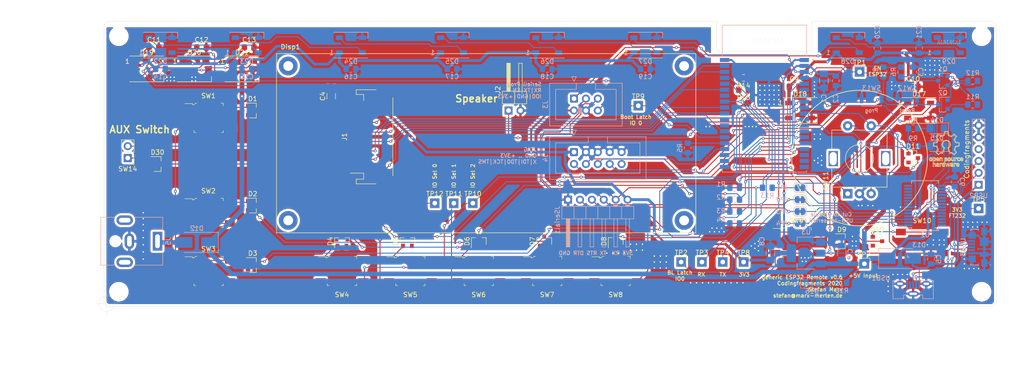
<source format=kicad_pcb>
(kicad_pcb (version 20171130) (host pcbnew "(5.1.6-0-10_14)")
  (layers (0 Front signal) (31 Back signal) (34 B.Paste user) (35 F.Paste user) (36 B.SilkS user) (37 F.SilkS user) (38 B.Mask user) (39 F.Mask user) (44 Edge.Cuts user))
  (net 0 "")
  (net 1 GND)
  (net 2 +3V3)
  (net 3 /en)
  (net 4 /Connectors/usb_v+)
  (net 5 "Net-(C6-Pad1)")
  (net 6 +5V)
  (net 7 /io_in0)
  (net 8 "Net-(D1-Pad2)")
  (net 9 /io_in1)
  (net 10 "Net-(D2-Pad2)")
  (net 11 /io_in2)
  (net 12 "Net-(D3-Pad2)")
  (net 13 /io_in3)
  (net 14 "Net-(D4-Pad2)")
  (net 15 "Net-(D5-Pad2)")
  (net 16 "Net-(D6-Pad2)")
  (net 17 "Net-(D7-Pad2)")
  (net 18 "Net-(D8-Pad2)")
  (net 19 "Net-(D9-Pad2)")
  (net 20 "Net-(D10-Pad2)")
  (net 21 "Net-(D11-Pad2)")
  (net 22 "Net-(D12-Pad2)")
  (net 23 "Net-(D14-Pad2)")
  (net 24 "Net-(D14-Pad1)")
  (net 25 "Net-(D15-Pad2)")
  (net 26 "Net-(D15-Pad1)")
  (net 27 "Net-(D16-Pad2)")
  (net 28 "Net-(D17-Pad2)")
  (net 29 /io_neopixel)
  (net 30 "Net-(D18-Pad2)")
  (net 31 "Net-(D19-Pad2)")
  (net 32 "Net-(D20-Pad2)")
  (net 33 "Net-(D21-Pad2)")
  (net 34 "Net-(D22-Pad2)")
  (net 35 "Net-(D23-Pad2)")
  (net 36 "Net-(D24-Pad2)")
  (net 37 "Net-(D25-Pad2)")
  (net 38 "Net-(D26-Pad2)")
  (net 39 "Net-(D27-Pad2)")
  (net 40 "Net-(D28-Pad2)")
  (net 41 "Net-(D29-Pad2)")
  (net 42 /disp_din)
  (net 43 /disp_clk)
  (net 44 /disp_cs)
  (net 45 /disp_dc)
  (net 46 /disp_rst)
  (net 47 /disp_busy)
  (net 48 /io_speaker)
  (net 49 /IO0)
  (net 50 /esp_rx)
  (net 51 /esp_tx)
  (net 52 "Net-(J4-Pad10)")
  (net 53 /ESP_TDI)
  (net 54 /ESP_TDO)
  (net 55 /ESP_TCK)
  (net 56 /ESP_TMS)
  (net 57 /Connectors/UTXD)
  (net 58 "Net-(JP1-Pad2)")
  (net 59 /Connectors/URXD)
  (net 60 /Connectors/RTS)
  (net 61 "Net-(JP3-Pad2)")
  (net 62 /Connectors/DTR)
  (net 63 "Net-(JP4-Pad2)")
  (net 64 "Net-(Q1-Pad1)")
  (net 65 "Net-(Q2-Pad1)")
  (net 66 /io_sel0)
  (net 67 /io_sel1)
  (net 68 /io_sel2)
  (net 69 /io_rot_b)
  (net 70 "Net-(U1-Pad17)")
  (net 71 "Net-(U1-Pad18)")
  (net 72 "Net-(U1-Pad19)")
  (net 73 "Net-(U1-Pad20)")
  (net 74 "Net-(U1-Pad21)")
  (net 75 "Net-(U1-Pad22)")
  (net 76 "Net-(U2-Pad28)")
  (net 77 "Net-(U2-Pad27)")
  (net 78 "Net-(U2-Pad26)")
  (net 79 "Net-(U2-Pad19)")
  (net 80 /Connectors/usb_d-)
  (net 81 /Connectors/usb_d+)
  (net 82 "Net-(U2-Pad14)")
  (net 83 "Net-(U2-Pad13)")
  (net 84 "Net-(U2-Pad12)")
  (net 85 "Net-(U2-Pad11)")
  (net 86 "Net-(U2-Pad10)")
  (net 87 "Net-(U2-Pad9)")
  (net 88 "Net-(U2-Pad6)")
  (net 89 "Net-(USB1-Pad4)")
  (net 90 "Net-(USB2-Pad4)")
  (net 91 "Net-(USB3-Pad4)")
  (net 92 "Net-(D30-Pad2)")
  (net 93 /io_rot_a)
  (module Resistor_SMD:R_0805_2012Metric_Pad1.15x1.40mm_HandSolder (layer Front) (at 217.805 94.615 180)
    (fp_text reference R15 (at 0 -1.65) (layer F.SilkS))
    (fp_text value 10K)
    (pad 2 smd roundrect (at 1.025 0 180) (size 1.15 1.4) (layers Front F.Paste F.Mask) (roundrect_rratio 0.217391) (net 2 +3V3))
    (pad 1 smd roundrect (at -1.025 0 180) (size 1.15 1.4) (layers Front F.Paste F.Mask) (roundrect_rratio 0.217391) (net 93 /io_rot_a))
  )
  (module Resistor_SMD:R_0805_2012Metric_Pad1.15x1.40mm_HandSolder (layer Front) (at 217.805 92.075 180)
    (fp_text reference R14 (at 0 -1.65) (layer F.SilkS))
    (fp_text value 10K)
    (pad 2 smd roundrect (at 1.025 0 180) (size 1.15 1.4) (layers Front F.Paste F.Mask) (roundrect_rratio 0.217391) (net 2 +3V3))
    (pad 1 smd roundrect (at -1.025 0 180) (size 1.15 1.4) (layers Front F.Paste F.Mask) (roundrect_rratio 0.217391) (net 69 /io_rot_b))
  )
  (module digikey-footprints:Switch_Tactile_SMD_6x6mm (layer Front) (at 255.93 127.29)
    (fp_text reference SW10 (at -0.03 -4.69) (layer F.SilkS))
    (fp_text value TactileSwitchSMD6x6)
    (pad 1 smd rect (at -4.55 -2.25 270) (size 1.4 2.1) (layers Front F.Paste F.Mask) (net 20 "Net-(D10-Pad2)"))
    (pad 3 smd rect (at -4.55 2.25 270) (size 1.4 2.1) (layers Front F.Paste F.Mask) (net 68 /io_sel2))
    (pad 4 smd rect (at 4.55 2.25 270) (size 1.4 2.1) (layers Front F.Paste F.Mask) (net 68 /io_sel2))
    (pad 2 smd rect (at 4.55 -2.25 270) (size 1.4 2.1) (layers Front F.Paste F.Mask) (net 20 "Net-(D10-Pad2)"))
  )
  (module digikey-footprints:Switch_Tactile_SMD_6x6mm (layer Front) (at 229.13 127.29)
    (fp_text reference SW9 (at -0.03 -4.69) (layer F.SilkS))
    (fp_text value TactileSwitchSMD6x6)
    (pad 1 smd rect (at -4.55 -2.25 270) (size 1.4 2.1) (layers Front F.Paste F.Mask) (net 19 "Net-(D9-Pad2)"))
    (pad 3 smd rect (at -4.55 2.25 270) (size 1.4 2.1) (layers Front F.Paste F.Mask) (net 68 /io_sel2))
    (pad 4 smd rect (at 4.55 2.25 270) (size 1.4 2.1) (layers Front F.Paste F.Mask) (net 68 /io_sel2))
    (pad 2 smd rect (at 4.55 -2.25 270) (size 1.4 2.1) (layers Front F.Paste F.Mask) (net 19 "Net-(D9-Pad2)"))
  )
  (module digikey-footprints:Switch_Tactile_SMD_6x6mm (layer Front) (at 190.5 133.35)
    (fp_text reference SW8 (at 0 5.08) (layer F.SilkS))
    (fp_text value TactileSwitchSMD6x6 hide)
    (pad 1 smd rect (at -4.55 -2.25 270) (size 1.4 2.1) (layers Front F.Paste F.Mask) (net 18 "Net-(D8-Pad2)"))
    (pad 3 smd rect (at -4.55 2.25 270) (size 1.4 2.1) (layers Front F.Paste F.Mask) (net 67 /io_sel1))
    (pad 4 smd rect (at 4.55 2.25 270) (size 1.4 2.1) (layers Front F.Paste F.Mask) (net 67 /io_sel1))
    (pad 2 smd rect (at 4.55 -2.25 270) (size 1.4 2.1) (layers Front F.Paste F.Mask) (net 18 "Net-(D8-Pad2)"))
  )
  (module digikey-footprints:Switch_Tactile_SMD_6x6mm (layer Front) (at 175.895 133.35)
    (fp_text reference SW7 (at -0.03 5.08) (layer F.SilkS))
    (fp_text value TactileSwitchSMD6x6 hide)
    (pad 1 smd rect (at -4.55 -2.25 270) (size 1.4 2.1) (layers Front F.Paste F.Mask) (net 17 "Net-(D7-Pad2)"))
    (pad 3 smd rect (at -4.55 2.25 270) (size 1.4 2.1) (layers Front F.Paste F.Mask) (net 67 /io_sel1))
    (pad 4 smd rect (at 4.55 2.25 270) (size 1.4 2.1) (layers Front F.Paste F.Mask) (net 67 /io_sel1))
    (pad 2 smd rect (at 4.55 -2.25 270) (size 1.4 2.1) (layers Front F.Paste F.Mask) (net 17 "Net-(D7-Pad2)"))
  )
  (module digikey-footprints:Switch_Tactile_SMD_6x6mm (layer Front) (at 161.29 133.35)
    (fp_text reference SW6 (at -0.03 5.08) (layer F.SilkS))
    (fp_text value TactileSwitchSMD6x6 hide)
    (pad 1 smd rect (at -4.55 -2.25 270) (size 1.4 2.1) (layers Front F.Paste F.Mask) (net 16 "Net-(D6-Pad2)"))
    (pad 3 smd rect (at -4.55 2.25 270) (size 1.4 2.1) (layers Front F.Paste F.Mask) (net 67 /io_sel1))
    (pad 4 smd rect (at 4.55 2.25 270) (size 1.4 2.1) (layers Front F.Paste F.Mask) (net 67 /io_sel1))
    (pad 2 smd rect (at 4.55 -2.25 270) (size 1.4 2.1) (layers Front F.Paste F.Mask) (net 16 "Net-(D6-Pad2)"))
  )
  (module digikey-footprints:Switch_Tactile_SMD_6x6mm (layer Front) (at 146.685 133.35)
    (fp_text reference SW5 (at -0.03 5.08) (layer F.SilkS))
    (fp_text value TactileSwitchSMD6x6 hide)
    (pad 1 smd rect (at -4.55 -2.25 270) (size 1.4 2.1) (layers Front F.Paste F.Mask) (net 15 "Net-(D5-Pad2)"))
    (pad 3 smd rect (at -4.55 2.25 270) (size 1.4 2.1) (layers Front F.Paste F.Mask) (net 67 /io_sel1))
    (pad 4 smd rect (at 4.55 2.25 270) (size 1.4 2.1) (layers Front F.Paste F.Mask) (net 67 /io_sel1))
    (pad 2 smd rect (at 4.55 -2.25 270) (size 1.4 2.1) (layers Front F.Paste F.Mask) (net 15 "Net-(D5-Pad2)"))
  )
  (module digikey-footprints:Switch_Tactile_SMD_6x6mm (layer Front) (at 132.08 133.35)
    (fp_text reference SW4 (at 0 5.08) (layer F.SilkS))
    (fp_text value TactileSwitchSMD6x6 hide)
    (pad 1 smd rect (at -4.55 -2.25 270) (size 1.4 2.1) (layers Front F.Paste F.Mask) (net 14 "Net-(D4-Pad2)"))
    (pad 3 smd rect (at -4.55 2.25 270) (size 1.4 2.1) (layers Front F.Paste F.Mask) (net 66 /io_sel0))
    (pad 4 smd rect (at 4.55 2.25 270) (size 1.4 2.1) (layers Front F.Paste F.Mask) (net 66 /io_sel0))
    (pad 2 smd rect (at 4.55 -2.25 270) (size 1.4 2.1) (layers Front F.Paste F.Mask) (net 14 "Net-(D4-Pad2)"))
  )
  (module digikey-footprints:Switch_Tactile_SMD_6x6mm (layer Front) (at 103.61 133.35)
    (fp_text reference SW3 (at -0.03 -4.69) (layer F.SilkS))
    (fp_text value TactileSwitchSMD6x6 hide)
    (pad 1 smd rect (at -4.55 -2.25 270) (size 1.4 2.1) (layers Front F.Paste F.Mask) (net 12 "Net-(D3-Pad2)"))
    (pad 3 smd rect (at -4.55 2.25 270) (size 1.4 2.1) (layers Front F.Paste F.Mask) (net 66 /io_sel0))
    (pad 4 smd rect (at 4.55 2.25 270) (size 1.4 2.1) (layers Front F.Paste F.Mask) (net 66 /io_sel0))
    (pad 2 smd rect (at 4.55 -2.25 270) (size 1.4 2.1) (layers Front F.Paste F.Mask) (net 12 "Net-(D3-Pad2)"))
  )
  (module digikey-footprints:Switch_Tactile_SMD_6x6mm (layer Front) (at 103.61 120.94)
    (fp_text reference SW2 (at -0.03 -4.69) (layer F.SilkS))
    (fp_text value TactileSwitchSMD6x6 hide)
    (pad 1 smd rect (at -4.55 -2.25 270) (size 1.4 2.1) (layers Front F.Paste F.Mask) (net 10 "Net-(D2-Pad2)"))
    (pad 3 smd rect (at -4.55 2.25 270) (size 1.4 2.1) (layers Front F.Paste F.Mask) (net 66 /io_sel0))
    (pad 4 smd rect (at 4.55 2.25 270) (size 1.4 2.1) (layers Front F.Paste F.Mask) (net 66 /io_sel0))
    (pad 2 smd rect (at 4.55 -2.25 270) (size 1.4 2.1) (layers Front F.Paste F.Mask) (net 10 "Net-(D2-Pad2)"))
  )
  (module digikey-footprints:Switch_Tactile_SMD_6x6mm (layer Front) (at 103.61 100.62)
    (fp_text reference SW1 (at -0.03 -4.69) (layer F.SilkS))
    (fp_text value TactileSwitchSMD6x6 hide)
    (pad 1 smd rect (at -4.55 -2.25 270) (size 1.4 2.1) (layers Front F.Paste F.Mask) (net 8 "Net-(D1-Pad2)"))
    (pad 3 smd rect (at -4.55 2.25 270) (size 1.4 2.1) (layers Front F.Paste F.Mask) (net 66 /io_sel0))
    (pad 4 smd rect (at 4.55 2.25 270) (size 1.4 2.1) (layers Front F.Paste F.Mask) (net 66 /io_sel0))
    (pad 2 smd rect (at 4.55 -2.25 270) (size 1.4 2.1) (layers Front F.Paste F.Mask) (net 8 "Net-(D1-Pad2)"))
  )
  (module codingfragment-components:OSSLogo (layer Front) (at 260.985 106.68)
    (fp_text reference LOGO1 hide)
    (fp_text value Codingfragments (at 4.445 0.635 90) (layer F.SilkS))
  )
  (module Diode_SMD:D_SMB_Handsoldering (layer Back) (at 251.206 130.683)
    (fp_text reference D13 (at 4.064 -2.921) (layer B.SilkS) (effects (justify mirror)))
    (fp_text value 1N5817)
    (pad 2 smd rect (at 2.7 0) (size 3.5 2.3) (layers Back B.Paste B.Mask) (net 4 /Connectors/usb_v+))
    (pad 1 smd rect (at -2.7 0) (size 3.5 2.3) (layers Back B.Paste B.Mask) (net 6 +5V))
  )
  (module TestPoint:TestPoint_THTPad_2.0x2.0mm_Drill1.0mm (layer Front) (at 151.892 118.872)
    (fp_text reference TP12 (at 0 -1.998) (layer F.SilkS))
    (fp_text value TestPoint)
    (pad 1 thru_hole rect (at 0 0) (size 2 2) (drill 1) (layers *.Cu *.Mask) (net 68 /io_sel2))
  )
  (module TestPoint:TestPoint_THTPad_2.0x2.0mm_Drill1.0mm (layer Front) (at 155.956 118.872)
    (fp_text reference TP11 (at 0 -1.998) (layer F.SilkS))
    (fp_text value TestPoint)
    (pad 1 thru_hole rect (at 0 0) (size 2 2) (drill 1) (layers *.Cu *.Mask) (net 67 /io_sel1))
  )
  (module TestPoint:TestPoint_THTPad_2.0x2.0mm_Drill1.0mm (layer Front) (at 160.02 118.872)
    (fp_text reference TP10 (at 0 -1.998) (layer F.SilkS))
    (fp_text value TestPoint)
    (pad 1 thru_hole rect (at 0 0) (size 2 2) (drill 1) (layers *.Cu *.Mask) (net 66 /io_sel0))
  )
  (module TestPoint:TestPoint_THTPad_2.0x2.0mm_Drill1.0mm (layer Front) (at 195.326 98.044)
    (fp_text reference TP9 (at 0 -1.998) (layer F.SilkS))
    (fp_text value TestPoint)
    (pad 1 thru_hole rect (at 0 0) (size 2 2) (drill 1) (layers *.Cu *.Mask) (net 49 /IO0))
  )
  (module Diode_SMD:D_SMB_Handsoldering (layer Back) (at 101.092 127.254 180)
    (fp_text reference D12 (at 0 3) (layer B.SilkS) (effects (justify mirror)))
    (fp_text value 1N5817)
    (pad 2 smd rect (at 2.7 0 180) (size 3.5 2.3) (layers Back B.Paste B.Mask) (net 22 "Net-(D12-Pad2)"))
    (pad 1 smd rect (at -2.7 0 180) (size 3.5 2.3) (layers Back B.Paste B.Mask) (net 6 +5V))
  )
  (module "codingfragment-components:XCVR_ESP32-WROVER-B_(16MB)" (layer Back) (at 222.25 96.52 180)
    (fp_text reference U1 (at -6.025 17.135 180) (layer B.SilkS) (effects (font (thickness 0.015)) (justify mirror)))
    (fp_text value "ESP32-WROVER-B_(16MB)")
    (fp_text user ANTENNA (at -0.762 12.446 180) (layer B.SilkS) (effects (font (thickness 0.015)) (justify mirror)))
    (pad 1 smd rect (at -8.5 8.26 180) (size 2 0.9) (layers Back B.Paste B.Mask) (net 1 GND))
    (pad 2 smd rect (at -8.5 6.99 180) (size 2 0.9) (layers Back B.Paste B.Mask) (net 2 +3V3))
    (pad 3 smd rect (at -8.5 5.72 180) (size 2 0.9) (layers Back B.Paste B.Mask) (net 3 /en))
    (pad 4 smd rect (at -8.5 4.45 180) (size 2 0.9) (layers Back B.Paste B.Mask) (net 7 /io_in0))
    (pad 5 smd rect (at -8.5 3.18 180) (size 2 0.9) (layers Back B.Paste B.Mask) (net 9 /io_in1))
    (pad 6 smd rect (at -8.5 1.91 180) (size 2 0.9) (layers Back B.Paste B.Mask) (net 11 /io_in2))
    (pad 7 smd rect (at -8.5 0.64 180) (size 2 0.9) (layers Back B.Paste B.Mask) (net 13 /io_in3))
    (pad 8 smd rect (at -8.5 -0.63 180) (size 2 0.9) (layers Back B.Paste B.Mask) (net 66 /io_sel0))
    (pad 9 smd rect (at -8.5 -1.9 180) (size 2 0.9) (layers Back B.Paste B.Mask) (net 67 /io_sel1))
    (pad 10 smd rect (at -8.5 -3.17 180) (size 2 0.9) (layers Back B.Paste B.Mask) (net 68 /io_sel2))
    (pad 11 smd rect (at -8.5 -4.44 180) (size 2 0.9) (layers Back B.Paste B.Mask) (net 48 /io_speaker))
    (pad 12 smd rect (at -8.5 -5.71 180) (size 2 0.9) (layers Back B.Paste B.Mask) (net 69 /io_rot_b))
    (pad 13 smd rect (at -8.5 -6.98 180) (size 2 0.9) (layers Back B.Paste B.Mask) (net 56 /ESP_TMS))
    (pad 14 smd rect (at -8.5 -8.25 180) (size 2 0.9) (layers Back B.Paste B.Mask) (net 53 /ESP_TDI))
    (pad 15 smd rect (at -8.5 -9.52 180) (size 2 0.9) (layers Back B.Paste B.Mask) (net 1 GND))
    (pad 16 smd rect (at -8.5 -10.79 180) (size 2 0.9) (layers Back B.Paste B.Mask) (net 55 /ESP_TCK))
    (pad 17 smd rect (at -8.5 -12.06 180) (size 2 0.9) (layers Back B.Paste B.Mask) (net 70 "Net-(U1-Pad17)"))
    (pad 18 smd rect (at -8.5 -13.33 180) (size 2 0.9) (layers Back B.Paste B.Mask) (net 71 "Net-(U1-Pad18)"))
    (pad 19 smd rect (at -8.5 -14.6 180) (size 2 0.9) (layers Back B.Paste B.Mask) (net 72 "Net-(U1-Pad19)"))
    (pad 20 smd rect (at 8.5 -14.6 180) (size 2 0.9) (layers Back B.Paste B.Mask) (net 73 "Net-(U1-Pad20)"))
    (pad 21 smd rect (at 8.5 -13.33 180) (size 2 0.9) (layers Back B.Paste B.Mask) (net 74 "Net-(U1-Pad21)"))
    (pad 22 smd rect (at 8.5 -12.06 180) (size 2 0.9) (layers Back B.Paste B.Mask) (net 75 "Net-(U1-Pad22)"))
    (pad 23 smd rect (at 8.5 -10.79 180) (size 2 0.9) (layers Back B.Paste B.Mask) (net 54 /ESP_TDO))
    (pad 24 smd rect (at 8.5 -9.52 180) (size 2 0.9) (layers Back B.Paste B.Mask) (net 29 /io_neopixel))
    (pad 25 smd rect (at 8.5 -8.25 180) (size 2 0.9) (layers Back B.Paste B.Mask) (net 49 /IO0))
    (pad 26 smd rect (at 8.5 -6.98 180) (size 2 0.9) (layers Back B.Paste B.Mask) (net 47 /disp_busy))
    (pad 27 smd rect (at 8.5 -5.71 180) (size 2 0.9) (layers Back B.Paste B.Mask))
    (pad 28 smd rect (at 8.5 -4.44 180) (size 2 0.9) (layers Back B.Paste B.Mask))
    (pad 29 smd rect (at 8.5 -3.17 180) (size 2 0.9) (layers Back B.Paste B.Mask) (net 44 /disp_cs))
    (pad 30 smd rect (at 8.5 -1.9 180) (size 2 0.9) (layers Back B.Paste B.Mask) (net 43 /disp_clk))
    (pad 31 smd rect (at 8.5 -0.63 180) (size 2 0.9) (layers Back B.Paste B.Mask) (net 93 /io_rot_a))
    (pad 32 smd rect (at 8.5 0.64 180) (size 2 0.9) (layers Back B.Paste B.Mask))
    (pad 33 smd rect (at 8.5 1.91 180) (size 2 0.9) (layers Back B.Paste B.Mask) (net 46 /disp_rst))
    (pad 34 smd rect (at 8.5 3.18 180) (size 2 0.9) (layers Back B.Paste B.Mask) (net 50 /esp_rx))
    (pad 35 smd rect (at 8.5 4.45 180) (size 2 0.9) (layers Back B.Paste B.Mask) (net 51 /esp_tx))
    (pad 36 smd rect (at 8.5 5.72 180) (size 2 0.9) (layers Back B.Paste B.Mask) (net 45 /disp_dc))
    (pad 37 smd rect (at 8.5 6.99 180) (size 2 0.9) (layers Back B.Paste B.Mask) (net 42 /disp_din))
    (pad 38 smd rect (at 8.5 8.26 180) (size 2 0.9) (layers Back B.Paste B.Mask) (net 1 GND))
    (pad 39 smd rect (at -1 0.76 180) (size 5 5) (layers Back B.Mask) (net 1 GND))
  )
  (module MountingHole:MountingHole_3.2mm_M3_ISO7380 (layer Front) (at 268.605 83.185)
    (fp_text reference REF** hide)
    (fp_text value MountingHole_3.2mm_M3_ISO7380 hide)
    (pad 1 np_thru_hole circle (at 0 0) (size 3.2 3.2) (drill 3.2) (layers *.Cu *.Mask))
  )
  (module MountingHole:MountingHole_3.2mm_M3_ISO7380 (layer Front) (at 268.605 137.795)
    (fp_text reference REF** hide)
    (fp_text value MountingHole_3.2mm_M3_ISO7380 hide)
    (pad 1 np_thru_hole circle (at 0 0) (size 3.2 3.2) (drill 3.2) (layers *.Cu *.Mask))
  )
  (module ProjectParts:EInkDisplay2.9 (layer Front) (at 118.11 86.9)
    (fp_text reference Disp1 (at 2.96 -1.44) (layer F.SilkS))
    (fp_text value EInkDisplay-2.9)
    (pad "" np_thru_hole circle (at 2.5 35.65) (size 4 4) (drill 2.1) (layers *.Cu *.Mask))
    (pad "" np_thru_hole circle (at 2.5 2.65) (size 4 4) (drill 2.1) (layers *.Cu *.Mask))
    (pad "" np_thru_hole circle (at 87 2.65) (size 4 4) (drill 2.1) (layers *.Cu *.Mask))
    (pad "" np_thru_hole circle (at 87 35.65) (size 4 4) (drill 2.1) (layers *.Cu *.Mask))
  )
  (module MountingHole:MountingHole_3.2mm_M3_ISO7380 (layer Front) (at 84.455 137.795)
    (fp_text reference REF** hide)
    (fp_text value MountingHole_3.2mm_M3_ISO7380 hide)
    (pad 1 np_thru_hole circle (at 0 0) (size 3.2 3.2) (drill 3.2) (layers *.Cu *.Mask))
  )
  (module MountingHole:MountingHole_3.2mm_M3_ISO7380 (layer Front) (at 84.455 83.185)
    (fp_text reference REF** hide)
    (fp_text value MountingHole_3.2mm_M3_ISO7380 hide)
    (pad 1 np_thru_hole circle (at 0 0) (size 3.2 3.2) (drill 3.2) (layers *.Cu *.Mask))
  )
  (module Button_Switch_SMD:SW_Push_SPST_NO_Alps_SKRK (layer Back) (at 245.11 96.52 180)
    (fp_text reference SW13 (at 0 2.25 180) (layer B.SilkS) (effects (justify mirror)))
    (fp_text value bootloader)
    (pad 1 smd roundrect (at -2.1 0 180) (size 0.8 2) (layers Back B.Paste B.Mask) (net 49 /IO0))
    (pad 2 smd roundrect (at 2.1 0 180) (size 0.8 2) (layers Back B.Paste B.Mask) (net 1 GND))
  )
  (module Button_Switch_SMD:SW_Push_SPST_NO_Alps_SKRK (layer Back) (at 252.73 96.52 180)
    (fp_text reference SW12 (at 0 2.25) (layer B.SilkS) (effects (justify mirror)))
    (fp_text value reset)
    (pad 1 smd roundrect (at -2.1 0 180) (size 0.8 2) (layers Back B.Paste B.Mask) (net 3 /en))
    (pad 2 smd roundrect (at 2.1 0 180) (size 0.8 2) (layers Back B.Paste B.Mask) (net 1 GND))
  )
  (module TestPoint:TestPoint_THTPad_2.0x2.0mm_Drill1.0mm (layer Front) (at 217.805 131.445)
    (fp_text reference TP8 (at 0 -1.998) (layer F.SilkS))
    (fp_text value TestPoint hide)
    (pad 1 thru_hole rect (at 0 0) (size 2 2) (drill 1) (layers *.Cu *.Mask) (net 2 +3V3))
  )
  (module TestPoint:TestPoint_THTPad_2.0x2.0mm_Drill1.0mm (layer Front) (at 243.586 131.826)
    (fp_text reference TP7 (at 0 -1.998) (layer F.SilkS))
    (fp_text value TestPoint hide)
    (pad 1 thru_hole rect (at 0 0) (size 2 2) (drill 1) (layers *.Cu *.Mask) (net 6 +5V))
  )
  (module TestPoint:TestPoint_THTPad_2.0x2.0mm_Drill1.0mm (layer Front) (at 267.97 120.015)
    (fp_text reference TP5 (at 0 -1.998) (layer F.SilkS))
    (fp_text value TestPoint hide)
    (pad 1 thru_hole rect (at 0 0) (size 2 2) (drill 1) (layers *.Cu *.Mask) (net 5 "Net-(C6-Pad1)"))
  )
  (module TestPoint:TestPoint_THTPad_2.0x2.0mm_Drill1.0mm (layer Front) (at 213.36 131.445)
    (fp_text reference TP4 (at 0 -1.998) (layer F.SilkS))
    (fp_text value TestPoint hide)
    (pad 1 thru_hole rect (at 0 0) (size 2 2) (drill 1) (layers *.Cu *.Mask) (net 51 /esp_tx))
  )
  (module TestPoint:TestPoint_THTPad_2.0x2.0mm_Drill1.0mm (layer Front) (at 208.915 131.445)
    (fp_text reference TP3 (at 0 -1.998) (layer F.SilkS))
    (fp_text value TestPoint hide)
    (pad 1 thru_hole rect (at 0 0) (size 2 2) (drill 1) (layers *.Cu *.Mask) (net 50 /esp_rx))
  )
  (module TestPoint:TestPoint_THTPad_2.0x2.0mm_Drill1.0mm (layer Front) (at 204.47 131.445)
    (fp_text reference TP2 (at 0 -1.998) (layer F.SilkS))
    (fp_text value TestPoint hide)
    (pad 1 thru_hole rect (at 0 0) (size 2 2) (drill 1) (layers *.Cu *.Mask) (net 49 /IO0))
  )
  (module TestPoint:TestPoint_THTPad_2.0x2.0mm_Drill1.0mm (layer Front) (at 242.57 90.805)
    (fp_text reference TP1 (at 0 -1.998) (layer F.SilkS))
    (fp_text value TestPoint hide)
    (pad 1 thru_hole rect (at 0 0) (size 2 2) (drill 1) (layers *.Cu *.Mask) (net 3 /en))
  )
  (module Connector_PinHeader_2.54mm:PinHeader_1x02_P2.54mm_Vertical (layer Front) (at 86.36 109.22 180)
    (fp_text reference SW14 (at 0 -2.33) (layer F.SilkS))
    (fp_text value Conn_01x02_Male)
    (pad 2 thru_hole oval (at 0 2.54 180) (size 1.7 1.7) (drill 1) (layers *.Cu *.Mask) (net 68 /io_sel2))
    (pad 1 thru_hole rect (at 0 0 180) (size 1.7 1.7) (drill 1) (layers *.Cu *.Mask) (net 92 "Net-(D30-Pad2)"))
  )
  (module Diode_SMD:D_SOT-23_ANK (layer Front) (at 92.71 110.49)
    (fp_text reference D30 (at 0 -2.5) (layer F.SilkS))
    (fp_text value D_Small_ALT hide)
    (pad 1 smd rect (at 1 0) (size 0.9 0.8) (layers Front F.Paste F.Mask) (net 13 /io_in3))
    (pad "" smd rect (at -1 0.95) (size 0.9 0.8) (layers Front F.Paste F.Mask))
    (pad 2 smd rect (at -1 -0.95) (size 0.9 0.8) (layers Front F.Paste F.Mask) (net 92 "Net-(D30-Pad2)"))
  )
  (module Connector_JST:JST_PH_S8B-PH-SM4-TB_1x08-1MP_P2.00mm_Horizontal (layer Front) (at 138.43 104.68 90)
    (fp_text reference J1 (at 0 -5.8 90) (layer F.SilkS))
    (fp_text value Display)
    (pad MP smd roundrect (at 9.35 2.9 90) (size 1.5 3.4) (layers Front F.Paste F.Mask) (roundrect_rratio 0.166667))
    (pad MP smd roundrect (at -9.35 2.9 90) (size 1.5 3.4) (layers Front F.Paste F.Mask) (roundrect_rratio 0.166667))
    (pad 8 smd roundrect (at 7 -2.85 90) (size 1 3.5) (layers Front F.Paste F.Mask) (net 2 +3V3))
    (pad 7 smd roundrect (at 5 -2.85 90) (size 1 3.5) (layers Front F.Paste F.Mask) (net 1 GND))
    (pad 6 smd roundrect (at 3 -2.85 90) (size 1 3.5) (layers Front F.Paste F.Mask) (net 42 /disp_din))
    (pad 5 smd roundrect (at 1 -2.85 90) (size 1 3.5) (layers Front F.Paste F.Mask) (net 43 /disp_clk))
    (pad 4 smd roundrect (at -1 -2.85 90) (size 1 3.5) (layers Front F.Paste F.Mask) (net 44 /disp_cs))
    (pad 3 smd roundrect (at -3 -2.85 90) (size 1 3.5) (layers Front F.Paste F.Mask) (net 45 /disp_dc))
    (pad 2 smd roundrect (at -5 -2.85 90) (size 1 3.5) (layers Front F.Paste F.Mask) (net 46 /disp_rst))
    (pad 1 smd roundrect (at -7 -2.85 90) (size 1 3.5) (layers Front F.Paste F.Mask) (net 47 /disp_busy))
  )
  (module Connector_USB:USB_Micro-B_Molex_47346-0001 (layer Back) (at 267.97 128.27 270)
    (fp_text reference USB3 (at 0 3.3 270) (layer B.SilkS) (effects (justify mirror)))
    (fp_text value USB_PCBhorizontal)
    (pad 6 smd rect (at 1.55 -1.2 270) (size 1 1.9) (layers Back B.Paste B.Mask) (net 1 GND))
    (pad 6 smd rect (at -1.15 -1.2 270) (size 1.8 1.9) (layers Back B.Paste B.Mask) (net 1 GND))
    (pad 6 smd rect (at 3.375 -1.2 270) (size 1.65 1.3) (layers Back B.Paste B.Mask) (net 1 GND))
    (pad 6 smd rect (at -3.375 -1.2 270) (size 1.65 1.3) (layers Back B.Paste B.Mask) (net 1 GND))
    (pad 6 smd rect (at 2.4875 1.375 270) (size 1.425 1.55) (layers Back B.Paste B.Mask) (net 1 GND))
    (pad 6 smd rect (at -2.4875 1.375 270) (size 1.425 1.55) (layers Back B.Paste B.Mask) (net 1 GND))
    (pad 5 smd rect (at 1.3 1.46 270) (size 0.45 1.38) (layers Back B.Paste B.Mask) (net 1 GND))
    (pad 4 smd rect (at 0.65 1.46 270) (size 0.45 1.38) (layers Back B.Paste B.Mask) (net 91 "Net-(USB3-Pad4)"))
    (pad 3 smd rect (at 0 1.46 270) (size 0.45 1.38) (layers Back B.Paste B.Mask) (net 81 /Connectors/usb_d+))
    (pad 2 smd rect (at -0.65 1.46 270) (size 0.45 1.38) (layers Back B.Paste B.Mask) (net 80 /Connectors/usb_d-))
    (pad 1 smd rect (at -1.3 1.46 270) (size 0.45 1.38) (layers Back B.Paste B.Mask) (net 4 /Connectors/usb_v+))
  )
  (module Connector_PinHeader_2.54mm:PinHeader_1x06_P2.54mm_Vertical (layer Back) (at 267.97 114.935)
    (fp_text reference USB2 (at 0 2.33) (layer B.SilkS) (effects (justify mirror)))
    (fp_text value USB_PCBConnector)
    (pad 6 thru_hole oval (at 0 -12.7) (size 1.7 1.7) (drill 1) (layers *.Cu *.Mask) (net 1 GND))
    (pad 5 thru_hole oval (at 0 -10.16) (size 1.7 1.7) (drill 1) (layers *.Cu *.Mask) (net 1 GND))
    (pad 4 thru_hole oval (at 0 -7.62) (size 1.7 1.7) (drill 1) (layers *.Cu *.Mask) (net 90 "Net-(USB2-Pad4)"))
    (pad 3 thru_hole oval (at 0 -5.08) (size 1.7 1.7) (drill 1) (layers *.Cu *.Mask) (net 81 /Connectors/usb_d+))
    (pad 2 thru_hole oval (at 0 -2.54) (size 1.7 1.7) (drill 1) (layers *.Cu *.Mask) (net 80 /Connectors/usb_d-))
    (pad 1 thru_hole rect (at 0 0) (size 1.7 1.7) (drill 1) (layers *.Cu *.Mask) (net 4 /Connectors/usb_v+))
  )
  (module Connector_USB:USB_Micro-B_Molex-105133-0031 (layer Back) (at 254 137.16 180)
    (fp_text reference USB1 (at 6.858 2.286) (layer B.SilkS) (effects (justify mirror)))
    (fp_text value USB-Vertical)
    (pad 6 thru_hole oval (at 0 -1.075 180) (size 2.2 1.1) (drill oval 1.6 0.5) (layers *.Cu *.Mask) (net 1 GND))
    (pad 6 thru_hole oval (at 2.8 1.075 180) (size 1.8 1.1) (drill oval 1.2 0.5) (layers *.Cu *.Mask) (net 1 GND))
    (pad 6 thru_hole oval (at -2.8 1.075 180) (size 1.8 1.1) (drill oval 1.2 0.5) (layers *.Cu *.Mask) (net 1 GND))
    (pad 1 smd rect (at -1.3 0.825 180) (size 0.45 1.5) (layers Back B.Paste B.Mask) (net 4 /Connectors/usb_v+))
    (pad 5 smd rect (at 1.3 0.825 180) (size 0.45 1.5) (layers Back B.Paste B.Mask) (net 1 GND))
    (pad 2 smd rect (at -0.65 0.825 180) (size 0.45 1.5) (layers Back B.Paste B.Mask) (net 80 /Connectors/usb_d-))
    (pad 4 smd rect (at 0.65 0.825 180) (size 0.45 1.5) (layers Back B.Paste B.Mask) (net 89 "Net-(USB1-Pad4)"))
    (pad 3 smd rect (at 0 0.825 180) (size 0.45 1.5) (layers Back B.Paste B.Mask) (net 81 /Connectors/usb_d+))
  )
  (module Package_TO_SOT_SMD:SOT-223-3_TabPin2 (layer Back) (at 231.14 129.54 180)
    (fp_text reference U3 (at 0 4.5) (layer B.SilkS) (effects (justify mirror)))
    (fp_text value NCP1117ST33T3G)
    (pad 1 smd rect (at -3.15 2.3 180) (size 2 1.5) (layers Back B.Paste B.Mask) (net 1 GND))
    (pad 3 smd rect (at -3.15 -2.3 180) (size 2 1.5) (layers Back B.Paste B.Mask) (net 6 +5V))
    (pad 2 smd rect (at -3.15 0 180) (size 2 1.5) (layers Back B.Paste B.Mask) (net 2 +3V3))
    (pad 2 smd rect (at 3.15 0 180) (size 2 3.8) (layers Back B.Paste B.Mask) (net 2 +3V3))
  )
  (module Package_SO:SSOP-28_5.3x10.2mm_P0.65mm (layer Back) (at 256.54 119.38)
    (fp_text reference U2 (at 0 6.25) (layer B.SilkS) (effects (justify mirror)))
    (fp_text value FT232RL)
    (pad 28 smd rect (at 3.6 4.225) (size 1.75 0.45) (layers Back B.Paste B.Mask) (net 76 "Net-(U2-Pad28)"))
    (pad 27 smd rect (at 3.6 3.575) (size 1.75 0.45) (layers Back B.Paste B.Mask) (net 77 "Net-(U2-Pad27)"))
    (pad 26 smd rect (at 3.6 2.925) (size 1.75 0.45) (layers Back B.Paste B.Mask) (net 78 "Net-(U2-Pad26)"))
    (pad 25 smd rect (at 3.6 2.275) (size 1.75 0.45) (layers Back B.Paste B.Mask) (net 1 GND))
    (pad 24 smd rect (at 3.6 1.625) (size 1.75 0.45) (layers Back B.Paste B.Mask))
    (pad 23 smd rect (at 3.6 0.975) (size 1.75 0.45) (layers Back B.Paste B.Mask) (net 26 "Net-(D15-Pad1)"))
    (pad 22 smd rect (at 3.6 0.325) (size 1.75 0.45) (layers Back B.Paste B.Mask) (net 24 "Net-(D14-Pad1)"))
    (pad 21 smd rect (at 3.6 -0.325) (size 1.75 0.45) (layers Back B.Paste B.Mask) (net 1 GND))
    (pad 20 smd rect (at 3.6 -0.975) (size 1.75 0.45) (layers Back B.Paste B.Mask) (net 6 +5V))
    (pad 19 smd rect (at 3.6 -1.625) (size 1.75 0.45) (layers Back B.Paste B.Mask) (net 79 "Net-(U2-Pad19)"))
    (pad 18 smd rect (at 3.6 -2.275) (size 1.75 0.45) (layers Back B.Paste B.Mask) (net 1 GND))
    (pad 17 smd rect (at 3.6 -2.925) (size 1.75 0.45) (layers Back B.Paste B.Mask) (net 5 "Net-(C6-Pad1)"))
    (pad 16 smd rect (at 3.6 -3.575) (size 1.75 0.45) (layers Back B.Paste B.Mask) (net 80 /Connectors/usb_d-))
    (pad 15 smd rect (at 3.6 -4.225) (size 1.75 0.45) (layers Back B.Paste B.Mask) (net 81 /Connectors/usb_d+))
    (pad 14 smd rect (at -3.6 -4.225) (size 1.75 0.45) (layers Back B.Paste B.Mask) (net 82 "Net-(U2-Pad14)"))
    (pad 13 smd rect (at -3.6 -3.575) (size 1.75 0.45) (layers Back B.Paste B.Mask) (net 83 "Net-(U2-Pad13)"))
    (pad 12 smd rect (at -3.6 -2.925) (size 1.75 0.45) (layers Back B.Paste B.Mask) (net 84 "Net-(U2-Pad12)"))
    (pad 11 smd rect (at -3.6 -2.275) (size 1.75 0.45) (layers Back B.Paste B.Mask) (net 85 "Net-(U2-Pad11)"))
    (pad 10 smd rect (at -3.6 -1.625) (size 1.75 0.45) (layers Back B.Paste B.Mask) (net 86 "Net-(U2-Pad10)"))
    (pad 9 smd rect (at -3.6 -0.975) (size 1.75 0.45) (layers Back B.Paste B.Mask) (net 87 "Net-(U2-Pad9)"))
    (pad 8 smd rect (at -3.6 -0.325) (size 1.75 0.45) (layers Back B.Paste B.Mask))
    (pad 7 smd rect (at -3.6 0.325) (size 1.75 0.45) (layers Back B.Paste B.Mask) (net 1 GND))
    (pad 6 smd rect (at -3.6 0.975) (size 1.75 0.45) (layers Back B.Paste B.Mask) (net 88 "Net-(U2-Pad6)"))
    (pad 5 smd rect (at -3.6 1.625) (size 1.75 0.45) (layers Back B.Paste B.Mask) (net 59 /Connectors/URXD))
    (pad 4 smd rect (at -3.6 2.275) (size 1.75 0.45) (layers Back B.Paste B.Mask) (net 5 "Net-(C6-Pad1)"))
    (pad 3 smd rect (at -3.6 2.925) (size 1.75 0.45) (layers Back B.Paste B.Mask) (net 60 /Connectors/RTS))
    (pad 2 smd rect (at -3.6 3.575) (size 1.75 0.45) (layers Back B.Paste B.Mask) (net 62 /Connectors/DTR))
    (pad 1 smd rect (at -3.6 4.225) (size 1.75 0.45) (layers Back B.Paste B.Mask) (net 57 /Connectors/UTXD))
  )
  (module Rotary_Encoder:RotaryEncoder_Alps_EC11E-Switch_Vertical_H20mm (layer Front) (at 240.03 116.84 90)
    (fp_text reference SW11 (at 2.8 -4.7 90) (layer F.SilkS))
    (fp_text value Rotary_Encoder_Switch hide)
    (pad A thru_hole rect (at 0 0 90) (size 2 2) (drill 1) (layers *.Cu *.Mask) (net 93 /io_rot_a))
    (pad C thru_hole circle (at 0 2.5 90) (size 2 2) (drill 1) (layers *.Cu *.Mask) (net 1 GND))
    (pad B thru_hole circle (at 0 5 90) (size 2 2) (drill 1) (layers *.Cu *.Mask) (net 69 /io_rot_b))
    (pad MP thru_hole rect (at 7.5 -3.1 90) (size 3.2 2) (drill oval 2.8 1.5) (layers *.Cu *.Mask))
    (pad MP thru_hole rect (at 7.5 8.1 90) (size 3.2 2) (drill oval 2.8 1.5) (layers *.Cu *.Mask))
    (pad S2 thru_hole circle (at 14.5 0 90) (size 2 2) (drill 1) (layers *.Cu *.Mask) (net 21 "Net-(D11-Pad2)"))
    (pad S1 thru_hole circle (at 14.5 5 90) (size 2 2) (drill 1) (layers *.Cu *.Mask) (net 68 /io_sel2))
  )
  (module Resistor_SMD:R_0805_2012Metric_Pad1.15x1.40mm_HandSolder (layer Back) (at 222.885 115.57)
    (fp_text reference R13 (at 0 1.65) (layer B.SilkS) (effects (justify mirror)))
    (fp_text value 470R)
    (pad 2 smd roundrect (at 1.025 0) (size 1.15 1.4) (layers Back B.Paste B.Mask) (roundrect_rratio 0.217391) (net 58 "Net-(JP1-Pad2)"))
    (pad 1 smd roundrect (at -1.025 0) (size 1.15 1.4) (layers Back B.Paste B.Mask) (roundrect_rratio 0.217391) (net 50 /esp_rx))
  )
  (module Resistor_SMD:R_0805_2012Metric_Pad1.15x1.40mm_HandSolder (layer Back) (at 266.7 92.71 180)
    (fp_text reference R12 (at 0 1.65) (layer B.SilkS) (effects (justify mirror)))
    (fp_text value 12k)
    (pad 2 smd roundrect (at 1.025 0 180) (size 1.15 1.4) (layers Back B.Paste B.Mask) (roundrect_rratio 0.217391) (net 60 /Connectors/RTS))
    (pad 1 smd roundrect (at -1.025 0 180) (size 1.15 1.4) (layers Back B.Paste B.Mask) (roundrect_rratio 0.217391) (net 65 "Net-(Q2-Pad1)"))
  )
  (module Resistor_SMD:R_0805_2012Metric_Pad1.15x1.40mm_HandSolder (layer Back) (at 266.7 97.79 180)
    (fp_text reference R11 (at 0 1.65) (layer B.SilkS) (effects (justify mirror)))
    (fp_text value 12k)
    (pad 2 smd roundrect (at 1.025 0 180) (size 1.15 1.4) (layers Back B.Paste B.Mask) (roundrect_rratio 0.217391) (net 62 /Connectors/DTR))
    (pad 1 smd roundrect (at -1.025 0 180) (size 1.15 1.4) (layers Back B.Paste B.Mask) (roundrect_rratio 0.217391) (net 64 "Net-(Q1-Pad1)"))
  )
  (module Resistor_SMD:R_0805_2012Metric_Pad1.15x1.40mm_HandSolder (layer Back) (at 238.76 135.89)
    (fp_text reference R10 (at 0 1.65) (layer B.SilkS) (effects (justify mirror)))
    (fp_text value 2k)
    (pad 2 smd roundrect (at 1.025 0) (size 1.15 1.4) (layers Back B.Paste B.Mask) (roundrect_rratio 0.217391) (net 6 +5V))
    (pad 1 smd roundrect (at -1.025 0) (size 1.15 1.4) (layers Back B.Paste B.Mask) (roundrect_rratio 0.217391) (net 27 "Net-(D16-Pad2)"))
  )
  (module Resistor_SMD:R_0805_2012Metric_Pad1.15x1.40mm_HandSolder (layer Back) (at 254 106.68 180)
    (fp_text reference R9 (at 0 1.65) (layer B.SilkS) (effects (justify mirror)))
    (fp_text value 270R)
    (pad 2 smd roundrect (at 1.025 0 180) (size 1.15 1.4) (layers Back B.Paste B.Mask) (roundrect_rratio 0.217391) (net 2 +3V3))
    (pad 1 smd roundrect (at -1.025 0 180) (size 1.15 1.4) (layers Back B.Paste B.Mask) (roundrect_rratio 0.217391) (net 25 "Net-(D15-Pad2)"))
  )
  (module Resistor_SMD:R_0805_2012Metric_Pad1.15x1.40mm_HandSolder (layer Back) (at 254 102.87 180)
    (fp_text reference R8 (at 0 1.65) (layer B.SilkS) (effects (justify mirror)))
    (fp_text value 270R)
    (pad 2 smd roundrect (at 1.025 0 180) (size 1.15 1.4) (layers Back B.Paste B.Mask) (roundrect_rratio 0.217391) (net 2 +3V3))
    (pad 1 smd roundrect (at -1.025 0 180) (size 1.15 1.4) (layers Back B.Paste B.Mask) (roundrect_rratio 0.217391) (net 23 "Net-(D14-Pad2)"))
  )
  (module Resistor_SMD:R_0805_2012Metric_Pad1.15x1.40mm_HandSolder (layer Back) (at 247.65 90.805 270)
    (fp_text reference R7 (at 0 1.65 90) (layer B.SilkS) (effects (justify mirror)))
    (fp_text value 5K)
    (pad 2 smd roundrect (at 1.025 0 270) (size 1.15 1.4) (layers Back B.Paste B.Mask) (roundrect_rratio 0.217391) (net 49 /IO0))
    (pad 1 smd roundrect (at -1.025 0 270) (size 1.15 1.4) (layers Back B.Paste B.Mask) (roundrect_rratio 0.217391) (net 2 +3V3))
  )
  (module Resistor_SMD:R_0805_2012Metric_Pad1.15x1.40mm_HandSolder (layer Back) (at 251.46 90.805 270)
    (fp_text reference R6 (at 0 1.65 90) (layer B.SilkS) (effects (justify mirror)))
    (fp_text value 5K)
    (pad 2 smd roundrect (at 1.025 0 270) (size 1.15 1.4) (layers Back B.Paste B.Mask) (roundrect_rratio 0.217391) (net 3 /en))
    (pad 1 smd roundrect (at -1.025 0 270) (size 1.15 1.4) (layers Back B.Paste B.Mask) (roundrect_rratio 0.217391) (net 2 +3V3))
  )
  (module Resistor_SMD:R_0805_2012Metric_Pad1.15x1.40mm_HandSolder (layer Back) (at 205.867 107.061 270)
    (fp_text reference R5 (at 0 1.65 90) (layer B.SilkS) (effects (justify mirror)))
    (fp_text value 5K)
    (pad 2 smd roundrect (at 1.025 0 270) (size 1.15 1.4) (layers Back B.Paste B.Mask) (roundrect_rratio 0.217391) (net 1 GND))
    (pad 1 smd roundrect (at -1.025 0 270) (size 1.15 1.4) (layers Back B.Paste B.Mask) (roundrect_rratio 0.217391) (net 29 /io_neopixel))
  )
  (module Resistor_SMD:R_0805_2012Metric_Pad1.15x1.40mm_HandSolder (layer Back) (at 215.9 123.19 180)
    (fp_text reference R4 (at 2.921 0.762) (layer B.SilkS) (effects (justify mirror)))
    (fp_text value 10K)
    (pad 2 smd roundrect (at 1.025 0 180) (size 1.15 1.4) (layers Back B.Paste B.Mask) (roundrect_rratio 0.217391) (net 1 GND))
    (pad 1 smd roundrect (at -1.025 0 180) (size 1.15 1.4) (layers Back B.Paste B.Mask) (roundrect_rratio 0.217391) (net 13 /io_in3))
  )
  (module Resistor_SMD:R_0805_2012Metric_Pad1.15x1.40mm_HandSolder (layer Back) (at 215.9 120.65 180)
    (fp_text reference R3 (at 2.921 0.127) (layer B.SilkS) (effects (justify mirror)))
    (fp_text value 10K)
    (pad 2 smd roundrect (at 1.025 0 180) (size 1.15 1.4) (layers Back B.Paste B.Mask) (roundrect_rratio 0.217391) (net 1 GND))
    (pad 1 smd roundrect (at -1.025 0 180) (size 1.15 1.4) (layers Back B.Paste B.Mask) (roundrect_rratio 0.217391) (net 11 /io_in2))
  )
  (module Resistor_SMD:R_0805_2012Metric_Pad1.15x1.40mm_HandSolder (layer Back) (at 215.9 118.11 180)
    (fp_text reference R2 (at 2.921 0.508) (layer B.SilkS) (effects (justify mirror)))
    (fp_text value 10K)
    (pad 2 smd roundrect (at 1.025 0 180) (size 1.15 1.4) (layers Back B.Paste B.Mask) (roundrect_rratio 0.217391) (net 1 GND))
    (pad 1 smd roundrect (at -1.025 0 180) (size 1.15 1.4) (layers Back B.Paste B.Mask) (roundrect_rratio 0.217391) (net 9 /io_in1))
  )
  (module Resistor_SMD:R_0805_2012Metric_Pad1.15x1.40mm_HandSolder (layer Back) (at 215.9 115.57 180)
    (fp_text reference R1 (at 2.921 0.762) (layer B.SilkS) (effects (justify mirror)))
    (fp_text value 10K)
    (pad 2 smd roundrect (at 1.025 0 180) (size 1.15 1.4) (layers Back B.Paste B.Mask) (roundrect_rratio 0.217391) (net 1 GND))
    (pad 1 smd roundrect (at -1.025 0 180) (size 1.15 1.4) (layers Back B.Paste B.Mask) (roundrect_rratio 0.217391) (net 7 /io_in0))
  )
  (module Package_TO_SOT_SMD:SOT-23 (layer Back) (at 260.35 97.79 180)
    (fp_text reference Q2 (at 0 2.5) (layer B.SilkS) (effects (justify mirror)))
    (fp_text value BC817)
    (pad 3 smd rect (at 1 0 180) (size 0.9 0.8) (layers Back B.Paste B.Mask) (net 49 /IO0))
    (pad 2 smd rect (at -1 -0.95 180) (size 0.9 0.8) (layers Back B.Paste B.Mask) (net 62 /Connectors/DTR))
    (pad 1 smd rect (at -1 0.95 180) (size 0.9 0.8) (layers Back B.Paste B.Mask) (net 65 "Net-(Q2-Pad1)"))
  )
  (module Package_TO_SOT_SMD:SOT-23 (layer Back) (at 260.35 92.71 180)
    (fp_text reference Q1 (at 0 2.5) (layer B.SilkS) (effects (justify mirror)))
    (fp_text value BC817)
    (pad 3 smd rect (at 1 0 180) (size 0.9 0.8) (layers Back B.Paste B.Mask) (net 3 /en))
    (pad 2 smd rect (at -1 -0.95 180) (size 0.9 0.8) (layers Back B.Paste B.Mask) (net 60 /Connectors/RTS))
    (pad 1 smd rect (at -1 0.95 180) (size 0.9 0.8) (layers Back B.Paste B.Mask) (net 64 "Net-(Q1-Pad1)"))
  )
  (module Connector_PinHeader_2.54mm:PinHeader_1x06_P2.54mm_Horizontal (layer Back) (at 180.34 118.11 270)
    (fp_text reference JSerial1 (at 4.385 2.27 90) (layer B.SilkS) (effects (justify mirror)))
    (fp_text value Conn_01x06_Male)
    (pad 6 thru_hole oval (at 0 -12.7 270) (size 1.7 1.7) (drill 1) (layers *.Cu *.Mask) (net 2 +3V3))
    (pad 5 thru_hole oval (at 0 -10.16 270) (size 1.7 1.7) (drill 1) (layers *.Cu *.Mask) (net 50 /esp_rx))
    (pad 4 thru_hole oval (at 0 -7.62 270) (size 1.7 1.7) (drill 1) (layers *.Cu *.Mask) (net 51 /esp_tx))
    (pad 3 thru_hole oval (at 0 -5.08 270) (size 1.7 1.7) (drill 1) (layers *.Cu *.Mask) (net 61 "Net-(JP3-Pad2)"))
    (pad 2 thru_hole oval (at 0 -2.54 270) (size 1.7 1.7) (drill 1) (layers *.Cu *.Mask) (net 63 "Net-(JP4-Pad2)"))
    (pad 1 thru_hole rect (at 0 0 270) (size 1.7 1.7) (drill 1) (layers *.Cu *.Mask) (net 1 GND))
  )
  (module Jumper:SolderJumper-2_P1.3mm_Bridged_RoundedPad1.0x1.5mm (layer Back) (at 229.87 123.19 180)
    (fp_text reference JP4 (at 3.81 0) (layer B.SilkS) (effects (justify mirror)))
    (fp_text value SolderJumper_2_Bridged hide)
    (fp_poly (pts (xy 0.25 0.3) (xy -0.25 0.3) (xy -0.25 -0.3) (xy 0.25 -0.3)) (layer Back) (width 0))
    (pad 1 smd custom (at -0.65 0 180) (size 1 0.5) (layers Back B.Mask) (net 62 /Connectors/DTR) (options (clearance outline) (anchor rect)) (primitives (gr_circle (center 0 -0.25) (end 0.5 -0.25) (width 0)) (gr_circle (center 0 0.25) (end 0.5 0.25) (width 0)) (gr_poly (pts (xy 0 0.75) (xy 0.5 0.75) (xy 0.5 -0.75) (xy 0 -0.75)) (width 0))))
    (pad 2 smd custom (at 0.65 0 180) (size 1 0.5) (layers Back B.Mask) (net 63 "Net-(JP4-Pad2)") (options (clearance outline) (anchor rect)) (primitives (gr_circle (center 0 -0.25) (end 0.5 -0.25) (width 0)) (gr_circle (center 0 0.25) (end 0.5 0.25) (width 0)) (gr_poly (pts (xy 0 0.75) (xy -0.5 0.75) (xy -0.5 -0.75) (xy 0 -0.75)) (width 0))))
  )
  (module Jumper:SolderJumper-2_P1.3mm_Bridged_RoundedPad1.0x1.5mm (layer Back) (at 229.87 120.65 180)
    (fp_text reference JP3 (at 3.81 0) (layer B.SilkS) (effects (justify mirror)))
    (fp_text value SolderJumper_2_Bridged hide)
    (fp_poly (pts (xy 0.25 0.3) (xy -0.25 0.3) (xy -0.25 -0.3) (xy 0.25 -0.3)) (layer Back) (width 0))
    (pad 1 smd custom (at -0.65 0 180) (size 1 0.5) (layers Back B.Mask) (net 60 /Connectors/RTS) (options (clearance outline) (anchor rect)) (primitives (gr_circle (center 0 -0.25) (end 0.5 -0.25) (width 0)) (gr_circle (center 0 0.25) (end 0.5 0.25) (width 0)) (gr_poly (pts (xy 0 0.75) (xy 0.5 0.75) (xy 0.5 -0.75) (xy 0 -0.75)) (width 0))))
    (pad 2 smd custom (at 0.65 0 180) (size 1 0.5) (layers Back B.Mask) (net 61 "Net-(JP3-Pad2)") (options (clearance outline) (anchor rect)) (primitives (gr_circle (center 0 -0.25) (end 0.5 -0.25) (width 0)) (gr_circle (center 0 0.25) (end 0.5 0.25) (width 0)) (gr_poly (pts (xy 0 0.75) (xy -0.5 0.75) (xy -0.5 -0.75) (xy 0 -0.75)) (width 0))))
  )
  (module Jumper:SolderJumper-2_P1.3mm_Bridged_RoundedPad1.0x1.5mm (layer Back) (at 229.87 118.11 180)
    (fp_text reference JP2 (at 3.81 0) (layer B.SilkS) (effects (justify mirror)))
    (fp_text value SolderJumper_2_Bridged hide)
    (fp_poly (pts (xy 0.25 0.3) (xy -0.25 0.3) (xy -0.25 -0.3) (xy 0.25 -0.3)) (layer Back) (width 0))
    (pad 1 smd custom (at -0.65 0 180) (size 1 0.5) (layers Back B.Mask) (net 59 /Connectors/URXD) (options (clearance outline) (anchor rect)) (primitives (gr_circle (center 0 -0.25) (end 0.5 -0.25) (width 0)) (gr_circle (center 0 0.25) (end 0.5 0.25) (width 0)) (gr_poly (pts (xy 0 0.75) (xy 0.5 0.75) (xy 0.5 -0.75) (xy 0 -0.75)) (width 0))))
    (pad 2 smd custom (at 0.65 0 180) (size 1 0.5) (layers Back B.Mask) (net 51 /esp_tx) (options (clearance outline) (anchor rect)) (primitives (gr_circle (center 0 -0.25) (end 0.5 -0.25) (width 0)) (gr_circle (center 0 0.25) (end 0.5 0.25) (width 0)) (gr_poly (pts (xy 0 0.75) (xy -0.5 0.75) (xy -0.5 -0.75) (xy 0 -0.75)) (width 0))))
  )
  (module Jumper:SolderJumper-2_P1.3mm_Bridged_RoundedPad1.0x1.5mm (layer Back) (at 229.87 115.57 180)
    (fp_text reference JP1 (at 3.81 0) (layer B.SilkS) (effects (justify mirror)))
    (fp_text value SolderJumper_2_Bridged hide)
    (fp_poly (pts (xy 0.25 0.3) (xy -0.25 0.3) (xy -0.25 -0.3) (xy 0.25 -0.3)) (layer Back) (width 0))
    (pad 1 smd custom (at -0.65 0 180) (size 1 0.5) (layers Back B.Mask) (net 57 /Connectors/UTXD) (options (clearance outline) (anchor rect)) (primitives (gr_circle (center 0 -0.25) (end 0.5 -0.25) (width 0)) (gr_circle (center 0 0.25) (end 0.5 0.25) (width 0)) (gr_poly (pts (xy 0 0.75) (xy 0.5 0.75) (xy 0.5 -0.75) (xy 0 -0.75)) (width 0))))
    (pad 2 smd custom (at 0.65 0 180) (size 1 0.5) (layers Back B.Mask) (net 58 "Net-(JP1-Pad2)") (options (clearance outline) (anchor rect)) (primitives (gr_circle (center 0 -0.25) (end 0.5 -0.25) (width 0)) (gr_circle (center 0 0.25) (end 0.5 0.25) (width 0)) (gr_poly (pts (xy 0 0.75) (xy -0.5 0.75) (xy -0.5 -0.75) (xy 0 -0.75)) (width 0))))
  )
  (module Connector_BarrelJack:BarrelJack_CUI_PJ-063AH_Horizontal (layer Back) (at 92.71 127 90)
    (fp_text reference J5 (at 0 2.3 -90) (layer B.SilkS) (effects (justify mirror)))
    (fp_text value Barrel_Jack)
    (pad "" np_thru_hole circle (at 0 -9 90) (size 1.6 1.6) (drill 1.6) (layers *.Cu *.Mask))
    (pad MP thru_hole oval (at 4.5 -7 90) (size 2 3.5) (drill oval 1 2.5) (layers *.Cu *.Mask))
    (pad MP thru_hole oval (at -4.5 -7 90) (size 2 3.5) (drill oval 1 2.5) (layers *.Cu *.Mask))
    (pad 2 thru_hole oval (at 0 -6 90) (size 3.3 2) (drill oval 2.3 1) (layers *.Cu *.Mask) (net 1 GND))
    (pad 1 thru_hole rect (at 0 0 90) (size 4 2) (drill oval 3 1) (layers *.Cu *.Mask) (net 22 "Net-(D12-Pad2)"))
  )
  (module Connector_IDC:IDC-Header_2x05_P2.54mm_Vertical (layer Back) (at 181.61 107.95 270)
    (fp_text reference J4 (at 1.27 6.1 90) (layer B.SilkS) (effects (justify mirror)))
    (fp_text value JTAG)
    (pad 10 thru_hole circle (at 2.54 -10.16 270) (size 1.7 1.7) (drill 1) (layers *.Cu *.Mask) (net 52 "Net-(J4-Pad10)"))
    (pad 8 thru_hole circle (at 2.54 -7.62 270) (size 1.7 1.7) (drill 1) (layers *.Cu *.Mask) (net 53 /ESP_TDI))
    (pad 6 thru_hole circle (at 2.54 -5.08 270) (size 1.7 1.7) (drill 1) (layers *.Cu *.Mask) (net 54 /ESP_TDO))
    (pad 4 thru_hole circle (at 2.54 -2.54 270) (size 1.7 1.7) (drill 1) (layers *.Cu *.Mask) (net 55 /ESP_TCK))
    (pad 2 thru_hole circle (at 2.54 0 270) (size 1.7 1.7) (drill 1) (layers *.Cu *.Mask) (net 56 /ESP_TMS))
    (pad 9 thru_hole circle (at 0 -10.16 270) (size 1.7 1.7) (drill 1) (layers *.Cu *.Mask) (net 1 GND))
    (pad 7 thru_hole circle (at 0 -7.62 270) (size 1.7 1.7) (drill 1) (layers *.Cu *.Mask) (net 1 GND))
    (pad 5 thru_hole circle (at 0 -5.08 270) (size 1.7 1.7) (drill 1) (layers *.Cu *.Mask) (net 1 GND))
    (pad 3 thru_hole circle (at 0 -2.54 270) (size 1.7 1.7) (drill 1) (layers *.Cu *.Mask) (net 1 GND))
    (pad 1 thru_hole roundrect (at 0 0 270) (size 1.7 1.7) (drill 1) (layers *.Cu *.Mask) (roundrect_rratio 0.147059) (net 2 +3V3))
  )
  (module Connector_IDC:IDC-Header_2x03_P2.54mm_Vertical (layer Back) (at 181.61 96.52 270)
    (fp_text reference J3 (at 1.27 6.1 90) (layer B.SilkS) (effects (justify mirror)))
    (fp_text value Prog)
    (pad 6 thru_hole circle (at 2.54 -5.08 270) (size 1.7 1.7) (drill 1) (layers *.Cu *.Mask) (net 49 /IO0))
    (pad 4 thru_hole circle (at 2.54 -2.54 270) (size 1.7 1.7) (drill 1) (layers *.Cu *.Mask) (net 1 GND))
    (pad 2 thru_hole circle (at 2.54 0 270) (size 1.7 1.7) (drill 1) (layers *.Cu *.Mask) (net 2 +3V3))
    (pad 5 thru_hole circle (at 0 -5.08 270) (size 1.7 1.7) (drill 1) (layers *.Cu *.Mask) (net 50 /esp_rx))
    (pad 3 thru_hole circle (at 0 -2.54 270) (size 1.7 1.7) (drill 1) (layers *.Cu *.Mask) (net 51 /esp_tx))
    (pad 1 thru_hole roundrect (at 0 0 270) (size 1.7 1.7) (drill 1) (layers *.Cu *.Mask) (roundrect_rratio 0.147059) (net 3 /en))
  )
  (module Connector_PinHeader_2.54mm:PinHeader_1x02_P2.54mm_Horizontal (layer Front) (at 167.64 99.06 90)
    (fp_text reference J2 (at 4.385 -2.27 90) (layer F.SilkS))
    (fp_text value speaker)
    (pad 2 thru_hole oval (at 0 2.54 90) (size 1.7 1.7) (drill 1) (layers *.Cu *.Mask) (net 1 GND))
    (pad 1 thru_hole rect (at 0 0 90) (size 1.7 1.7) (drill 1) (layers *.Cu *.Mask) (net 48 /io_speaker))
  )
  (module LED_SMD:LED_WS2812B_PLCC4_5.0x5.0mm_P3.2mm (layer Back) (at 261.62 85.09)
    (fp_text reference D29 (at 0 3.5) (layer B.SilkS) (effects (justify mirror)))
    (fp_text value WS2812B)
    (fp_text user 1 (at -4.15 1.6) (layer B.SilkS) (effects (justify mirror)))
    (pad 1 smd rect (at -2.45 1.6) (size 1.5 1) (layers Back B.Paste B.Mask) (net 6 +5V))
    (pad 2 smd rect (at -2.45 -1.6) (size 1.5 1) (layers Back B.Paste B.Mask) (net 41 "Net-(D29-Pad2)"))
    (pad 4 smd rect (at 2.45 1.6) (size 1.5 1) (layers Back B.Paste B.Mask) (net 40 "Net-(D28-Pad2)"))
    (pad 3 smd rect (at 2.45 -1.6) (size 1.5 1) (layers Back B.Paste B.Mask) (net 1 GND))
  )
  (module LED_SMD:LED_WS2812B_PLCC4_5.0x5.0mm_P3.2mm (layer Back) (at 240.03 85.09)
    (fp_text reference D28 (at 0 3.5) (layer B.SilkS) (effects (justify mirror)))
    (fp_text value WS2812B)
    (fp_text user 1 (at -4.15 1.6) (layer B.SilkS) (effects (justify mirror)))
    (pad 1 smd rect (at -2.45 1.6) (size 1.5 1) (layers Back B.Paste B.Mask) (net 6 +5V))
    (pad 2 smd rect (at -2.45 -1.6) (size 1.5 1) (layers Back B.Paste B.Mask) (net 40 "Net-(D28-Pad2)"))
    (pad 4 smd rect (at 2.45 1.6) (size 1.5 1) (layers Back B.Paste B.Mask) (net 39 "Net-(D27-Pad2)"))
    (pad 3 smd rect (at 2.45 -1.6) (size 1.5 1) (layers Back B.Paste B.Mask) (net 1 GND))
  )
  (module LED_SMD:LED_WS2812B_PLCC4_5.0x5.0mm_P3.2mm (layer Back) (at 196.85 85.09)
    (fp_text reference D27 (at 0 3.5) (layer B.SilkS) (effects (justify mirror)))
    (fp_text value WS2812B)
    (fp_text user 1 (at -4.15 1.6) (layer B.SilkS) (effects (justify mirror)))
    (pad 1 smd rect (at -2.45 1.6) (size 1.5 1) (layers Back B.Paste B.Mask) (net 6 +5V))
    (pad 2 smd rect (at -2.45 -1.6) (size 1.5 1) (layers Back B.Paste B.Mask) (net 39 "Net-(D27-Pad2)"))
    (pad 4 smd rect (at 2.45 1.6) (size 1.5 1) (layers Back B.Paste B.Mask) (net 38 "Net-(D26-Pad2)"))
    (pad 3 smd rect (at 2.45 -1.6) (size 1.5 1) (layers Back B.Paste B.Mask) (net 1 GND))
  )
  (module LED_SMD:LED_WS2812B_PLCC4_5.0x5.0mm_P3.2mm (layer Back) (at 175.895 85.09)
    (fp_text reference D26 (at 0 3.5) (layer B.SilkS) (effects (justify mirror)))
    (fp_text value WS2812B)
    (fp_text user 1 (at -4.15 1.6) (layer B.SilkS) (effects (justify mirror)))
    (pad 1 smd rect (at -2.45 1.6) (size 1.5 1) (layers Back B.Paste B.Mask) (net 6 +5V))
    (pad 2 smd rect (at -2.45 -1.6) (size 1.5 1) (layers Back B.Paste B.Mask) (net 38 "Net-(D26-Pad2)"))
    (pad 4 smd rect (at 2.45 1.6) (size 1.5 1) (layers Back B.Paste B.Mask) (net 37 "Net-(D25-Pad2)"))
    (pad 3 smd rect (at 2.45 -1.6) (size 1.5 1) (layers Back B.Paste B.Mask) (net 1 GND))
  )
  (module LED_SMD:LED_WS2812B_PLCC4_5.0x5.0mm_P3.2mm (layer Back) (at 155.575 85.09)
    (fp_text reference D25 (at 0 3.5) (layer B.SilkS) (effects (justify mirror)))
    (fp_text value WS2812B)
    (fp_text user 1 (at -4.15 1.6) (layer B.SilkS) (effects (justify mirror)))
    (pad 1 smd rect (at -2.45 1.6) (size 1.5 1) (layers Back B.Paste B.Mask) (net 6 +5V))
    (pad 2 smd rect (at -2.45 -1.6) (size 1.5 1) (layers Back B.Paste B.Mask) (net 37 "Net-(D25-Pad2)"))
    (pad 4 smd rect (at 2.45 1.6) (size 1.5 1) (layers Back B.Paste B.Mask) (net 36 "Net-(D24-Pad2)"))
    (pad 3 smd rect (at 2.45 -1.6) (size 1.5 1) (layers Back B.Paste B.Mask) (net 1 GND))
  )
  (module LED_SMD:LED_WS2812B_PLCC4_5.0x5.0mm_P3.2mm (layer Back) (at 133.985 85.09)
    (fp_text reference D24 (at 0 3.5) (layer B.SilkS) (effects (justify mirror)))
    (fp_text value WS2812B)
    (fp_text user 1 (at -4.15 1.6) (layer B.SilkS) (effects (justify mirror)))
    (pad 1 smd rect (at -2.45 1.6) (size 1.5 1) (layers Back B.Paste B.Mask) (net 6 +5V))
    (pad 2 smd rect (at -2.45 -1.6) (size 1.5 1) (layers Back B.Paste B.Mask) (net 36 "Net-(D24-Pad2)"))
    (pad 4 smd rect (at 2.45 1.6) (size 1.5 1) (layers Back B.Paste B.Mask) (net 35 "Net-(D23-Pad2)"))
    (pad 3 smd rect (at 2.45 -1.6) (size 1.5 1) (layers Back B.Paste B.Mask) (net 1 GND))
  )
  (module LED_SMD:LED_WS2812B_PLCC4_5.0x5.0mm_P3.2mm (layer Back) (at 111.76 85.09)
    (fp_text reference D23 (at 0 3.5) (layer B.SilkS) (effects (justify mirror)))
    (fp_text value WS2812B)
    (fp_text user 1 (at -4.15 1.6) (layer B.SilkS) (effects (justify mirror)))
    (pad 1 smd rect (at -2.45 1.6) (size 1.5 1) (layers Back B.Paste B.Mask) (net 6 +5V))
    (pad 2 smd rect (at -2.45 -1.6) (size 1.5 1) (layers Back B.Paste B.Mask) (net 35 "Net-(D23-Pad2)"))
    (pad 4 smd rect (at 2.45 1.6) (size 1.5 1) (layers Back B.Paste B.Mask) (net 34 "Net-(D22-Pad2)"))
    (pad 3 smd rect (at 2.45 -1.6) (size 1.5 1) (layers Back B.Paste B.Mask) (net 1 GND))
  )
  (module LED_SMD:LED_WS2812B_PLCC4_5.0x5.0mm_P3.2mm (layer Back) (at 93.345 85.09)
    (fp_text reference D22 (at 0 3.5) (layer B.SilkS) (effects (justify mirror)))
    (fp_text value WS2812B)
    (fp_text user 1 (at -4.15 1.6) (layer B.SilkS) (effects (justify mirror)))
    (pad 1 smd rect (at -2.45 1.6) (size 1.5 1) (layers Back B.Paste B.Mask) (net 6 +5V))
    (pad 2 smd rect (at -2.45 -1.6) (size 1.5 1) (layers Back B.Paste B.Mask) (net 34 "Net-(D22-Pad2)"))
    (pad 4 smd rect (at 2.45 1.6) (size 1.5 1) (layers Back B.Paste B.Mask) (net 33 "Net-(D21-Pad2)"))
    (pad 3 smd rect (at 2.45 -1.6) (size 1.5 1) (layers Back B.Paste B.Mask) (net 1 GND))
  )
  (module LED_SMD:LED_WS2812B_PLCC4_5.0x5.0mm_P3.2mm (layer Front) (at 110.744 90.17)
    (fp_text reference D21 (at 0 -3.5) (layer F.SilkS))
    (fp_text value WS2812B)
    (fp_text user 1 (at -4.15 -1.6) (layer F.SilkS))
    (pad 1 smd rect (at -2.45 -1.6) (size 1.5 1) (layers Front F.Paste F.Mask) (net 6 +5V))
    (pad 2 smd rect (at -2.45 1.6) (size 1.5 1) (layers Front F.Paste F.Mask) (net 33 "Net-(D21-Pad2)"))
    (pad 4 smd rect (at 2.45 -1.6) (size 1.5 1) (layers Front F.Paste F.Mask) (net 32 "Net-(D20-Pad2)"))
    (pad 3 smd rect (at 2.45 1.6) (size 1.5 1) (layers Front F.Paste F.Mask) (net 1 GND))
  )
  (module LED_SMD:LED_WS2812B_PLCC4_5.0x5.0mm_P3.2mm (layer Front) (at 100.584 90.17)
    (fp_text reference D20 (at 0 -3.5) (layer F.SilkS))
    (fp_text value WS2812B)
    (fp_text user 1 (at -4.15 -1.6) (layer F.SilkS))
    (pad 1 smd rect (at -2.45 -1.6) (size 1.5 1) (layers Front F.Paste F.Mask) (net 6 +5V))
    (pad 2 smd rect (at -2.45 1.6) (size 1.5 1) (layers Front F.Paste F.Mask) (net 32 "Net-(D20-Pad2)"))
    (pad 4 smd rect (at 2.45 -1.6) (size 1.5 1) (layers Front F.Paste F.Mask) (net 31 "Net-(D19-Pad2)"))
    (pad 3 smd rect (at 2.45 1.6) (size 1.5 1) (layers Front F.Paste F.Mask) (net 1 GND))
  )
  (module LED_SMD:LED_WS2812B_PLCC4_5.0x5.0mm_P3.2mm (layer Front) (at 90.424 90.17)
    (fp_text reference D19 (at 0 -3.5) (layer F.SilkS))
    (fp_text value WS2812B)
    (fp_text user 1 (at -4.15 -1.6) (layer F.SilkS))
    (pad 1 smd rect (at -2.45 -1.6) (size 1.5 1) (layers Front F.Paste F.Mask) (net 6 +5V))
    (pad 2 smd rect (at -2.45 1.6) (size 1.5 1) (layers Front F.Paste F.Mask) (net 31 "Net-(D19-Pad2)"))
    (pad 4 smd rect (at 2.45 -1.6) (size 1.5 1) (layers Front F.Paste F.Mask) (net 30 "Net-(D18-Pad2)"))
    (pad 3 smd rect (at 2.45 1.6) (size 1.5 1) (layers Front F.Paste F.Mask) (net 1 GND))
  )
  (module LED_SMD:LED_WS2812B_PLCC4_5.0x5.0mm_P3.2mm (layer Front) (at 229.87 99.06)
    (fp_text reference D18 (at 0 -3.5) (layer F.SilkS))
    (fp_text value WS2812B)
    (fp_text user 1 (at -4.15 -1.6) (layer F.SilkS))
    (pad 1 smd rect (at -2.45 -1.6) (size 1.5 1) (layers Front F.Paste F.Mask) (net 6 +5V))
    (pad 2 smd rect (at -2.45 1.6) (size 1.5 1) (layers Front F.Paste F.Mask) (net 30 "Net-(D18-Pad2)"))
    (pad 4 smd rect (at 2.45 -1.6) (size 1.5 1) (layers Front F.Paste F.Mask) (net 28 "Net-(D17-Pad2)"))
    (pad 3 smd rect (at 2.45 1.6) (size 1.5 1) (layers Front F.Paste F.Mask) (net 1 GND))
  )
  (module LED_SMD:LED_WS2812B_PLCC4_5.0x5.0mm_P3.2mm (layer Front) (at 255.27 99.06)
    (fp_text reference D17 (at 0 -3.5) (layer F.SilkS))
    (fp_text value WS2812B)
    (fp_text user 1 (at -4.15 -1.6) (layer F.SilkS))
    (pad 1 smd rect (at -2.45 -1.6) (size 1.5 1) (layers Front F.Paste F.Mask) (net 6 +5V))
    (pad 2 smd rect (at -2.45 1.6) (size 1.5 1) (layers Front F.Paste F.Mask) (net 28 "Net-(D17-Pad2)"))
    (pad 4 smd rect (at 2.45 -1.6) (size 1.5 1) (layers Front F.Paste F.Mask) (net 29 /io_neopixel))
    (pad 3 smd rect (at 2.45 1.6) (size 1.5 1) (layers Front F.Paste F.Mask) (net 1 GND))
  )
  (module LED_SMD:LED_1206_3216Metric_Pad1.42x1.75mm_HandSolder (layer Back) (at 232.41 135.89)
    (fp_text reference D16 (at 0 1.82) (layer B.SilkS) (effects (justify mirror)))
    (fp_text value Red)
    (pad 2 smd roundrect (at 1.4875 0) (size 1.425 1.75) (layers Back B.Paste B.Mask) (roundrect_rratio 0.175439) (net 27 "Net-(D16-Pad2)"))
    (pad 1 smd roundrect (at -1.4875 0) (size 1.425 1.75) (layers Back B.Paste B.Mask) (roundrect_rratio 0.175439) (net 1 GND))
  )
  (module LED_SMD:LED_1206_3216Metric_Pad1.42x1.75mm_HandSolder (layer Back) (at 259.08 106.68 180)
    (fp_text reference D15 (at 0 1.82) (layer B.SilkS) (effects (justify mirror)))
    (fp_text value Red)
    (pad 2 smd roundrect (at 1.4875 0 180) (size 1.425 1.75) (layers Back B.Paste B.Mask) (roundrect_rratio 0.175439) (net 25 "Net-(D15-Pad2)"))
    (pad 1 smd roundrect (at -1.4875 0 180) (size 1.425 1.75) (layers Back B.Paste B.Mask) (roundrect_rratio 0.175439) (net 26 "Net-(D15-Pad1)"))
  )
  (module LED_SMD:LED_1206_3216Metric_Pad1.42x1.75mm_HandSolder (layer Back) (at 259.08 102.87 180)
    (fp_text reference D14 (at 0 1.82) (layer B.SilkS) (effects (justify mirror)))
    (fp_text value Green)
    (pad 2 smd roundrect (at 1.4875 0 180) (size 1.425 1.75) (layers Back B.Paste B.Mask) (roundrect_rratio 0.175439) (net 23 "Net-(D14-Pad2)"))
    (pad 1 smd roundrect (at -1.4875 0 180) (size 1.425 1.75) (layers Back B.Paste B.Mask) (roundrect_rratio 0.175439) (net 24 "Net-(D14-Pad1)"))
  )
  (module Diode_SMD:D_SOT-23_ANK (layer Front) (at 254 109.22)
    (fp_text reference D11 (at 0 -2.5) (layer F.SilkS))
    (fp_text value D_Small_ALT hide)
    (pad 1 smd rect (at 1 0) (size 0.9 0.8) (layers Front F.Paste F.Mask) (net 11 /io_in2))
    (pad "" smd rect (at -1 0.95) (size 0.9 0.8) (layers Front F.Paste F.Mask))
    (pad 2 smd rect (at -1 -0.95) (size 0.9 0.8) (layers Front F.Paste F.Mask) (net 21 "Net-(D11-Pad2)"))
  )
  (module Diode_SMD:D_SOT-23_ANK (layer Front) (at 246.38 127)
    (fp_text reference D10 (at 0 -2.5) (layer F.SilkS))
    (fp_text value D_Small_ALT hide)
    (pad 1 smd rect (at 1 0) (size 0.9 0.8) (layers Front F.Paste F.Mask) (net 9 /io_in1))
    (pad "" smd rect (at -1 0.95) (size 0.9 0.8) (layers Front F.Paste F.Mask))
    (pad 2 smd rect (at -1 -0.95) (size 0.9 0.8) (layers Front F.Paste F.Mask) (net 20 "Net-(D10-Pad2)"))
  )
  (module Diode_SMD:D_SOT-23_ANK (layer Front) (at 238.76 127)
    (fp_text reference D9 (at 0 -2.5) (layer F.SilkS))
    (fp_text value D_Small_ALT hide)
    (pad 1 smd rect (at 1 0) (size 0.9 0.8) (layers Front F.Paste F.Mask) (net 7 /io_in0))
    (pad "" smd rect (at -1 0.95) (size 0.9 0.8) (layers Front F.Paste F.Mask))
    (pad 2 smd rect (at -1 -0.95) (size 0.9 0.8) (layers Front F.Paste F.Mask) (net 19 "Net-(D9-Pad2)"))
  )
  (module Diode_SMD:D_SOT-23_ANK (layer Front) (at 190.5 127 90)
    (fp_text reference D8 (at 0 -2.5 90) (layer F.SilkS))
    (fp_text value D_Small_ALT hide)
    (pad 1 smd rect (at 1 0 90) (size 0.9 0.8) (layers Front F.Paste F.Mask) (net 13 /io_in3))
    (pad "" smd rect (at -1 0.95 90) (size 0.9 0.8) (layers Front F.Paste F.Mask))
    (pad 2 smd rect (at -1 -0.95 90) (size 0.9 0.8) (layers Front F.Paste F.Mask) (net 18 "Net-(D8-Pad2)"))
  )
  (module Diode_SMD:D_SOT-23_ANK (layer Front) (at 175.26 127 90)
    (fp_text reference D7 (at 0 -2.5 90) (layer F.SilkS))
    (fp_text value D_Small_ALT hide)
    (pad 1 smd rect (at 1 0 90) (size 0.9 0.8) (layers Front F.Paste F.Mask) (net 11 /io_in2))
    (pad "" smd rect (at -1 0.95 90) (size 0.9 0.8) (layers Front F.Paste F.Mask))
    (pad 2 smd rect (at -1 -0.95 90) (size 0.9 0.8) (layers Front F.Paste F.Mask) (net 17 "Net-(D7-Pad2)"))
  )
  (module Diode_SMD:D_SOT-23_ANK (layer Front) (at 161.29 127 90)
    (fp_text reference D6 (at 0 -2.5 90) (layer F.SilkS))
    (fp_text value D_Small_ALT hide)
    (pad 1 smd rect (at 1 0 90) (size 0.9 0.8) (layers Front F.Paste F.Mask) (net 9 /io_in1))
    (pad "" smd rect (at -1 0.95 90) (size 0.9 0.8) (layers Front F.Paste F.Mask))
    (pad 2 smd rect (at -1 -0.95 90) (size 0.9 0.8) (layers Front F.Paste F.Mask) (net 16 "Net-(D6-Pad2)"))
  )
  (module Diode_SMD:D_SOT-23_ANK (layer Front) (at 146.05 127 90)
    (fp_text reference D5 (at 0 -2.5 90) (layer F.SilkS))
    (fp_text value D_Small_ALT hide)
    (pad 1 smd rect (at 1 0 90) (size 0.9 0.8) (layers Front F.Paste F.Mask) (net 7 /io_in0))
    (pad "" smd rect (at -1 0.95 90) (size 0.9 0.8) (layers Front F.Paste F.Mask))
    (pad 2 smd rect (at -1 -0.95 90) (size 0.9 0.8) (layers Front F.Paste F.Mask) (net 15 "Net-(D5-Pad2)"))
  )
  (module Diode_SMD:D_SOT-23_ANK (layer Front) (at 132.08 127 90)
    (fp_text reference D4 (at 0 -2.5 90) (layer F.SilkS))
    (fp_text value D_Small_ALT hide)
    (pad 1 smd rect (at 1 0 90) (size 0.9 0.8) (layers Front F.Paste F.Mask) (net 13 /io_in3))
    (pad "" smd rect (at -1 0.95 90) (size 0.9 0.8) (layers Front F.Paste F.Mask))
    (pad 2 smd rect (at -1 -0.95 90) (size 0.9 0.8) (layers Front F.Paste F.Mask) (net 14 "Net-(D4-Pad2)"))
  )
  (module Diode_SMD:D_SOT-23_ANK (layer Front) (at 113.03 132.08)
    (fp_text reference D3 (at 0 -2.5) (layer F.SilkS))
    (fp_text value D_Small_ALT hide)
    (pad 1 smd rect (at 1 0) (size 0.9 0.8) (layers Front F.Paste F.Mask) (net 11 /io_in2))
    (pad "" smd rect (at -1 0.95) (size 0.9 0.8) (layers Front F.Paste F.Mask))
    (pad 2 smd rect (at -1 -0.95) (size 0.9 0.8) (layers Front F.Paste F.Mask) (net 12 "Net-(D3-Pad2)"))
  )
  (module Diode_SMD:D_SOT-23_ANK (layer Front) (at 113.03 119.38)
    (fp_text reference D2 (at 0 -2.5) (layer F.SilkS))
    (fp_text value D_Small_ALT hide)
    (pad 1 smd rect (at 1 0) (size 0.9 0.8) (layers Front F.Paste F.Mask) (net 9 /io_in1))
    (pad "" smd rect (at -1 0.95) (size 0.9 0.8) (layers Front F.Paste F.Mask))
    (pad 2 smd rect (at -1 -0.95) (size 0.9 0.8) (layers Front F.Paste F.Mask) (net 10 "Net-(D2-Pad2)"))
  )
  (module Diode_SMD:D_SOT-23_ANK (layer Front) (at 113.03 99.06)
    (fp_text reference D1 (at 0 -2.5) (layer F.SilkS))
    (fp_text value D_Small_ALT hide)
    (pad 1 smd rect (at 1 0) (size 0.9 0.8) (layers Front F.Paste F.Mask) (net 7 /io_in0))
    (pad "" smd rect (at -1 0.95) (size 0.9 0.8) (layers Front F.Paste F.Mask))
    (pad 2 smd rect (at -1 -0.95) (size 0.9 0.8) (layers Front F.Paste F.Mask) (net 8 "Net-(D1-Pad2)"))
  )
  (module Capacitor_SMD:C_0805_2012Metric_Pad1.15x1.40mm_HandSolder (layer Back) (at 255.27 85.725 90)
    (fp_text reference C21 (at 3.429 0 90) (layer B.SilkS) (effects (justify mirror)))
    (fp_text value 100nF)
    (pad 2 smd roundrect (at 1.025 0 90) (size 1.15 1.4) (layers Back B.Paste B.Mask) (roundrect_rratio 0.217391) (net 1 GND))
    (pad 1 smd roundrect (at -1.025 0 90) (size 1.15 1.4) (layers Back B.Paste B.Mask) (roundrect_rratio 0.217391) (net 6 +5V))
  )
  (module Capacitor_SMD:C_0805_2012Metric_Pad1.15x1.40mm_HandSolder (layer Back) (at 246.38 85.725 90)
    (fp_text reference C20 (at 3.429 0 90) (layer B.SilkS) (effects (justify mirror)))
    (fp_text value 100nF)
    (pad 2 smd roundrect (at 1.025 0 90) (size 1.15 1.4) (layers Back B.Paste B.Mask) (roundrect_rratio 0.217391) (net 1 GND))
    (pad 1 smd roundrect (at -1.025 0 90) (size 1.15 1.4) (layers Back B.Paste B.Mask) (roundrect_rratio 0.217391) (net 6 +5V))
  )
  (module Capacitor_SMD:C_0805_2012Metric_Pad1.15x1.40mm_HandSolder (layer Back) (at 196.85 90.17)
    (fp_text reference C19 (at 0 1.65) (layer B.SilkS) (effects (justify mirror)))
    (fp_text value 100nF)
    (pad 2 smd roundrect (at 1.025 0) (size 1.15 1.4) (layers Back B.Paste B.Mask) (roundrect_rratio 0.217391) (net 1 GND))
    (pad 1 smd roundrect (at -1.025 0) (size 1.15 1.4) (layers Back B.Paste B.Mask) (roundrect_rratio 0.217391) (net 6 +5V))
  )
  (module Capacitor_SMD:C_0805_2012Metric_Pad1.15x1.40mm_HandSolder (layer Back) (at 175.895 90.17)
    (fp_text reference C18 (at 0 1.65) (layer B.SilkS) (effects (justify mirror)))
    (fp_text value 100nF)
    (pad 2 smd roundrect (at 1.025 0) (size 1.15 1.4) (layers Back B.Paste B.Mask) (roundrect_rratio 0.217391) (net 1 GND))
    (pad 1 smd roundrect (at -1.025 0) (size 1.15 1.4) (layers Back B.Paste B.Mask) (roundrect_rratio 0.217391) (net 6 +5V))
  )
  (module Capacitor_SMD:C_0805_2012Metric_Pad1.15x1.40mm_HandSolder (layer Back) (at 155.575 90.17)
    (fp_text reference C17 (at 0 1.65) (layer B.SilkS) (effects (justify mirror)))
    (fp_text value 100nF)
    (pad 2 smd roundrect (at 1.025 0) (size 1.15 1.4) (layers Back B.Paste B.Mask) (roundrect_rratio 0.217391) (net 1 GND))
    (pad 1 smd roundrect (at -1.025 0) (size 1.15 1.4) (layers Back B.Paste B.Mask) (roundrect_rratio 0.217391) (net 6 +5V))
  )
  (module Capacitor_SMD:C_0805_2012Metric_Pad1.15x1.40mm_HandSolder (layer Back) (at 133.985 90.17)
    (fp_text reference C16 (at 0 1.65) (layer B.SilkS) (effects (justify mirror)))
    (fp_text value 100nF)
    (pad 2 smd roundrect (at 1.025 0) (size 1.15 1.4) (layers Back B.Paste B.Mask) (roundrect_rratio 0.217391) (net 1 GND))
    (pad 1 smd roundrect (at -1.025 0) (size 1.15 1.4) (layers Back B.Paste B.Mask) (roundrect_rratio 0.217391) (net 6 +5V))
  )
  (module Capacitor_SMD:C_0805_2012Metric_Pad1.15x1.40mm_HandSolder (layer Back) (at 111.76 90.17)
    (fp_text reference C15 (at 0 1.65) (layer B.SilkS) (effects (justify mirror)))
    (fp_text value 100nF)
    (pad 2 smd roundrect (at 1.025 0) (size 1.15 1.4) (layers Back B.Paste B.Mask) (roundrect_rratio 0.217391) (net 1 GND))
    (pad 1 smd roundrect (at -1.025 0) (size 1.15 1.4) (layers Back B.Paste B.Mask) (roundrect_rratio 0.217391) (net 6 +5V))
  )
  (module Capacitor_SMD:C_0805_2012Metric_Pad1.15x1.40mm_HandSolder (layer Back) (at 93.345 90.17)
    (fp_text reference C14 (at 0 1.65) (layer B.SilkS) (effects (justify mirror)))
    (fp_text value 100nF)
    (pad 2 smd roundrect (at 1.025 0) (size 1.15 1.4) (layers Back B.Paste B.Mask) (roundrect_rratio 0.217391) (net 1 GND))
    (pad 1 smd roundrect (at -1.025 0) (size 1.15 1.4) (layers Back B.Paste B.Mask) (roundrect_rratio 0.217391) (net 6 +5V))
  )
  (module Capacitor_SMD:C_0805_2012Metric_Pad1.15x1.40mm_HandSolder (layer Front) (at 112.268 85.598)
    (fp_text reference C13 (at 0 -1.65) (layer F.SilkS))
    (fp_text value 100nF)
    (pad 2 smd roundrect (at 1.025 0) (size 1.15 1.4) (layers Front F.Paste F.Mask) (roundrect_rratio 0.217391) (net 1 GND))
    (pad 1 smd roundrect (at -1.025 0) (size 1.15 1.4) (layers Front F.Paste F.Mask) (roundrect_rratio 0.217391) (net 6 +5V))
  )
  (module Capacitor_SMD:C_0805_2012Metric_Pad1.15x1.40mm_HandSolder (layer Front) (at 102.108 85.598)
    (fp_text reference C12 (at 0 -1.65) (layer F.SilkS))
    (fp_text value 100nF)
    (pad 2 smd roundrect (at 1.025 0) (size 1.15 1.4) (layers Front F.Paste F.Mask) (roundrect_rratio 0.217391) (net 1 GND))
    (pad 1 smd roundrect (at -1.025 0) (size 1.15 1.4) (layers Front F.Paste F.Mask) (roundrect_rratio 0.217391) (net 6 +5V))
  )
  (module Capacitor_SMD:C_0805_2012Metric_Pad1.15x1.40mm_HandSolder (layer Front) (at 91.948 85.598)
    (fp_text reference C11 (at 0 -1.65) (layer F.SilkS))
    (fp_text value 100nF)
    (pad 2 smd roundrect (at 1.025 0) (size 1.15 1.4) (layers Front F.Paste F.Mask) (roundrect_rratio 0.217391) (net 1 GND))
    (pad 1 smd roundrect (at -1.025 0) (size 1.15 1.4) (layers Front F.Paste F.Mask) (roundrect_rratio 0.217391) (net 6 +5V))
  )
  (module Capacitor_SMD:C_0805_2012Metric_Pad1.15x1.40mm_HandSolder (layer Front) (at 254 93.98)
    (fp_text reference C10 (at 0 -1.65) (layer F.SilkS))
    (fp_text value 100nF)
    (pad 2 smd roundrect (at 1.025 0) (size 1.15 1.4) (layers Front F.Paste F.Mask) (roundrect_rratio 0.217391) (net 1 GND))
    (pad 1 smd roundrect (at -1.025 0) (size 1.15 1.4) (layers Front F.Paste F.Mask) (roundrect_rratio 0.217391) (net 6 +5V))
  )
  (module Capacitor_SMD:C_0805_2012Metric_Pad1.15x1.40mm_HandSolder (layer Front) (at 228.6 93.98)
    (fp_text reference C9 (at 0 -1.65) (layer F.SilkS))
    (fp_text value 100nF)
    (pad 2 smd roundrect (at 1.025 0) (size 1.15 1.4) (layers Front F.Paste F.Mask) (roundrect_rratio 0.217391) (net 1 GND))
    (pad 1 smd roundrect (at -1.025 0) (size 1.15 1.4) (layers Front F.Paste F.Mask) (roundrect_rratio 0.217391) (net 6 +5V))
  )
  (module Capacitor_SMD:C_1206_3216Metric_Pad1.42x1.75mm_HandSolder (layer Back) (at 223.52 129.54 90)
    (fp_text reference C8 (at 2.54 -1.778 90) (layer B.SilkS) (effects (justify mirror)))
    (fp_text value 22uF)
    (pad 2 smd roundrect (at 1.4875 0 90) (size 1.425 1.75) (layers Back B.Paste B.Mask) (roundrect_rratio 0.175439) (net 1 GND))
    (pad 1 smd roundrect (at -1.4875 0 90) (size 1.425 1.75) (layers Back B.Paste B.Mask) (roundrect_rratio 0.175439) (net 2 +3V3))
  )
  (module Capacitor_SMD:C_1206_3216Metric_Pad1.42x1.75mm_HandSolder (layer Back) (at 238.76 129.54 90)
    (fp_text reference C7 (at 0 1.82 90) (layer B.SilkS) (effects (justify mirror)))
    (fp_text value 10uF)
    (pad 2 smd roundrect (at 1.4875 0 90) (size 1.425 1.75) (layers Back B.Paste B.Mask) (roundrect_rratio 0.175439) (net 1 GND))
    (pad 1 smd roundrect (at -1.4875 0 90) (size 1.425 1.75) (layers Back B.Paste B.Mask) (roundrect_rratio 0.175439) (net 6 +5V))
  )
  (module Capacitor_SMD:C_0805_2012Metric_Pad1.15x1.40mm_HandSolder (layer Back) (at 262.89 114.3 90)
    (fp_text reference C6 (at 0 1.65 90) (layer B.SilkS) (effects (justify mirror)))
    (fp_text value 100nF)
    (pad 2 smd roundrect (at 1.025 0 90) (size 1.15 1.4) (layers Back B.Paste B.Mask) (roundrect_rratio 0.217391) (net 1 GND))
    (pad 1 smd roundrect (at -1.025 0 90) (size 1.15 1.4) (layers Back B.Paste B.Mask) (roundrect_rratio 0.217391) (net 5 "Net-(C6-Pad1)"))
  )
  (module Capacitor_SMD:C_0805_2012Metric_Pad1.15x1.40mm_HandSolder (layer Back) (at 257.81 130.81 90)
    (fp_text reference C5 (at 0 1.65 90) (layer B.SilkS) (effects (justify mirror)))
    (fp_text value 10nF)
    (pad 2 smd roundrect (at 1.025 0 90) (size 1.15 1.4) (layers Back B.Paste B.Mask) (roundrect_rratio 0.217391) (net 1 GND))
    (pad 1 smd roundrect (at -1.025 0 90) (size 1.15 1.4) (layers Back B.Paste B.Mask) (roundrect_rratio 0.217391) (net 4 /Connectors/usb_v+))
  )
  (module Capacitor_SMD:C_1206_3216Metric_Pad1.42x1.75mm_HandSolder (layer Front) (at 129.794 96.012 90)
    (fp_text reference C4 (at 0 -1.82 90) (layer F.SilkS))
    (fp_text value 22uF)
    (pad 2 smd roundrect (at 1.4875 0 90) (size 1.425 1.75) (layers Front F.Paste F.Mask) (roundrect_rratio 0.175439) (net 1 GND))
    (pad 1 smd roundrect (at -1.4875 0 90) (size 1.425 1.75) (layers Front F.Paste F.Mask) (roundrect_rratio 0.175439) (net 2 +3V3))
  )
  (module Capacitor_SMD:C_0805_2012Metric_Pad1.15x1.40mm_HandSolder (layer Back) (at 254 90.805 90)
    (fp_text reference C3 (at 0 1.65 90) (layer B.SilkS) (effects (justify mirror)))
    (fp_text value 1uF)
    (pad 2 smd roundrect (at 1.025 0 90) (size 1.15 1.4) (layers Back B.Paste B.Mask) (roundrect_rratio 0.217391) (net 1 GND))
    (pad 1 smd roundrect (at -1.025 0 90) (size 1.15 1.4) (layers Back B.Paste B.Mask) (roundrect_rratio 0.217391) (net 3 /en))
  )
  (module Capacitor_SMD:C_0805_2012Metric_Pad1.15x1.40mm_HandSolder (layer Back) (at 237.49 92.71 270)
    (fp_text reference C2 (at 3.81 0 90) (layer B.SilkS) (effects (justify mirror)))
    (fp_text value 100nF)
    (pad 2 smd roundrect (at 1.025 0 270) (size 1.15 1.4) (layers Back B.Paste B.Mask) (roundrect_rratio 0.217391) (net 1 GND))
    (pad 1 smd roundrect (at -1.025 0 270) (size 1.15 1.4) (layers Back B.Paste B.Mask) (roundrect_rratio 0.217391) (net 2 +3V3))
  )
  (module Capacitor_SMD:C_1206_3216Metric_Pad1.42x1.75mm_HandSolder (layer Back) (at 234.95 92.71 270)
    (fp_text reference C1 (at 3.81 0 90) (layer B.SilkS) (effects (justify mirror)))
    (fp_text value 22uF)
    (pad 2 smd roundrect (at 1.4875 0 270) (size 1.425 1.75) (layers Back B.Paste B.Mask) (roundrect_rratio 0.175439) (net 1 GND))
    (pad 1 smd roundrect (at -1.4875 0 270) (size 1.425 1.75) (layers Back B.Paste B.Mask) (roundrect_rratio 0.175439) (net 2 +3V3))
  )
  (target plus (at 81.915 140.335) (size 5) (width 0.0381) (layer Edge.Cuts))
  (gr_text JLCJLCJLCJLC (at 261.62 84.455) (layer F.SilkS) (effects (font (size 0.8128 0.5) (thickness 0.05))))
  (gr_text "generic ESP32 Remote v0.6\nCodingfragments 2020\nStefan Marx\nstefan@marx-merten.de" (at 239.014 136.652) (layer F.SilkS) (effects (font (size 0.8128 0.8128) (thickness 0.1524)) (justify right)))
  (gr_text "IO Sel 2" (at 160.02 113.03 90) (layer F.SilkS) (effects (font (size 0.8128 0.8128) (thickness 0.1524))))
  (gr_text "IO Sel 1" (at 155.956 113.03 90) (layer F.SilkS) (effects (font (size 0.8128 0.8128) (thickness 0.1524))))
  (gr_text "IO Sel 0" (at 151.892 113.03 90) (layer F.SilkS) (effects (font (size 0.8128 0.8128) (thickness 0.1524))))
  (gr_text "Boot Latch\nIO 0" (at 194.818 101.092) (layer F.SilkS) (effects (font (size 0.8128 0.8128) (thickness 0.1524))))
  (gr_text "EN\nESP32" (at 246.38 90.678) (layer F.SilkS) (effects (font (size 0.8128 0.8128) (thickness 0.1524))))
  (gr_text "3V3\nFT232" (at 263.398 120.904) (layer F.SilkS) (effects (font (size 0.8128 0.8128) (thickness 0.1524))))
  (gr_text "BL Latch\nIO0" (at 204.216 134.366) (layer F.SilkS) (effects (font (size 0.8128 0.8128) (thickness 0.1524))))
  (gr_text RX (at 208.788 134.112) (layer F.SilkS) (effects (font (size 0.8128 0.8128) (thickness 0.1524))))
  (gr_text TX (at 213.36 134.112) (layer F.SilkS) (effects (font (size 0.8128 0.8128) (thickness 0.1524))))
  (gr_text 3V3 (at 217.932 134.112) (layer F.SilkS) (effects (font (size 0.8128 0.8128) (thickness 0.1524))))
  (gr_text "+5V Input" (at 243.332 134.366) (layer F.SilkS) (effects (font (size 0.8128 0.8128) (thickness 0.1524))))
  (gr_text "AUX Switch" (at 88.9 103.124) (layer F.SilkS) (effects (font (size 1.524 1.524) (thickness 0.3048))))
  (gr_text Speaker (at 160.782 96.52) (layer F.SilkS) (effects (font (size 1.524 1.524) (thickness 0.3048))))
  (gr_text "Cut to disable\nUSB-to-seriell" (at 236.474 121.92) (layer B.SilkS) (effects (font (size 0.8128 0.8128) (thickness 0.1524)) (justify mirror)))
  (gr_text "3V3 RX  TX RTS DTR GND " (at 194.31 129.54) (layer B.SilkS) (effects (font (size 0.8128 0.8128) (thickness 0.1524)) (justify left mirror)))
  (gr_text "JTAG\nGND .. +3V3\nX|TDI|TD0|TCK|TMS" (at 173.736 108.712) (layer B.SilkS) (effects (font (size 0.8128 0.8128) (thickness 0.1524)) (justify left mirror)))
  (gr_text "Seriell Prog\nRX|TX|EN\nIO0|GND|+3V3" (at 174.752 94.742) (layer B.SilkS) (effects (font (size 0.8128 0.8128) (thickness 0.1524)) (justify left mirror)))
  (gr_text Prog (at 245.11 99.06) (layer B.SilkS) (effects (font (size 0.8128 0.8128) (thickness 0.1524)) (justify mirror)))
  (gr_text Reset (at 252.73 99.06) (layer B.SilkS) (effects (font (size 0.8128 0.8128) (thickness 0.1524)) (justify mirror)))
  (gr_line (start 212.09 80.01) (end 212.09 86.36) (layer Edge.Cuts) (width 0.05))
  (gr_line (start 82.55 140.97) (end 270.51 140.97) (layer Edge.Cuts) (width 0.05))
  (gr_line (start 212.09 80.01) (end 82.55 80.01) (layer Edge.Cuts) (width 0.05))
  (gr_line (start 270.51 80.01) (end 232.41 80.01) (layer Edge.Cuts) (width 0.05))
  (gr_line (start 271.78 139.7) (end 271.78 81.28) (layer Edge.Cuts) (width 0.05))
  (gr_arc (start 270.51 139.7) (end 270.51 140.97) (angle -90) (layer Edge.Cuts) (width 0.05))
  (gr_arc (start 270.51 81.28) (end 271.78 81.28) (angle -90) (layer Edge.Cuts) (width 0.05))
  (gr_line (start 81.28 139.7) (end 81.28 81.28) (layer Edge.Cuts) (width 0.05))
  (gr_arc (start 82.55 139.7) (end 81.28 139.7) (angle -90) (layer Edge.Cuts) (width 0.05))
  (gr_arc (start 82.55 81.28) (end 82.55 80.01) (angle -90) (layer Edge.Cuts) (width 0.05))
  (gr_line (start 232.41 86.36) (end 212.09 86.36) (layer Edge.Cuts) (width 0.05))
  (gr_line (start 232.41 80.01) (end 232.41 86.36) (layer Edge.Cuts) (width 0.05))
  (gr_circle (center 242.57 109.22) (end 257.050228 109.22) (layer F.SilkS) (width 0.15))
  (via (at 225.298 93.726) (size 0.6) (drill 0.3) (layers Front Back) (net 1))
  (segment (start 180.34 118.11) (end 180.975 118.11) (width 0.2) (layer Front) (net 1))
  (via (at 269.748 122.936) (size 0.6) (drill 0.3) (layers Front Back) (net 1))
  (via (at 268.732 122.936) (size 0.6) (drill 0.3) (layers Front Back) (net 1))
  (via (at 267.716 122.936) (size 0.6) (drill 0.3) (layers Front Back) (net 1))
  (via (at 266.7 122.936) (size 0.6) (drill 0.3) (layers Front Back) (net 1))
  (via (at 265.684 122.936) (size 0.6) (drill 0.3) (layers Front Back) (net 1))
  (via (at 264.668 122.936) (size 0.6) (drill 0.3) (layers Front Back) (net 1))
  (via (at 264.668 123.952) (size 0.6) (drill 0.3) (layers Front Back) (net 1))
  (via (at 265.684 123.952) (size 0.6) (drill 0.3) (layers Front Back) (net 1))
  (via (at 266.7 123.952) (size 0.6) (drill 0.3) (layers Front Back) (net 1))
  (via (at 267.716 123.952) (size 0.6) (drill 0.3) (layers Front Back) (net 1))
  (segment (start 260.14 121.655) (end 258.329 121.655) (width 0.2) (layer Back) (net 1))
  (via (at 260.604 126.746) (size 0.6) (drill 0.3) (layers Front Back) (net 1))
  (via (at 260.604 127.762) (size 0.6) (drill 0.3) (layers Front Back) (net 1))
  (via (at 259.588 127.762) (size 0.6) (drill 0.3) (layers Front Back) (net 1))
  (via (at 259.588 126.746) (size 0.6) (drill 0.3) (layers Front Back) (net 1))
  (via (at 258.318 126.746) (size 0.6) (drill 0.3) (layers Front Back) (net 1))
  (via (at 258.318 127.762) (size 0.6) (drill 0.3) (layers Front Back) (net 1))
  (via (at 257.048 127.762) (size 0.6) (drill 0.3) (layers Front Back) (net 1))
  (segment (start 252.94 119.705) (end 251.277 119.705) (width 0.2) (layer Back) (net 1))
  (segment (start 251.277 119.705) (end 251.348 119.634) (width 0.2) (layer Back) (net 1))
  (via (at 230.378 131.318) (size 0.6) (drill 0.3) (layers Front Back) (net 1))
  (via (at 231.14 131.318) (size 0.6) (drill 0.3) (layers Front Back) (net 1))
  (via (at 230.124 130.556) (size 0.6) (drill 0.3) (layers Front Back) (net 1))
  (via (at 230.886 130.556) (size 0.6) (drill 0.3) (layers Front Back) (net 1))
  (via (at 231.648 130.556) (size 0.6) (drill 0.3) (layers Front Back) (net 1))
  (via (at 220.98 127) (size 0.6) (drill 0.3) (layers Front Back) (net 1))
  (via (at 220.98 128.016) (size 0.6) (drill 0.3) (layers Front Back) (net 1))
  (via (at 220.98 129.032) (size 0.6) (drill 0.3) (layers Front Back) (net 1))
  (via (at 220.218 128.524) (size 0.6) (drill 0.3) (layers Front Back) (net 1))
  (via (at 220.218 127.508) (size 0.6) (drill 0.3) (layers Front Back) (net 1))
  (via (at 219.456 128.016) (size 0.6) (drill 0.3) (layers Front Back) (net 1))
  (via (at 213.614 124.968) (size 0.6) (drill 0.3) (layers Front Back) (net 1))
  (via (at 212.598 124.968) (size 0.6) (drill 0.3) (layers Front Back) (net 1))
  (via (at 211.582 124.968) (size 0.6) (drill 0.3) (layers Front Back) (net 1))
  (via (at 210.566 124.968) (size 0.6) (drill 0.3) (layers Front Back) (net 1))
  (via (at 217.678 135.89) (size 0.6) (drill 0.3) (layers Front Back) (net 1))
  (via (at 216.408 135.89) (size 0.6) (drill 0.3) (layers Front Back) (net 1))
  (via (at 215.138 135.89) (size 0.6) (drill 0.3) (layers Front Back) (net 1))
  (via (at 213.868 135.89) (size 0.6) (drill 0.3) (layers Front Back) (net 1))
  (via (at 212.598 135.89) (size 0.6) (drill 0.3) (layers Front Back) (net 1))
  (via (at 211.328 135.89) (size 0.6) (drill 0.3) (layers Front Back) (net 1))
  (via (at 210.312 135.89) (size 0.6) (drill 0.3) (layers Front Back) (net 1))
  (via (at 209.042 135.89) (size 0.6) (drill 0.3) (layers Front Back) (net 1))
  (via (at 207.772 135.89) (size 0.6) (drill 0.3) (layers Front Back) (net 1))
  (via (at 206.502 135.89) (size 0.6) (drill 0.3) (layers Front Back) (net 1))
  (via (at 245.364 119.38) (size 0.6) (drill 0.3) (layers Front Back) (net 1))
  (via (at 244.348 119.38) (size 0.6) (drill 0.3) (layers Front Back) (net 1))
  (via (at 243.078 119.38) (size 0.6) (drill 0.3) (layers Front Back) (net 1))
  (via (at 242.316 119.38) (size 0.6) (drill 0.3) (layers Front Back) (net 1))
  (via (at 261.394073 117.333444) (size 0.6) (drill 0.3) (layers Front Back) (net 1))
  (segment (start 261.165629 117.105) (end 261.394073 117.333444) (width 0.2) (layer Back) (net 1))
  (segment (start 260.14 117.105) (end 261.165629 117.105) (width 0.2) (layer Back) (net 1))
  (via (at 261.366 119.126) (size 0.6) (drill 0.3) (layers Front Back) (net 1))
  (segment (start 261.295 119.055) (end 261.366 119.126) (width 0.2) (layer Back) (net 1))
  (segment (start 260.14 119.055) (end 261.295 119.055) (width 0.2) (layer Back) (net 1))
  (via (at 96.266 91.948) (size 0.6) (drill 0.3) (layers Front Back) (net 1))
  (via (at 95.504 91.948) (size 0.6) (drill 0.3) (layers Front Back) (net 1))
  (via (at 94.742 91.948) (size 0.6) (drill 0.3) (layers Front Back) (net 1))
  (via (at 100.076 91.948) (size 0.6) (drill 0.3) (layers Front Back) (net 1))
  (via (at 100.838 91.948) (size 0.6) (drill 0.3) (layers Front Back) (net 1))
  (via (at 100.838 92.71) (size 0.6) (drill 0.3) (layers Front Back) (net 1))
  (via (at 100.076 92.71) (size 0.6) (drill 0.3) (layers Front Back) (net 1))
  (via (at 96.266 92.71) (size 0.6) (drill 0.3) (layers Front Back) (net 1))
  (via (at 95.504 92.71) (size 0.6) (drill 0.3) (layers Front Back) (net 1))
  (via (at 94.742 92.71) (size 0.6) (drill 0.3) (layers Front Back) (net 1))
  (via (at 213.106 124.206) (size 0.6) (drill 0.3) (layers Front Back) (net 1))
  (via (at 212.09 124.206) (size 0.6) (drill 0.3) (layers Front Back) (net 1))
  (via (at 211.074 124.206) (size 0.6) (drill 0.3) (layers Front Back) (net 1))
  (via (at 234.442 108.712) (size 0.6) (drill 0.3) (layers Front Back) (net 1))
  (via (at 234.442 109.728) (size 0.6) (drill 0.3) (layers Front Back) (net 1))
  (via (at 234.442 110.744) (size 0.6) (drill 0.3) (layers Front Back) (net 1))
  (via (at 233.68 110.236) (size 0.6) (drill 0.3) (layers Front Back) (net 1))
  (via (at 233.68 109.22) (size 0.6) (drill 0.3) (layers Front Back) (net 1))
  (via (at 232.918 109.728) (size 0.6) (drill 0.3) (layers Front Back) (net 1))
  (segment (start 230.75 88.26) (end 228.732 88.26) (width 0.4) (layer Back) (net 1))
  (segment (start 228.732 88.26) (end 227.33 89.662) (width 0.4) (layer Back) (net 1))
  (via (at 249.428 92.964) (size 0.6) (drill 0.3) (layers Front Back) (net 1))
  (via (at 249.428 93.726) (size 0.6) (drill 0.3) (layers Front Back) (net 1))
  (via (at 249.428 94.488) (size 0.6) (drill 0.3) (layers Front Back) (net 1))
  (via (at 250.19 93.726) (size 0.6) (drill 0.3) (layers Front Back) (net 1))
  (via (at 250.952 93.726) (size 0.6) (drill 0.3) (layers Front Back) (net 1))
  (via (at 232.918 92.964) (size 0.6) (drill 0.3) (layers Front Back) (net 1))
  (via (at 232.918 93.726) (size 0.6) (drill 0.3) (layers Front Back) (net 1))
  (via (at 232.918 94.488) (size 0.6) (drill 0.3) (layers Front Back) (net 1))
  (via (at 232.918 95.25) (size 0.6) (drill 0.3) (layers Front Back) (net 1))
  (via (at 232.918 96.012) (size 0.6) (drill 0.3) (layers Front Back) (net 1))
  (segment (start 251.277 119.705) (end 251.277 119.705) (width 0.2) (layer Back) (net 1))
  (via (at 251.277 119.705) (size 0.6) (drill 0.3) (layers Front Back) (net 1))
  (segment (start 258.329 121.655) (end 258.329 121.655) (width 0.2) (layer Back) (net 1))
  (via (at 258.329 121.655) (size 0.6) (drill 0.3) (layers Front Back) (net 1))
  (via (at 254.508 119.634) (size 0.6) (drill 0.3) (layers Front Back) (net 1))
  (segment (start 254.437 119.705) (end 254.508 119.634) (width 0.2) (layer Back) (net 1))
  (segment (start 252.94 119.705) (end 254.437 119.705) (width 0.2) (layer Back) (net 1))
  (via (at 264.922 129.794) (size 0.6) (drill 0.3) (layers Front Back) (net 1))
  (segment (start 265.146 129.57) (end 264.922 129.794) (width 0.2) (layer Back) (net 1))
  (segment (start 266.51 129.57) (end 265.146 129.57) (width 0.2) (layer Back) (net 1))
  (via (at 264.922 130.81) (size 0.6) (drill 0.3) (layers Front Back) (net 1))
  (via (at 264.922 131.826) (size 0.6) (drill 0.3) (layers Front Back) (net 1))
  (via (at 264.922 132.842) (size 0.6) (drill 0.3) (layers Front Back) (net 1))
  (via (at 265.938 132.842) (size 0.6) (drill 0.3) (layers Front Back) (net 1))
  (via (at 266.954 132.842) (size 0.6) (drill 0.3) (layers Front Back) (net 1))
  (via (at 267.97 132.842) (size 0.6) (drill 0.3) (layers Front Back) (net 1))
  (segment (start 252.7 135.158) (end 252.73 135.128) (width 0.2) (layer Back) (net 1))
  (via (at 252.73 135.128) (size 0.6) (drill 0.3) (layers Front Back) (net 1))
  (segment (start 252.7 136.335) (end 252.7 135.158) (width 0.2) (layer Back) (net 1))
  (via (at 252.73 134.112) (size 0.6) (drill 0.3) (layers Front Back) (net 1))
  (via (at 251.714 134.112) (size 0.6) (drill 0.3) (layers Front Back) (net 1))
  (via (at 250.698 134.112) (size 0.6) (drill 0.3) (layers Front Back) (net 1))
  (via (at 249.682 134.112) (size 0.6) (drill 0.3) (layers Front Back) (net 1))
  (via (at 248.666 134.62) (size 0.6) (drill 0.3) (layers Front Back) (net 1))
  (via (at 248.666 135.636) (size 0.6) (drill 0.3) (layers Front Back) (net 1))
  (via (at 248.666 136.652) (size 0.6) (drill 0.3) (layers Front Back) (net 1))
  (via (at 248.666 137.668) (size 0.6) (drill 0.3) (layers Front Back) (net 1))
  (via (at 89.662 122.174) (size 0.6) (drill 0.3) (layers Front Back) (net 1))
  (via (at 89.662 123.444) (size 0.6) (drill 0.3) (layers Front Back) (net 1))
  (via (at 89.662 124.714) (size 0.6) (drill 0.3) (layers Front Back) (net 1))
  (via (at 89.662 126.238) (size 0.6) (drill 0.3) (layers Front Back) (net 1))
  (via (at 89.662 127.762) (size 0.6) (drill 0.3) (layers Front Back) (net 1))
  (via (at 89.662 129.286) (size 0.6) (drill 0.3) (layers Front Back) (net 1))
  (via (at 89.662 130.81) (size 0.6) (drill 0.3) (layers Front Back) (net 1))
  (via (at 89.662 120.904) (size 0.6) (drill 0.3) (layers Front Back) (net 1))
  (via (at 232.918 104.14) (size 0.6) (drill 0.3) (layers Front Back) (net 1))
  (via (at 232.918 105.156) (size 0.6) (drill 0.3) (layers Front Back) (net 1))
  (via (at 234.188 105.156) (size 0.6) (drill 0.3) (layers Front Back) (net 1))
  (via (at 234.188 104.14) (size 0.6) (drill 0.3) (layers Front Back) (net 1))
  (via (at 259.588 88.392) (size 0.6) (drill 0.3) (layers Front Back) (net 1))
  (via (at 258.588 88.392) (size 0.6) (drill 0.3) (layers Front Back) (net 1))
  (via (at 257.588 88.392) (size 0.6) (drill 0.3) (layers Front Back) (net 1))
  (via (at 256.588 88.392) (size 0.6) (drill 0.3) (layers Front Back) (net 1))
  (via (at 259.588 89.392) (size 0.6) (drill 0.3) (layers Front Back) (net 1))
  (via (at 258.588 89.392) (size 0.6) (drill 0.3) (layers Front Back) (net 1))
  (via (at 257.588 89.392) (size 0.6) (drill 0.3) (layers Front Back) (net 1))
  (via (at 256.588 89.392) (size 0.6) (drill 0.3) (layers Front Back) (net 1))
  (via (at 259.588 90.392) (size 0.6) (drill 0.3) (layers Front Back) (net 1))
  (via (at 258.588 90.392) (size 0.6) (drill 0.3) (layers Front Back) (net 1))
  (via (at 257.588 90.392) (size 0.6) (drill 0.3) (layers Front Back) (net 1))
  (via (at 256.588 90.392) (size 0.6) (drill 0.3) (layers Front Back) (net 1))
  (via (at 259.588 91.392) (size 0.6) (drill 0.3) (layers Front Back) (net 1))
  (via (at 258.588 91.392) (size 0.6) (drill 0.3) (layers Front Back) (net 1))
  (via (at 257.588 91.392) (size 0.6) (drill 0.3) (layers Front Back) (net 1))
  (via (at 256.588 91.392) (size 0.6) (drill 0.3) (layers Front Back) (net 1))
  (via (at 224.298 93.726) (size 0.6) (drill 0.3) (layers Front Back) (net 1))
  (via (at 223.298 93.726) (size 0.6) (drill 0.3) (layers Front Back) (net 1))
  (via (at 222.298 93.726) (size 0.6) (drill 0.3) (layers Front Back) (net 1))
  (via (at 221.298 93.726) (size 0.6) (drill 0.3) (layers Front Back) (net 1))
  (via (at 225.298 94.726) (size 0.6) (drill 0.3) (layers Front Back) (net 1))
  (via (at 224.298 94.726) (size 0.6) (drill 0.3) (layers Front Back) (net 1))
  (via (at 223.298 94.726) (size 0.6) (drill 0.3) (layers Front Back) (net 1))
  (via (at 222.298 94.726) (size 0.6) (drill 0.3) (layers Front Back) (net 1))
  (via (at 221.298 94.726) (size 0.6) (drill 0.3) (layers Front Back) (net 1))
  (via (at 225.298 95.726) (size 0.6) (drill 0.3) (layers Front Back) (net 1))
  (via (at 224.298 95.726) (size 0.6) (drill 0.3) (layers Front Back) (net 1))
  (via (at 223.298 95.726) (size 0.6) (drill 0.3) (layers Front Back) (net 1))
  (via (at 222.298 95.726) (size 0.6) (drill 0.3) (layers Front Back) (net 1))
  (via (at 221.298 95.726) (size 0.6) (drill 0.3) (layers Front Back) (net 1))
  (via (at 225.298 96.726) (size 0.6) (drill 0.3) (layers Front Back) (net 1))
  (via (at 224.298 96.726) (size 0.6) (drill 0.3) (layers Front Back) (net 1))
  (via (at 223.298 96.726) (size 0.6) (drill 0.3) (layers Front Back) (net 1))
  (via (at 222.298 96.726) (size 0.6) (drill 0.3) (layers Front Back) (net 1))
  (via (at 221.298 96.726) (size 0.6) (drill 0.3) (layers Front Back) (net 1))
  (via (at 225.298 97.726) (size 0.6) (drill 0.3) (layers Front Back) (net 1))
  (via (at 224.298 97.726) (size 0.6) (drill 0.3) (layers Front Back) (net 1))
  (via (at 223.298 97.726) (size 0.6) (drill 0.3) (layers Front Back) (net 1))
  (via (at 222.298 97.726) (size 0.6) (drill 0.3) (layers Front Back) (net 1))
  (via (at 221.298 97.726) (size 0.6) (drill 0.3) (layers Front Back) (net 1))
  (via (at 241.808 127) (size 0.6) (drill 0.3) (layers Front Back) (net 1))
  (via (at 241.046 127) (size 0.6) (drill 0.3) (layers Front Back) (net 1))
  (via (at 241.046 125.984) (size 0.6) (drill 0.3) (layers Front Back) (net 1))
  (via (at 241.808 128.016) (size 0.6) (drill 0.3) (layers Front Back) (net 1))
  (via (at 241.046 128.016) (size 0.6) (drill 0.3) (layers Front Back) (net 1))
  (segment (start 213.75 88.26) (end 215.26 88.26) (width 0.4) (layer Back) (net 1))
  (segment (start 215.26 88.26) (end 218.44 91.44) (width 0.4) (layer Back) (net 1))
  (segment (start 218.44 91.44) (end 223.266 91.44) (width 0.4) (layer Back) (net 1))
  (segment (start 223.266 91.44) (end 223.266 90.932) (width 0.4) (layer Back) (net 1))
  (segment (start 223.266 96.012) (end 223.266 91.44) (width 0.4) (layer Back) (net 1))
  (segment (start 224.536 89.662) (end 223.266 90.932) (width 0.4) (layer Back) (net 1))
  (segment (start 227.33 89.662) (end 224.536 89.662) (width 0.4) (layer Back) (net 1))
  (segment (start 268.92 129.57) (end 269.17 129.82) (width 0.4) (layer Back) (net 1))
  (segment (start 266.51 129.57) (end 268.92 129.57) (width 0.4) (layer Back) (net 1))
  (segment (start 267.8325 125.7825) (end 269.17 127.12) (width 0.4) (layer Back) (net 1))
  (segment (start 266.595 125.7825) (end 267.8325 125.7825) (width 0.4) (layer Back) (net 1))
  (segment (start 248.793 137.795) (end 248.666 137.668) (width 0.4) (layer Back) (net 1))
  (segment (start 252.095 137.795) (end 248.793 137.795) (width 0.4) (layer Back) (net 1))
  (segment (start 252.7 137.19) (end 252.095 137.795) (width 0.4) (layer Back) (net 1))
  (segment (start 252.7 136.335) (end 252.7 137.19) (width 0.4) (layer Back) (net 1))
  (via (at 193.675 127.635) (size 0.6) (drill 0.3) (layers Front Back) (net 1))
  (via (at 194.945 127.635) (size 0.6) (drill 0.3) (layers Front Back) (net 1))
  (via (at 196.215 127.635) (size 0.6) (drill 0.3) (layers Front Back) (net 1))
  (via (at 196.215 128.905) (size 0.6) (drill 0.3) (layers Front Back) (net 1))
  (via (at 194.945 128.905) (size 0.6) (drill 0.3) (layers Front Back) (net 1))
  (via (at 193.675 128.905) (size 0.6) (drill 0.3) (layers Front Back) (net 1))
  (via (at 192.405 129.54) (size 0.6) (drill 0.3) (layers Front Back) (net 1))
  (via (at 191.135 129.54) (size 0.6) (drill 0.3) (layers Front Back) (net 1))
  (via (at 189.865 129.54) (size 0.6) (drill 0.3) (layers Front Back) (net 1))
  (via (at 188.595 129.54) (size 0.6) (drill 0.3) (layers Front Back) (net 1))
  (via (at 198.755 130.175) (size 0.6) (drill 0.3) (layers Front Back) (net 1))
  (via (at 200.025 130.175) (size 0.6) (drill 0.3) (layers Front Back) (net 1))
  (via (at 201.295 130.175) (size 0.6) (drill 0.3) (layers Front Back) (net 1))
  (via (at 201.295 131.445) (size 0.6) (drill 0.3) (layers Front Back) (net 1))
  (via (at 200.025 131.445) (size 0.6) (drill 0.3) (layers Front Back) (net 1))
  (via (at 198.755 131.445) (size 0.6) (drill 0.3) (layers Front Back) (net 1))
  (via (at 198.755 132.715) (size 0.6) (drill 0.3) (layers Front Back) (net 1))
  (via (at 200.025 132.715) (size 0.6) (drill 0.3) (layers Front Back) (net 1))
  (via (at 201.295 132.715) (size 0.6) (drill 0.3) (layers Front Back) (net 1))
  (segment (start 220.03 91.435) (end 218.83 91.435) (width 0.2) (layer Back) (net 1))
  (via (at 209.804 102.489) (size 0.6) (drill 0.3) (layers Front Back) (net 1))
  (via (at 210.566 102.489) (size 0.6) (drill 0.3) (layers Front Back) (net 1))
  (segment (start 209.804 102.489) (end 218.186 102.489) (width 0.2) (layer Front) (net 1))
  (via (at 218.186 102.489) (size 0.6) (drill 0.3) (layers Front Back) (net 1))
  (via (at 218.948 102.489) (size 0.6) (drill 0.3) (layers Front Back) (net 1))
  (via (at 219.71 102.489) (size 0.6) (drill 0.3) (layers Front Back) (net 1))
  (via (at 220.472 102.489) (size 0.6) (drill 0.3) (layers Front Back) (net 1))
  (via (at 240.284 130.556) (size 0.6) (drill 0.3) (layers Front Back) (net 2))
  (segment (start 225.0075 129.54) (end 223.52 131.0275) (width 1) (layer Back) (net 2))
  (segment (start 227.99 129.54) (end 225.0075 129.54) (width 1) (layer Back) (net 2))
  (segment (start 218.2225 131.0275) (end 217.805 131.445) (width 0.2) (layer Back) (net 2))
  (segment (start 223.52 131.0275) (end 218.2225 131.0275) (width 0.6) (layer Back) (net 2))
  (segment (start 227.99 128.214998) (end 227.99 129.54) (width 0.2) (layer Back) (net 2))
  (segment (start 252.975 102.87) (end 252.975 106.68) (width 0.2) (layer Back) (net 2))
  (via (at 237.8075 113.3475) (size 0.6) (drill 0.3) (layers Front Back) (net 2))
  (segment (start 251.46 89.78) (end 247.65 89.78) (width 0.2) (layer Back) (net 2))
  (segment (start 239.597001 89.577999) (end 237.49 91.685) (width 0.2) (layer Back) (net 2))
  (segment (start 247.447999 89.577999) (end 239.597001 89.577999) (width 0.2) (layer Back) (net 2))
  (segment (start 247.65 89.78) (end 247.447999 89.577999) (width 0.2) (layer Back) (net 2))
  (segment (start 226.441 126.365) (end 227.99 128.214998) (width 0.4) (layer Back) (net 2))
  (segment (start 226.441 116.713) (end 226.441 126.365) (width 0.4) (layer Back) (net 2))
  (via (at 226.441 116.713) (size 0.6) (drill 0.3) (layers Front Back) (net 2))
  (segment (start 150.114 107.95) (end 147.066 104.902) (width 0.6) (layer Back) (net 2))
  (via (at 147.066 104.902) (size 0.6) (drill 0.3) (layers Front Back) (net 2))
  (segment (start 181.61 107.95) (end 172.466 107.95) (width 0.6) (layer Back) (net 2))
  (segment (start 139.844 97.68) (end 135.58 97.68) (width 0.6) (layer Front) (net 2))
  (segment (start 147.066 104.902) (end 139.844 97.68) (width 0.6) (layer Front) (net 2))
  (segment (start 129.6475 97.68) (end 129.54 97.5725) (width 0.6) (layer Front) (net 2))
  (segment (start 135.58 97.68) (end 129.6475 97.68) (width 0.6) (layer Front) (net 2))
  (segment (start 181.864 114.808) (end 189.738 114.808) (width 0.6) (layer Back) (net 2))
  (segment (start 179.705 108.585) (end 179.705 110.361002) (width 0.6) (layer Back) (net 2))
  (segment (start 179.705 110.361002) (end 181.864 114.808) (width 0.6) (layer Back) (net 2))
  (segment (start 180.34 107.95) (end 179.705 108.585) (width 0.6) (layer Back) (net 2))
  (segment (start 189.738 114.808) (end 193.04 118.11) (width 0.6) (layer Back) (net 2))
  (segment (start 181.61 107.95) (end 180.34 107.95) (width 0.6) (layer Back) (net 2))
  (segment (start 172.466 107.95) (end 150.114 107.95) (width 0.6) (layer Back) (net 2))
  (via (at 172.466 107.95) (size 0.6) (drill 0.3) (layers Front Back) (net 2))
  (segment (start 181.61 99.06) (end 176.53 99.06) (width 0.4) (layer Front) (net 2))
  (segment (start 172.466 103.124) (end 172.466 107.95) (width 0.4) (layer Front) (net 2))
  (segment (start 176.53 99.06) (end 172.466 103.124) (width 0.4) (layer Front) (net 2))
  (segment (start 250.445038 106.699002) (end 244.455998 106.699002) (width 0.2) (layer Back) (net 2))
  (segment (start 238.107499 113.047501) (end 237.8075 113.3475) (width 0.2) (layer Back) (net 2))
  (segment (start 252.701998 106.953002) (end 250.699038 106.953002) (width 0.2) (layer Back) (net 2))
  (segment (start 250.699038 106.953002) (end 250.445038 106.699002) (width 0.2) (layer Back) (net 2))
  (segment (start 244.455998 106.699002) (end 238.107499 113.047501) (width 0.2) (layer Back) (net 2))
  (segment (start 252.975 106.68) (end 252.701998 106.953002) (width 0.2) (layer Back) (net 2))
  (segment (start 237.0275 91.2225) (end 237.49 91.685) (width 0.4) (layer Back) (net 2))
  (segment (start 234.95 91.2225) (end 237.0275 91.2225) (width 0.4) (layer Back) (net 2))
  (segment (start 233.6425 91.2225) (end 234.95 91.2225) (width 0.4) (layer Back) (net 2))
  (segment (start 231.95 89.53) (end 233.6425 91.2225) (width 0.4) (layer Back) (net 2))
  (segment (start 231.95 89.53) (end 230.75 89.53) (width 0.4) (layer Back) (net 2))
  (segment (start 229.24 89.53) (end 230.75 89.53) (width 0.4) (layer Back) (net 2))
  (segment (start 229.24 89.53) (end 229.108 89.53) (width 0.2) (layer Back) (net 2))
  (segment (start 213.995 127.635) (end 217.805 131.445) (width 0.6) (layer Front) (net 2))
  (segment (start 197.485 118.11) (end 193.04 118.11) (width 0.6) (layer Back) (net 2))
  (segment (start 198.755 119.38) (end 197.485 118.11) (width 0.6) (layer Back) (net 2))
  (segment (start 198.755 125.095) (end 198.755 119.38) (width 0.6) (layer Back) (net 2))
  (via (at 198.755 125.095) (size 0.6) (drill 0.3) (layers Front Back) (net 2))
  (segment (start 201.295 127.635) (end 198.755 125.095) (width 0.4) (layer Front) (net 2))
  (segment (start 213.995 127.635) (end 201.295 127.635) (width 0.4) (layer Front) (net 2))
  (segment (start 235.585 129.54) (end 234.29 129.54) (width 0.2) (layer Back) (net 2))
  (segment (start 236.22 114.935) (end 237.8075 113.3475) (width 0.2) (layer Front) (net 2))
  (segment (start 236.22 128.905) (end 235.585 129.54) (width 0.2) (layer Back) (net 2))
  (segment (start 236.22 121.158) (end 236.22 114.935) (width 0.2) (layer Front) (net 2))
  (via (at 236.22 121.158) (size 0.6) (drill 0.3) (layers Front Back) (net 2))
  (segment (start 226.441 116.713) (end 226.441 114.473286) (width 0.4) (layer Front) (net 2))
  (segment (start 226.441 114.473286) (end 226.286724 114.31901) (width 0.4) (layer Front) (net 2))
  (segment (start 229.108 89.53) (end 226.286724 92.351276) (width 0.4) (layer Back) (net 2))
  (via (at 226.286724 114.31901) (size 0.6) (drill 0.3) (layers Front Back) (net 2))
  (segment (start 226.286724 92.351276) (end 226.286724 114.31901) (width 0.4) (layer Back) (net 2))
  (segment (start 234.29 129.54) (end 233.426 129.54) (width 0.2) (layer Back) (net 2))
  (segment (start 233.426 129.54) (end 231.648 127.762) (width 0.2) (layer Back) (net 2))
  (segment (start 229.768 127.762) (end 227.99 129.54) (width 0.2) (layer Back) (net 2))
  (segment (start 231.648 127.762) (end 229.768 127.762) (width 0.2) (layer Back) (net 2))
  (segment (start 236.22 128.778) (end 236.22 128.905) (width 0.2) (layer Back) (net 2))
  (via (at 236.22 128.778) (size 0.6) (drill 0.3) (layers Front Back) (net 2))
  (segment (start 236.22 128.778) (end 236.22 124.206) (width 0.2) (layer Front) (net 2))
  (segment (start 236.22 121.158) (end 236.22 124.206) (width 0.2) (layer Back) (net 2))
  (via (at 236.22 124.206) (size 0.6) (drill 0.3) (layers Front Back) (net 2))
  (via (at 226.286724 92.351276) (size 0.6) (drill 0.3) (layers Front Back) (net 2))
  (segment (start 216.78 94.615) (end 216.78 92.075) (width 0.2) (layer Front) (net 2))
  (segment (start 216.78 91.375) (end 217.477 90.678) (width 0.2) (layer Front) (net 2))
  (segment (start 216.78 92.075) (end 216.78 91.375) (width 0.2) (layer Front) (net 2))
  (segment (start 224.613448 90.678) (end 226.286724 92.351276) (width 0.2) (layer Front) (net 2))
  (segment (start 217.477 90.678) (end 224.613448 90.678) (width 0.2) (layer Front) (net 2))
  (segment (start 254.88 92.71) (end 254 91.83) (width 0.2) (layer Back) (net 3))
  (segment (start 259.35 92.71) (end 254.88 92.71) (width 0.2) (layer Back) (net 3))
  (segment (start 254 91.83) (end 251.46 91.83) (width 0.2) (layer Back) (net 3))
  (segment (start 250.65799 91.02799) (end 242.79299 91.02799) (width 0.2) (layer Back) (net 3))
  (segment (start 242.79299 91.02799) (end 242.57 90.805) (width 0.2) (layer Back) (net 3))
  (segment (start 251.46 91.83) (end 250.65799 91.02799) (width 0.2) (layer Back) (net 3))
  (segment (start 254.83 92.66) (end 254 91.83) (width 0.2) (layer Back) (net 3))
  (segment (start 254.83 96.52) (end 254.83 92.66) (width 0.2) (layer Back) (net 3))
  (via (at 203.454 85.598) (size 0.6) (drill 0.3) (layers Front Back) (net 3))
  (segment (start 192.532 85.598) (end 181.61 96.52) (width 0.2) (layer Front) (net 3))
  (segment (start 203.454 85.598) (end 192.532 85.598) (width 0.2) (layer Front) (net 3))
  (segment (start 230.75 90.8) (end 228.99505 90.8) (width 0.2) (layer Back) (net 3))
  (via (at 228.90804 90.71299) (size 0.6) (drill 0.3) (layers Front Back) (net 3))
  (segment (start 228.99505 90.8) (end 228.90804 90.71299) (width 0.2) (layer Back) (net 3))
  (segment (start 228.88899 90.71299) (end 228.90804 90.71299) (width 0.2) (layer Front) (net 3))
  (segment (start 227.584 88.138) (end 228.88899 90.71299) (width 0.2) (layer Front) (net 3))
  (segment (start 207.264 85.598) (end 203.454 85.598) (width 0.2) (layer Back) (net 3))
  (segment (start 208.788 87.122) (end 207.264 85.598) (width 0.2) (layer Back) (net 3))
  (segment (start 227.076 87.122) (end 208.788 87.122) (width 0.2) (layer Back) (net 3))
  (segment (start 227.584 87.63) (end 227.076 87.122) (width 0.2) (layer Back) (net 3))
  (segment (start 227.584 88.138) (end 227.584 87.63) (width 0.2) (layer Back) (net 3))
  (via (at 227.584 88.138) (size 0.6) (drill 0.3) (layers Front Back) (net 3))
  (segment (start 242.57 90.805) (end 239.649 90.805) (width 0.2) (layer Front) (net 3))
  (segment (start 239.649 90.805) (end 238.76 89.916) (width 0.2) (layer Front) (net 3))
  (via (at 232.156 91.186) (size 0.6) (drill 0.3) (layers Front Back) (net 3))
  (segment (start 233.426 89.916) (end 232.156 91.186) (width 0.2) (layer Front) (net 3))
  (segment (start 238.76 89.916) (end 233.426 89.916) (width 0.2) (layer Front) (net 3))
  (segment (start 231.136 91.186) (end 230.75 90.8) (width 0.2) (layer Back) (net 3))
  (segment (start 232.156 91.186) (end 231.136 91.186) (width 0.2) (layer Back) (net 3))
  (segment (start 255.3 136.335) (end 255.3 132.745) (width 0.2) (layer Back) (net 4))
  (segment (start 256.9 132.745) (end 257.81 131.835) (width 0.4) (layer Back) (net 4))
  (segment (start 255.3 132.745) (end 256.9 132.745) (width 0.4) (layer Back) (net 4))
  (segment (start 260.749998 131.835) (end 257.81 131.835) (width 0.4) (layer Back) (net 4))
  (segment (start 266.51 126.97) (end 265.614998 126.97) (width 0.2) (layer Back) (net 4))
  (segment (start 265.46 126.97) (end 263.525 127.635) (width 0.2) (layer Back) (net 4))
  (segment (start 266.51 126.97) (end 265.46 126.97) (width 0.2) (layer Back) (net 4))
  (segment (start 262.814227 131.835) (end 257.81 131.835) (width 0.4) (layer Back) (net 4))
  (segment (start 263.525 130.81) (end 262.814227 131.835) (width 0.4) (layer Back) (net 4))
  (segment (start 263.525 127.635) (end 263.525 130.81) (width 0.4) (layer Back) (net 4))
  (segment (start 263.525 118.745) (end 263.525 127.635) (width 0.4) (layer Back) (net 4))
  (segment (start 267.97 114.935) (end 263.525 118.745) (width 0.4) (layer Back) (net 4))
  (segment (start 253.873 132.207) (end 253.906 130.683) (width 0.4) (layer Back) (net 4))
  (segment (start 255.3 132.745) (end 253.873 132.207) (width 0.4) (layer Back) (net 4))
  (segment (start 262.335 116.455) (end 260.14 116.455) (width 0.2) (layer Back) (net 5))
  (via (at 262.74788 116.69788) (size 0.6) (drill 0.3) (layers Front Back) (net 5))
  (segment (start 266.065 120.015) (end 262.74788 116.69788) (width 0.2) (layer Front) (net 5))
  (segment (start 267.97 120.015) (end 266.065 120.015) (width 0.2) (layer Front) (net 5))
  (segment (start 262.74788 115.46712) (end 262.89 115.325) (width 0.2) (layer Back) (net 5))
  (segment (start 262.74788 116.69788) (end 262.74788 115.46712) (width 0.2) (layer Back) (net 5))
  (segment (start 262.57788 116.69788) (end 262.335 116.455) (width 0.2) (layer Back) (net 5))
  (segment (start 262.74788 116.69788) (end 262.57788 116.69788) (width 0.2) (layer Back) (net 5))
  (via (at 254.508 121.031) (size 0.6) (drill 0.3) (layers Front Back) (net 5))
  (segment (start 253.884 121.655) (end 254.508 121.031) (width 0.2) (layer Back) (net 5))
  (segment (start 252.94 121.655) (end 253.884 121.655) (width 0.2) (layer Back) (net 5))
  (via (at 257.175 118.872) (size 0.6) (drill 0.3) (layers Front Back) (net 5))
  (segment (start 255.016 121.031) (end 257.175 118.872) (width 0.2) (layer Front) (net 5))
  (segment (start 254.508 121.031) (end 255.016 121.031) (width 0.2) (layer Front) (net 5))
  (segment (start 259.065 116.455) (end 260.14 116.455) (width 0.2) (layer Back) (net 5))
  (segment (start 259.037999 116.482001) (end 259.065 116.455) (width 0.2) (layer Back) (net 5))
  (segment (start 258.318 117.221) (end 259.037999 116.482001) (width 0.2) (layer Back) (net 5))
  (segment (start 258.318 117.856) (end 258.318 117.221) (width 0.2) (layer Back) (net 5))
  (segment (start 257.175 118.872) (end 258.318 117.856) (width 0.2) (layer Back) (net 5))
  (segment (start 239.8125 132.08) (end 238.76 131.0275) (width 0.4) (layer Back) (net 6))
  (segment (start 237.9475 131.84) (end 234.29 131.84) (width 0.4) (layer Back) (net 6))
  (segment (start 238.76 131.0275) (end 237.9475 131.84) (width 0.4) (layer Back) (net 6))
  (segment (start 239.785 135.89) (end 240.03 135.89) (width 0.4) (layer Back) (net 6))
  (segment (start 240.03 135.89) (end 240.03 135.255) (width 0.4) (layer Back) (net 6))
  (segment (start 243.205 132.08) (end 239.8125 132.08) (width 0.4) (layer Back) (net 6))
  (segment (start 240.03 135.255) (end 243.205 132.08) (width 0.4) (layer Back) (net 6))
  (segment (start 258.785 118.405) (end 257.175 120.015) (width 0.2) (layer Back) (net 6))
  (segment (start 260.14 118.405) (end 258.785 118.405) (width 0.2) (layer Back) (net 6))
  (segment (start 252.824 126.365) (end 248.506 130.683) (width 0.6) (layer Back) (net 6))
  (segment (start 257.175 125.349) (end 256.159 126.365) (width 0.6) (layer Back) (net 6))
  (segment (start 256.159 126.365) (end 252.824 126.365) (width 0.6) (layer Back) (net 6))
  (segment (start 257.175 120.015) (end 257.175 125.349) (width 0.6) (layer Back) (net 6))
  (segment (start 248.506 130.683) (end 248.506 131.732) (width 0.2) (layer Back) (net 6))
  (segment (start 244.729 130.683) (end 243.586 131.826) (width 1) (layer Back) (net 6))
  (segment (start 248.506 130.683) (end 244.729 130.683) (width 1) (layer Back) (net 6))
  (segment (start 90.895 88.745) (end 92.32 90.17) (width 0.6) (layer Back) (net 6))
  (segment (start 90.895 86.69) (end 90.895 88.745) (width 0.6) (layer Back) (net 6))
  (segment (start 106.95701 89.04299) (end 109.31 86.69) (width 0.6) (layer Back) (net 6))
  (segment (start 93.44701 89.04299) (end 100.18701 89.04299) (width 0.6) (layer Back) (net 6))
  (segment (start 92.32 90.17) (end 93.44701 89.04299) (width 0.6) (layer Back) (net 6))
  (segment (start 110.735 88.115) (end 109.31 86.69) (width 0.6) (layer Back) (net 6))
  (segment (start 110.735 90.17) (end 110.735 88.115) (width 0.6) (layer Back) (net 6))
  (segment (start 110.735 90.17) (end 110.735 89.417) (width 0.6) (layer Back) (net 6))
  (segment (start 110.735 89.417) (end 112.014 88.138) (width 0.6) (layer Back) (net 6))
  (segment (start 112.014 88.138) (end 115.316 88.138) (width 0.6) (layer Back) (net 6))
  (segment (start 115.316 88.138) (end 118.11 85.344) (width 0.6) (layer Back) (net 6))
  (segment (start 118.11 85.344) (end 122.428 85.344) (width 0.6) (layer Back) (net 6))
  (segment (start 122.428 85.344) (end 126.238 89.154) (width 0.6) (layer Back) (net 6))
  (segment (start 129.071 89.154) (end 131.535 86.69) (width 0.6) (layer Back) (net 6))
  (segment (start 126.238 89.154) (end 129.071 89.154) (width 0.6) (layer Back) (net 6))
  (segment (start 131.535 88.745) (end 132.96 90.17) (width 0.6) (layer Back) (net 6))
  (segment (start 131.535 86.69) (end 131.535 88.745) (width 0.6) (layer Back) (net 6))
  (segment (start 132.96 90.17) (end 134.738 88.392) (width 0.6) (layer Back) (net 6))
  (segment (start 151.423 88.392) (end 153.125 86.69) (width 0.6) (layer Back) (net 6))
  (segment (start 134.738 88.392) (end 151.423 88.392) (width 0.6) (layer Back) (net 6))
  (segment (start 153.125 88.745) (end 154.55 90.17) (width 0.6) (layer Back) (net 6))
  (segment (start 152.772 88.392) (end 154.55 90.17) (width 0.6) (layer Back) (net 6))
  (segment (start 151.423 88.392) (end 152.772 88.392) (width 0.6) (layer Back) (net 6))
  (segment (start 154.55 90.17) (end 156.328 88.392) (width 0.6) (layer Back) (net 6))
  (segment (start 156.328 88.392) (end 161.544 88.392) (width 0.6) (layer Back) (net 6))
  (segment (start 163.246 86.69) (end 173.445 86.69) (width 0.6) (layer Back) (net 6))
  (segment (start 161.544 88.392) (end 163.246 86.69) (width 0.6) (layer Back) (net 6))
  (segment (start 173.445 88.745) (end 174.87 90.17) (width 0.6) (layer Back) (net 6))
  (segment (start 173.445 86.69) (end 173.445 88.745) (width 0.6) (layer Back) (net 6))
  (segment (start 174.87 90.17) (end 176.648 88.392) (width 0.6) (layer Back) (net 6))
  (segment (start 192.698 88.392) (end 194.4 86.69) (width 0.6) (layer Back) (net 6))
  (segment (start 176.648 88.392) (end 192.698 88.392) (width 0.6) (layer Back) (net 6))
  (segment (start 194.047 88.392) (end 195.825 90.17) (width 0.6) (layer Back) (net 6))
  (segment (start 192.698 88.392) (end 194.047 88.392) (width 0.6) (layer Back) (net 6))
  (segment (start 237.58 86.69) (end 239.028 88.138) (width 0.6) (layer Back) (net 6))
  (segment (start 244.992 88.138) (end 246.38 86.75) (width 0.6) (layer Back) (net 6))
  (segment (start 239.028 88.138) (end 244.992 88.138) (width 0.6) (layer Back) (net 6))
  (segment (start 259.11 86.75) (end 259.17 86.69) (width 0.6) (layer Back) (net 6))
  (segment (start 255.27 86.75) (end 259.11 86.75) (width 0.6) (layer Back) (net 6))
  (segment (start 87.974 88.547) (end 90.923 85.598) (width 0.6) (layer Front) (net 6))
  (segment (start 87.974 88.57) (end 87.974 88.547) (width 0.6) (layer Front) (net 6))
  (via (at 89.408 89.408) (size 0.6) (drill 0.3) (layers Front Back) (net 6))
  (segment (start 90.071 88.745) (end 89.408 89.408) (width 0.6) (layer Back) (net 6))
  (segment (start 90.895 88.745) (end 90.071 88.745) (width 0.6) (layer Back) (net 6))
  (segment (start 88.812 89.408) (end 87.974 88.57) (width 0.6) (layer Front) (net 6))
  (segment (start 89.408 89.408) (end 88.812 89.408) (width 0.6) (layer Front) (net 6))
  (segment (start 101.083 85.621) (end 98.134 88.57) (width 0.6) (layer Front) (net 6))
  (segment (start 101.083 85.598) (end 101.083 85.621) (width 0.6) (layer Front) (net 6))
  (segment (start 100.18701 89.04299) (end 105.77501 89.04299) (width 0.6) (layer Back) (net 6))
  (via (at 100.18701 89.04299) (size 0.6) (drill 0.3) (layers Front Back) (net 6))
  (segment (start 99.71402 88.57) (end 100.18701 89.04299) (width 0.6) (layer Front) (net 6))
  (segment (start 98.134 88.57) (end 99.71402 88.57) (width 0.6) (layer Front) (net 6))
  (segment (start 111.243 85.621) (end 108.294 88.57) (width 0.6) (layer Front) (net 6))
  (segment (start 111.243 85.598) (end 111.243 85.621) (width 0.6) (layer Front) (net 6))
  (segment (start 105.77501 89.04299) (end 106.95701 89.04299) (width 0.6) (layer Back) (net 6))
  (via (at 105.77501 89.04299) (size 0.6) (drill 0.3) (layers Front Back) (net 6))
  (segment (start 106.248 88.57) (end 105.77501 89.04299) (width 0.6) (layer Front) (net 6))
  (segment (start 108.294 88.57) (end 106.248 88.57) (width 0.6) (layer Front) (net 6))
  (segment (start 110.735 120.311) (end 103.792 127.254) (width 1) (layer Back) (net 6))
  (segment (start 110.735 90.17) (end 110.735 91.957) (width 1) (layer Back) (net 6))
  (segment (start 252.82 94.135) (end 252.975 93.98) (width 1) (layer Front) (net 6))
  (segment (start 252.82 97.46) (end 252.82 94.135) (width 0.6) (layer Front) (net 6))
  (via (at 252.086 86.75) (size 0.6) (drill 0.3) (layers Front Back) (net 6))
  (segment (start 252.975 87.639) (end 252.086 86.75) (width 0.6) (layer Front) (net 6))
  (segment (start 252.975 93.98) (end 252.975 87.639) (width 0.6) (layer Front) (net 6))
  (segment (start 252.086 86.75) (end 255.27 86.75) (width 0.6) (layer Back) (net 6))
  (segment (start 246.38 86.75) (end 252.086 86.75) (width 0.6) (layer Back) (net 6))
  (segment (start 227.575 97.305) (end 227.42 97.46) (width 0.6) (layer Front) (net 6))
  (segment (start 227.575 93.98) (end 227.575 97.305) (width 0.6) (layer Front) (net 6))
  (segment (start 110.735 91.957) (end 110.735 96.021) (width 1) (layer Front) (net 6))
  (via (at 110.735 91.957) (size 0.9) (drill 0.4) (layers Front Back) (net 6))
  (segment (start 110.735 96.021) (end 110.735 120.311) (width 1) (layer Back) (net 6))
  (via (at 110.735 96.021) (size 0.9) (drill 0.4) (layers Front Back) (net 6))
  (segment (start 236.22 88.05) (end 237.58 86.69) (width 0.6) (layer Back) (net 6))
  (segment (start 235.712 88.646) (end 236.22 88.05) (width 0.6) (layer Back) (net 6))
  (segment (start 227.584 93.98) (end 227.575 93.98) (width 0.6) (layer Front) (net 6))
  (segment (start 232.918 88.646) (end 227.584 93.98) (width 0.6) (layer Front) (net 6))
  (segment (start 235.712 88.646) (end 232.918 88.646) (width 0.6) (layer Front) (net 6))
  (via (at 235.712 88.646) (size 0.6) (drill 0.3) (layers Front Back) (net 6))
  (segment (start 244.348 105.932) (end 252.82 97.46) (width 1) (layer Front) (net 6))
  (segment (start 244.348 111.506) (end 244.348 105.932) (width 1) (layer Front) (net 6))
  (segment (start 247.65 114.808) (end 244.348 111.506) (width 1) (layer Front) (net 6))
  (segment (start 247.65 120.630038) (end 247.65 114.808) (width 1) (layer Front) (net 6))
  (segment (start 243.586 129.032) (end 243.586 131.826) (width 1) (layer Back) (net 6))
  (segment (start 243.586 124.714) (end 243.586 129.032) (width 1) (layer Back) (net 6))
  (via (at 243.586 124.714) (size 0.6) (drill 0.3) (layers Front Back) (net 6))
  (segment (start 247.65 120.65) (end 243.586 124.714) (width 1) (layer Front) (net 6))
  (segment (start 247.65 120.630038) (end 247.65 120.65) (width 0.6) (layer Front) (net 6))
  (segment (start 103.792 129.404) (end 103.792 127.254) (width 1) (layer Back) (net 6))
  (segment (start 108.585 133.985) (end 103.792 129.404) (width 1) (layer Back) (net 6))
  (segment (start 221.742 133.604) (end 220.218 134.62) (width 1) (layer Back) (net 6))
  (segment (start 220.218 134.62) (end 203.708 134.62) (width 1) (layer Back) (net 6))
  (segment (start 230.880718 133.604) (end 221.742 133.604) (width 1) (layer Back) (net 6))
  (segment (start 232.658718 131.826) (end 230.880718 133.604) (width 1) (layer Back) (net 6))
  (segment (start 201.676 133.985) (end 108.585 133.985) (width 1) (layer Back) (net 6))
  (segment (start 203.708 134.62) (end 201.676 133.985) (width 1) (layer Back) (net 6))
  (segment (start 243.586 131.826) (end 232.658718 131.826) (width 1) (layer Back) (net 6))
  (via (at 227.203 105.029) (size 0.6) (drill 0.3) (layers Front Back) (net 7))
  (segment (start 227.203 94.417) (end 227.203 105.029) (width 0.2) (layer Back) (net 7))
  (segment (start 230.75 92.07) (end 229.55 92.07) (width 0.2) (layer Back) (net 7))
  (segment (start 229.55 92.07) (end 227.203 94.417) (width 0.2) (layer Back) (net 7))
  (segment (start 216.98901 114.80599) (end 216.925 114.87) (width 0.2) (layer Back) (net 7))
  (via (at 178.562 114.3) (size 0.6) (drill 0.3) (layers Front Back) (net 7))
  (segment (start 178.562 114.3) (end 167.132 114.3) (width 0.2) (layer Back) (net 7))
  (via (at 152.4 125.984) (size 0.6) (drill 0.3) (layers Front Back) (net 7))
  (segment (start 155.448 125.984) (end 152.4 125.984) (width 0.2) (layer Back) (net 7))
  (segment (start 167.132 114.3) (end 155.448 125.984) (width 0.2) (layer Back) (net 7))
  (segment (start 146.066 125.984) (end 146.05 126) (width 0.2) (layer Front) (net 7))
  (segment (start 152.4 125.984) (end 146.066 125.984) (width 0.2) (layer Front) (net 7))
  (via (at 143.256 125.984) (size 0.6) (drill 0.3) (layers Front Back) (net 7))
  (segment (start 143.272 126) (end 143.256 125.984) (width 0.2) (layer Front) (net 7))
  (segment (start 146.05 126) (end 143.272 126) (width 0.2) (layer Front) (net 7))
  (via (at 141.478 124.206) (size 0.6) (drill 0.3) (layers Front Back) (net 7))
  (segment (start 143.256 125.984) (end 141.478 124.206) (width 0.2) (layer Back) (net 7))
  (segment (start 116.332 99.06) (end 114.03 99.06) (width 0.2) (layer Front) (net 7))
  (segment (start 141.478 124.206) (end 116.332 99.06) (width 0.2) (layer Front) (net 7))
  (via (at 216.98901 113.86501) (size 0.6) (drill 0.3) (layers Front Back) (net 7))
  (segment (start 216.98901 113.86501) (end 216.98901 114.80599) (width 0.2) (layer Back) (net 7))
  (segment (start 239.76 127) (end 239.81 127) (width 0.2) (layer Front) (net 7))
  (segment (start 234.95 115.062) (end 234.95 122.428) (width 0.2) (layer Front) (net 7))
  (segment (start 233.098989 113.210989) (end 234.95 115.062) (width 0.2) (layer Front) (net 7))
  (segment (start 239.76 125.46) (end 239.76 127) (width 0.2) (layer Front) (net 7))
  (segment (start 217.643031 113.210989) (end 233.098989 113.210989) (width 0.2) (layer Front) (net 7))
  (segment (start 234.95 122.428) (end 236.728 122.428) (width 0.2) (layer Front) (net 7))
  (segment (start 236.728 122.428) (end 239.76 125.46) (width 0.2) (layer Front) (net 7))
  (segment (start 216.98901 113.86501) (end 217.643031 113.210989) (width 0.2) (layer Front) (net 7))
  (via (at 204.216 114.31901) (size 0.6) (drill 0.3) (layers Front Back) (net 7))
  (segment (start 204.640264 114.31901) (end 204.216 114.31901) (width 0.2) (layer Back) (net 7))
  (segment (start 216.925 114.87) (end 216.925 115.57) (width 0.2) (layer Back) (net 7))
  (segment (start 178.562 114.3) (end 204.19699 114.3) (width 0.2) (layer Front) (net 7))
  (segment (start 204.19699 114.3) (end 204.216 114.31901) (width 0.2) (layer Front) (net 7))
  (segment (start 216.925 114.87) (end 216.37401 114.31901) (width 0.2) (layer Back) (net 7))
  (segment (start 216.37401 114.31901) (end 204.640264 114.31901) (width 0.2) (layer Back) (net 7))
  (segment (start 227.203 105.029) (end 221.996 105.029) (width 0.2) (layer Front) (net 7))
  (via (at 221.996 105.029) (size 0.6) (drill 0.3) (layers Front Back) (net 7))
  (segment (start 217.289009 113.565011) (end 216.98901 113.86501) (width 0.2) (layer Back) (net 7))
  (segment (start 217.297 108.839) (end 217.289009 113.565011) (width 0.2) (layer Back) (net 7))
  (segment (start 221.569462 105.029) (end 217.297 108.839) (width 0.2) (layer Back) (net 7))
  (segment (start 221.996 105.029) (end 221.569462 105.029) (width 0.2) (layer Back) (net 7))
  (segment (start 99.06 98.37) (end 108.16 98.37) (width 0.2) (layer Front) (net 8))
  (segment (start 111.77 98.37) (end 112.03 98.11) (width 0.2) (layer Front) (net 8))
  (segment (start 108.16 98.37) (end 111.77 98.37) (width 0.2) (layer Front) (net 8))
  (via (at 227.457 105.918) (size 0.6) (drill 0.3) (layers Front Back) (net 9))
  (segment (start 218.186 116.849) (end 216.925 118.11) (width 0.2) (layer Back) (net 9))
  (segment (start 227.730001 95.198001) (end 227.730001 105.644999) (width 0.2) (layer Back) (net 9))
  (segment (start 229.55 93.34) (end 227.711 95.179) (width 0.2) (layer Back) (net 9))
  (segment (start 230.75 93.34) (end 229.55 93.34) (width 0.2) (layer Back) (net 9))
  (segment (start 227.711 95.179) (end 227.730001 95.198001) (width 0.2) (layer Back) (net 9))
  (segment (start 227.730001 105.644999) (end 227.457 105.918) (width 0.2) (layer Back) (net 9))
  (segment (start 216.925 118.11) (end 216.925 117.865) (width 0.2) (layer Back) (net 9))
  (via (at 178.562 115.062) (size 0.6) (drill 0.3) (layers Front Back) (net 9))
  (via (at 161.29 124.714) (size 0.6) (drill 0.3) (layers Front Back) (net 9))
  (segment (start 170.942 115.062) (end 161.29 124.714) (width 0.2) (layer Back) (net 9))
  (segment (start 178.562 115.062) (end 170.942 115.062) (width 0.2) (layer Back) (net 9))
  (segment (start 161.29 124.714) (end 161.29 126) (width 0.2) (layer Front) (net 9))
  (segment (start 161.29 126) (end 159.496 126) (width 0.2) (layer Front) (net 9))
  (via (at 157.226 127.254) (size 0.6) (drill 0.3) (layers Front Back) (net 9))
  (segment (start 158.242 127.254) (end 157.226 127.254) (width 0.2) (layer Front) (net 9))
  (segment (start 159.496 126) (end 158.242 127.254) (width 0.2) (layer Front) (net 9))
  (via (at 114.554 121.92) (size 0.6) (drill 0.3) (layers Front Back) (net 9))
  (segment (start 119.888 127.254) (end 114.554 121.92) (width 0.2) (layer Back) (net 9))
  (segment (start 157.226 127.254) (end 119.888 127.254) (width 0.2) (layer Back) (net 9))
  (segment (start 114.03 121.396) (end 114.03 119.38) (width 0.2) (layer Front) (net 9))
  (segment (start 114.554 121.92) (end 114.03 121.396) (width 0.2) (layer Front) (net 9))
  (segment (start 247.38 127) (end 244.348 127) (width 0.2) (layer Front) (net 9))
  (segment (start 244.348 127) (end 243.332 127) (width 0.2) (layer Front) (net 9))
  (segment (start 243.332 127) (end 237.236 120.904) (width 0.2) (layer Front) (net 9))
  (via (at 237.236 118.11) (size 0.6) (drill 0.3) (layers Front Back) (net 9))
  (segment (start 237.236 120.904) (end 237.236 118.11) (width 0.2) (layer Front) (net 9))
  (segment (start 237.236 118.11) (end 237.236 117.602) (width 0.2) (layer Back) (net 9))
  (via (at 233.934 116.84) (size 0.6) (drill 0.3) (layers Front Back) (net 9))
  (segment (start 236.474 116.84) (end 233.934 116.84) (width 0.2) (layer Back) (net 9))
  (segment (start 237.236 117.602) (end 236.474 116.84) (width 0.2) (layer Back) (net 9))
  (segment (start 233.934 116.84) (end 233.426 116.84) (width 0.2) (layer Front) (net 9))
  (segment (start 233.426 116.84) (end 232.664 116.078) (width 0.2) (layer Front) (net 9))
  (segment (start 232.664 116.078) (end 232.664 114.554) (width 0.2) (layer Front) (net 9))
  (segment (start 232.664 114.554) (end 231.902 113.792) (width 0.2) (layer Front) (net 9))
  (segment (start 218.694 113.792) (end 218.186 114.3) (width 0.2) (layer Front) (net 9))
  (segment (start 231.902 113.792) (end 218.694 113.792) (width 0.2) (layer Front) (net 9))
  (segment (start 218.186 114.3) (end 218.186 116.849) (width 0.2) (layer Back) (net 9))
  (via (at 218.186 114.3) (size 0.6) (drill 0.3) (layers Front Back) (net 9))
  (segment (start 194.03699 115.062) (end 178.562 115.062) (width 0.2) (layer Front) (net 9))
  (segment (start 204.724 115.04299) (end 194.03699 115.062) (width 0.2) (layer Front) (net 9))
  (via (at 204.724 115.04299) (size 0.6) (drill 0.3) (layers Front Back) (net 9))
  (segment (start 216.925 117.357) (end 216.925 118.11) (width 0.2) (layer Back) (net 9))
  (segment (start 216.408 116.84) (end 216.925 117.357) (width 0.2) (layer Back) (net 9))
  (segment (start 206.248 116.84) (end 213.868 116.84) (width 0.2) (layer Front) (net 9))
  (segment (start 204.724 115.04299) (end 206.248 116.84) (width 0.2) (layer Back) (net 9))
  (segment (start 213.868 116.84) (end 216.408 116.84) (width 0.2) (layer Back) (net 9))
  (via (at 213.868 116.84) (size 0.6) (drill 0.3) (layers Front Back) (net 9))
  (segment (start 206.248 116.84) (end 206.248 116.84) (width 0.2) (layer Back) (net 9))
  (via (at 206.248 116.84) (size 0.6) (drill 0.3) (layers Front Back) (net 9))
  (segment (start 227.457 105.918) (end 221.996 105.918) (width 0.2) (layer Front) (net 9))
  (via (at 221.996 105.918) (size 0.6) (drill 0.3) (layers Front Back) (net 9))
  (segment (start 218.186 108.839) (end 218.186 114.3) (width 0.2) (layer Back) (net 9))
  (segment (start 221.361 105.918) (end 218.186 108.839) (width 0.2) (layer Back) (net 9))
  (segment (start 221.996 105.918) (end 221.361 105.918) (width 0.2) (layer Back) (net 9))
  (segment (start 111.77 118.69) (end 112.03 118.43) (width 0.2) (layer Front) (net 10))
  (segment (start 99.06 118.69) (end 111.77 118.69) (width 0.2) (layer Front) (net 10))
  (via (at 227.711 106.807) (size 0.6) (drill 0.3) (layers Front Back) (net 11))
  (segment (start 227.711 106.807) (end 228.092 106.426) (width 0.2) (layer Front) (net 11))
  (segment (start 228.092 106.426) (end 239.268 106.426) (width 0.2) (layer Front) (net 11))
  (via (at 241.3 111.76) (size 0.6) (drill 0.3) (layers Front Back) (net 11))
  (segment (start 241.3 108.458) (end 241.3 111.76) (width 0.2) (layer Front) (net 11))
  (segment (start 239.268 106.426) (end 241.3 108.458) (width 0.2) (layer Front) (net 11))
  (segment (start 254.762 109.458) (end 255 109.22) (width 0.2) (layer Front) (net 11))
  (segment (start 241.808 112.268) (end 241.3 111.76) (width 0.2) (layer Back) (net 11))
  (segment (start 252.984 112.268) (end 241.808 112.268) (width 0.2) (layer Back) (net 11))
  (segment (start 254 111.252) (end 252.984 112.268) (width 0.2) (layer Back) (net 11))
  (via (at 254 111.252) (size 0.6) (drill 0.3) (layers Front Back) (net 11))
  (segment (start 255 110.252) (end 254 111.252) (width 0.2) (layer Front) (net 11))
  (segment (start 255 109.22) (end 255 110.252) (width 0.2) (layer Front) (net 11))
  (segment (start 216.925 121.35) (end 216.355 121.92) (width 0.2) (layer Back) (net 11))
  (segment (start 216.925 120.65) (end 216.925 121.35) (width 0.2) (layer Back) (net 11))
  (segment (start 216.355 121.92) (end 213.614 121.92) (width 0.2) (layer Back) (net 11))
  (segment (start 206.502 125.222) (end 206.375 125.349) (width 0.2) (layer Back) (net 11))
  (segment (start 205.994 125.73) (end 194.056 125.73) (width 0.2) (layer Back) (net 11))
  (segment (start 194.056 125.73) (end 192.532 124.206) (width 0.2) (layer Back) (net 11))
  (via (at 176.276 124.46) (size 0.6) (drill 0.3) (layers Front Back) (net 11))
  (segment (start 176.53 124.206) (end 176.276 124.46) (width 0.2) (layer Back) (net 11))
  (segment (start 192.532 124.206) (end 176.53 124.206) (width 0.2) (layer Back) (net 11))
  (segment (start 176.276 124.984) (end 175.26 126) (width 0.2) (layer Front) (net 11))
  (segment (start 176.276 124.46) (end 176.276 124.984) (width 0.2) (layer Front) (net 11))
  (segment (start 176.276 124.46) (end 176.276 124.968) (width 0.2) (layer Back) (net 11))
  (segment (start 176.276 124.968) (end 171.704 129.54) (width 0.2) (layer Back) (net 11))
  (segment (start 117.348 129.54) (end 115.57 131.318) (width 0.2) (layer Back) (net 11))
  (via (at 115.57 131.318) (size 0.6) (drill 0.3) (layers Front Back) (net 11))
  (segment (start 171.704 129.54) (end 117.348 129.54) (width 0.2) (layer Back) (net 11))
  (segment (start 114.792 131.318) (end 114.03 132.08) (width 0.2) (layer Front) (net 11))
  (segment (start 115.57 131.318) (end 114.792 131.318) (width 0.2) (layer Front) (net 11))
  (segment (start 228.346 101.627573) (end 228.253987 101.719586) (width 0.2) (layer Back) (net 11))
  (segment (start 229.55 94.61) (end 228.253987 95.906013) (width 0.2) (layer Back) (net 11))
  (segment (start 228.253987 99.194414) (end 228.346 99.286427) (width 0.2) (layer Back) (net 11))
  (segment (start 230.75 94.61) (end 229.55 94.61) (width 0.2) (layer Back) (net 11))
  (segment (start 228.346 99.286427) (end 228.346 101.627573) (width 0.2) (layer Back) (net 11))
  (segment (start 228.253987 106.264013) (end 227.711 106.807) (width 0.2) (layer Back) (net 11))
  (segment (start 228.253987 95.906013) (end 228.253987 99.194414) (width 0.2) (layer Back) (net 11))
  (segment (start 228.253987 101.719586) (end 228.253987 106.264013) (width 0.2) (layer Back) (net 11))
  (via (at 213.614 121.92) (size 0.6) (drill 0.3) (layers Front Back) (net 11))
  (segment (start 206.375 125.349) (end 205.994 125.73) (width 0.2) (layer Back) (net 11))
  (via (at 206.375 125.349) (size 0.6) (drill 0.3) (layers Front Back) (net 11))
  (segment (start 206.375 125.349) (end 206.502 125.222) (width 0.2) (layer Front) (net 11))
  (segment (start 208.788 121.92) (end 206.375 125.349) (width 0.2) (layer Front) (net 11))
  (segment (start 213.614 121.92) (end 208.788 121.92) (width 0.2) (layer Front) (net 11))
  (segment (start 227.711 106.807) (end 221.361 106.807) (width 0.2) (layer Front) (net 11))
  (via (at 221.361 106.807) (size 0.6) (drill 0.3) (layers Front Back) (net 11))
  (segment (start 217.5 120.65) (end 216.925 120.65) (width 0.2) (layer Back) (net 11))
  (segment (start 218.713001 119.634) (end 217.5 120.65) (width 0.2) (layer Back) (net 11))
  (segment (start 218.948 119.399001) (end 218.713001 119.634) (width 0.2) (layer Back) (net 11))
  (segment (start 218.948 108.839) (end 218.948 119.399001) (width 0.2) (layer Back) (net 11))
  (segment (start 221.361 106.807) (end 218.948 108.839) (width 0.2) (layer Back) (net 11))
  (segment (start 112 131.1) (end 112.03 131.13) (width 0.2) (layer Front) (net 12))
  (segment (start 99.06 131.1) (end 112 131.1) (width 0.2) (layer Front) (net 12))
  (via (at 227.965 107.569) (size 0.6) (drill 0.3) (layers Front Back) (net 13))
  (segment (start 216.925 123.19) (end 213.877 126.238) (width 0.2) (layer Back) (net 13))
  (via (at 192.024 125.984) (size 0.6) (drill 0.3) (layers Front Back) (net 13))
  (segment (start 192.278 126.238) (end 192.024 125.984) (width 0.2) (layer Back) (net 13))
  (segment (start 213.877 126.238) (end 192.278 126.238) (width 0.2) (layer Back) (net 13))
  (segment (start 190.516 125.984) (end 190.5 126) (width 0.2) (layer Front) (net 13))
  (segment (start 192.024 125.984) (end 190.516 125.984) (width 0.2) (layer Front) (net 13))
  (segment (start 190.5 126) (end 187.182 126) (width 0.2) (layer Front) (net 13))
  (segment (start 187.182 126) (end 186.182 127) (width 0.2) (layer Front) (net 13))
  (segment (start 186.182 127) (end 159.766 127) (width 0.2) (layer Front) (net 13))
  (segment (start 159.766 127) (end 159.512 127) (width 0.2) (layer Front) (net 13))
  (via (at 156.718 128.27) (size 0.6) (drill 0.3) (layers Front Back) (net 13))
  (segment (start 158.242 128.27) (end 156.718 128.27) (width 0.2) (layer Front) (net 13))
  (segment (start 159.512 127) (end 158.242 128.27) (width 0.2) (layer Front) (net 13))
  (via (at 136.398 128.27) (size 0.6) (drill 0.3) (layers Front Back) (net 13))
  (segment (start 156.718 128.27) (end 136.398 128.27) (width 0.2) (layer Back) (net 13))
  (segment (start 134.128 126) (end 132.08 126) (width 0.2) (layer Front) (net 13))
  (segment (start 136.398 128.27) (end 134.128 126) (width 0.2) (layer Front) (net 13))
  (segment (start 116.57 110.49) (end 132.08 126) (width 0.2) (layer Front) (net 13))
  (segment (start 93.71 110.49) (end 116.57 110.49) (width 0.2) (layer Front) (net 13))
  (segment (start 229.55 95.88) (end 228.580998 96.849002) (width 0.2) (layer Back) (net 13))
  (segment (start 230.75 95.88) (end 229.55 95.88) (width 0.2) (layer Back) (net 13))
  (segment (start 228.580998 99.058962) (end 228.780989 99.258953) (width 0.2) (layer Back) (net 13))
  (segment (start 228.780989 101.655047) (end 228.580998 101.855038) (width 0.2) (layer Back) (net 13))
  (segment (start 228.780989 99.258953) (end 228.780989 101.655047) (width 0.2) (layer Back) (net 13))
  (segment (start 228.580998 101.855038) (end 228.580998 106.953002) (width 0.2) (layer Back) (net 13))
  (segment (start 228.580998 96.849002) (end 228.580998 99.058962) (width 0.2) (layer Back) (net 13))
  (segment (start 228.580998 106.953002) (end 227.965 107.569) (width 0.2) (layer Back) (net 13))
  (segment (start 223.774 107.569) (end 227.965 107.569) (width 0.2) (layer Front) (net 13))
  (segment (start 221.361 107.569) (end 223.774 107.569) (width 0.2) (layer Front) (net 13))
  (via (at 221.361 107.569) (size 0.6) (drill 0.3) (layers Front Back) (net 13))
  (segment (start 219.456 121.158) (end 216.925 123.19) (width 0.2) (layer Back) (net 13))
  (segment (start 219.456 109.22) (end 219.456 121.158) (width 0.2) (layer Back) (net 13))
  (segment (start 221.361 107.569) (end 219.456 109.22) (width 0.2) (layer Back) (net 13))
  (segment (start 136.63 131.1) (end 136.18 131.1) (width 0.2) (layer Front) (net 14))
  (segment (start 136.18 131.1) (end 127.53 131.1) (width 0.2) (layer Front) (net 14))
  (segment (start 130.63 128) (end 127.53 131.1) (width 0.2) (layer Front) (net 14))
  (segment (start 131.13 128) (end 130.63 128) (width 0.2) (layer Front) (net 14))
  (segment (start 145.1 128.135) (end 142.135 131.1) (width 0.2) (layer Front) (net 15))
  (segment (start 145.1 128) (end 145.1 128.135) (width 0.2) (layer Front) (net 15))
  (segment (start 142.135 131.1) (end 151.235 131.1) (width 0.2) (layer Front) (net 15))
  (segment (start 159.84 128) (end 156.74 131.1) (width 0.2) (layer Front) (net 16))
  (segment (start 160.34 128) (end 159.84 128) (width 0.2) (layer Front) (net 16))
  (segment (start 165.84 131.1) (end 156.74 131.1) (width 0.2) (layer Front) (net 16))
  (segment (start 174.31 128.135) (end 171.345 131.1) (width 0.2) (layer Front) (net 17))
  (segment (start 174.31 128) (end 174.31 128.135) (width 0.2) (layer Front) (net 17))
  (segment (start 180.445 131.1) (end 171.345 131.1) (width 0.2) (layer Front) (net 17))
  (segment (start 189.05 128) (end 185.95 131.1) (width 0.2) (layer Front) (net 18))
  (segment (start 189.55 128) (end 189.05 128) (width 0.2) (layer Front) (net 18))
  (segment (start 195.05 131.1) (end 185.95 131.1) (width 0.2) (layer Front) (net 18))
  (segment (start 233.68 125.04) (end 224.58 125.04) (width 0.2) (layer Front) (net 19))
  (segment (start 237.76 126.05) (end 237.76 125.746) (width 0.2) (layer Front) (net 19))
  (segment (start 237.76 126.05) (end 237.76 124.222) (width 0.2) (layer Front) (net 19))
  (segment (start 237.76 124.222) (end 236.982 123.444) (width 0.2) (layer Front) (net 19))
  (segment (start 235.276 123.444) (end 233.68 125.04) (width 0.2) (layer Front) (net 19))
  (segment (start 236.982 123.444) (end 235.276 123.444) (width 0.2) (layer Front) (net 19))
  (segment (start 260.48 125.04) (end 251.38 125.04) (width 0.2) (layer Front) (net 20))
  (via (at 249.682 124.968) (size 0.6) (drill 0.3) (layers Front Back) (net 20))
  (segment (start 249.754 125.04) (end 249.682 124.968) (width 0.2) (layer Front) (net 20))
  (segment (start 251.38 125.04) (end 249.754 125.04) (width 0.2) (layer Front) (net 20))
  (via (at 245.364 125.222) (size 0.6) (drill 0.3) (layers Front Back) (net 20))
  (segment (start 245.618 124.968) (end 245.364 125.222) (width 0.2) (layer Back) (net 20))
  (segment (start 249.682 124.968) (end 245.618 124.968) (width 0.2) (layer Back) (net 20))
  (segment (start 245.364 126.034) (end 245.38 126.05) (width 0.2) (layer Front) (net 20))
  (segment (start 245.364 125.222) (end 245.364 126.034) (width 0.2) (layer Front) (net 20))
  (via (at 251.46 106.172) (size 0.6) (drill 0.3) (layers Front Back) (net 21))
  (segment (start 253 107.712) (end 253 108.27) (width 0.2) (layer Front) (net 21))
  (segment (start 251.46 106.172) (end 253 107.712) (width 0.2) (layer Front) (net 21))
  (segment (start 240.03 102.34) (end 241.444213 102.34) (width 0.2) (layer Back) (net 21))
  (segment (start 242.671214 103.567001) (end 248.855001 103.567001) (width 0.2) (layer Back) (net 21))
  (segment (start 241.444213 102.34) (end 242.671214 103.567001) (width 0.2) (layer Back) (net 21))
  (segment (start 248.855001 103.567001) (end 251.46 106.172) (width 0.2) (layer Back) (net 21))
  (segment (start 92.964 127.254) (end 92.71 127) (width 1) (layer Back) (net 22))
  (segment (start 98.392 127.254) (end 92.964 127.254) (width 1) (layer Back) (net 22))
  (segment (start 257.5925 102.87) (end 255.025 102.87) (width 0.2) (layer Back) (net 23))
  (via (at 258.660661 119.448578) (size 0.6) (drill 0.3) (layers Front Back) (net 24))
  (segment (start 258.917083 119.705) (end 260.14 119.705) (width 0.2) (layer Back) (net 24))
  (segment (start 258.660661 119.448578) (end 258.917083 119.705) (width 0.2) (layer Back) (net 24))
  (segment (start 258.46 119.247917) (end 258.660661 119.448578) (width 0.2) (layer Front) (net 24))
  (segment (start 261.63001 103.93251) (end 260.5675 102.87) (width 0.2) (layer Back) (net 24))
  (segment (start 261.63001 111.934988) (end 261.63001 103.93251) (width 0.2) (layer Back) (net 24))
  (segment (start 258.46 115.104998) (end 261.63001 111.934988) (width 0.2) (layer Back) (net 24))
  (segment (start 258.46 116.078) (end 258.46 119.247917) (width 0.2) (layer Front) (net 24))
  (segment (start 258.46 116.078) (end 258.46 115.104998) (width 0.2) (layer Back) (net 24))
  (via (at 258.46 116.078) (size 0.6) (drill 0.3) (layers Front Back) (net 24))
  (segment (start 255.025 106.68) (end 257.5925 106.68) (width 0.2) (layer Back) (net 25))
  (via (at 258.05962 120.04962) (size 0.6) (drill 0.3) (layers Front Back) (net 26))
  (segment (start 258.365 120.355) (end 260.14 120.355) (width 0.2) (layer Back) (net 26))
  (segment (start 258.05962 120.04962) (end 258.365 120.355) (width 0.2) (layer Back) (net 26))
  (segment (start 257.81 119.8) (end 258.05962 120.04962) (width 0.2) (layer Front) (net 26))
  (segment (start 257.81 115.57) (end 257.81 119.8) (width 0.2) (layer Front) (net 26))
  (segment (start 260.5675 111.5425) (end 260.5675 106.68) (width 0.2) (layer Back) (net 26))
  (segment (start 257.81 114.3) (end 260.5675 111.5425) (width 0.2) (layer Back) (net 26))
  (segment (start 257.81 115.57) (end 257.81 114.3) (width 0.2) (layer Back) (net 26))
  (via (at 257.81 115.57) (size 0.6) (drill 0.3) (layers Front Back) (net 26))
  (segment (start 237.735 135.89) (end 233.8975 135.89) (width 0.4) (layer Back) (net 27))
  (via (at 235.712 98.044) (size 0.6) (drill 0.3) (layers Front Back) (net 28))
  (segment (start 235.128 97.46) (end 235.712 98.044) (width 0.2) (layer Front) (net 28))
  (segment (start 232.32 97.46) (end 235.128 97.46) (width 0.2) (layer Front) (net 28))
  (via (at 251.206 101.346) (size 0.6) (drill 0.3) (layers Front Back) (net 28))
  (segment (start 247.904 98.044) (end 251.206 101.346) (width 0.2) (layer Back) (net 28))
  (segment (start 235.712 98.044) (end 247.904 98.044) (width 0.2) (layer Back) (net 28))
  (segment (start 252.134 101.346) (end 252.82 100.66) (width 0.2) (layer Front) (net 28))
  (segment (start 251.206 101.346) (end 252.134 101.346) (width 0.2) (layer Front) (net 28))
  (segment (start 213.746 106.036) (end 213.75 106.04) (width 0.2) (layer Back) (net 29))
  (segment (start 205.867 106.036) (end 213.746 106.036) (width 0.2) (layer Back) (net 29))
  (segment (start 257.72 98.16) (end 255.947001 99.932999) (width 0.2) (layer Front) (net 29))
  (segment (start 255.947001 99.932999) (end 251.603001 99.932999) (width 0.2) (layer Front) (net 29))
  (segment (start 257.72 97.46) (end 257.72 98.16) (width 0.2) (layer Front) (net 29))
  (segment (start 251.603001 99.932999) (end 250.19 101.346) (width 0.2) (layer Front) (net 29))
  (via (at 246.126 105.918) (size 0.6) (drill 0.3) (layers Front Back) (net 29))
  (segment (start 246.126 105.41) (end 246.126 105.918) (width 0.2) (layer Front) (net 29))
  (segment (start 250.19 101.346) (end 246.126 105.41) (width 0.2) (layer Front) (net 29))
  (segment (start 246.126 105.918) (end 244.348 105.918) (width 0.2) (layer Back) (net 29))
  (segment (start 244.348 105.918) (end 237.49 112.776) (width 0.2) (layer Back) (net 29))
  (segment (start 229.362 112.776) (end 227.838 111.252) (width 0.2) (layer Back) (net 29))
  (via (at 227.838 111.252) (size 0.6) (drill 0.3) (layers Front Back) (net 29))
  (segment (start 237.49 112.776) (end 229.362 112.776) (width 0.2) (layer Back) (net 29))
  (segment (start 215.902088 111.252) (end 215.807979 111.157891) (width 0.2) (layer Front) (net 29))
  (via (at 215.807979 111.157891) (size 0.6) (drill 0.3) (layers Front Back) (net 29))
  (segment (start 227.838 111.252) (end 215.902088 111.252) (width 0.2) (layer Front) (net 29))
  (segment (start 213.75 106.04) (end 214.95 106.04) (width 0.2) (layer Back) (net 29))
  (segment (start 214.95 106.04) (end 215.807979 106.897979) (width 0.2) (layer Back) (net 29))
  (segment (start 215.807979 106.897979) (end 215.807979 111.157891) (width 0.2) (layer Back) (net 29))
  (segment (start 188.468 92.71) (end 188.468 92.71) (width 0.2) (layer Front) (net 30))
  (via (at 188.468 92.71) (size 0.6) (drill 0.3) (layers Front Back) (net 30))
  (via (at 89.662 90.678) (size 0.6) (drill 0.3) (layers Front Back) (net 30))
  (segment (start 91.56154 88.57) (end 92.874 88.57) (width 0.2) (layer Front) (net 30))
  (segment (start 90.424 89.408) (end 91.56154 88.57) (width 0.2) (layer Front) (net 30))
  (segment (start 90.424 89.916) (end 90.424 89.408) (width 0.2) (layer Front) (net 30))
  (segment (start 89.662 90.678) (end 90.424 89.916) (width 0.2) (layer Front) (net 30))
  (segment (start 113.792 92.71) (end 188.468 92.71) (width 0.2) (layer Back) (net 30))
  (segment (start 112.776 93.726) (end 113.792 92.71) (width 0.2) (layer Back) (net 30))
  (segment (start 92.202 93.726) (end 112.776 93.726) (width 0.2) (layer Back) (net 30))
  (segment (start 89.662 90.678) (end 92.202 93.726) (width 0.2) (layer Back) (net 30))
  (segment (start 227.42 100.66) (end 203.53 100.66) (width 0.2) (layer Front) (net 30))
  (segment (start 195.58 92.71) (end 188.468 92.71) (width 0.2) (layer Front) (net 30))
  (segment (start 203.53 100.66) (end 195.58 92.71) (width 0.2) (layer Front) (net 30))
  (segment (start 101.688 89.916) (end 103.034 88.57) (width 0.2) (layer Front) (net 31))
  (segment (start 91.186 89.916) (end 101.688 89.916) (width 0.2) (layer Front) (net 31))
  (segment (start 89.408 91.77) (end 91.186 89.916) (width 0.2) (layer Front) (net 31))
  (segment (start 87.974 91.77) (end 89.408 91.77) (width 0.2) (layer Front) (net 31))
  (segment (start 98.134 91.77) (end 98.134 90.842) (width 0.2) (layer Front) (net 32))
  (segment (start 98.134 90.842) (end 98.552 90.424) (width 0.2) (layer Front) (net 32))
  (segment (start 98.552 90.424) (end 102.108 90.424) (width 0.2) (layer Front) (net 32))
  (segment (start 102.87 90.424) (end 103.378 89.916) (width 0.2) (layer Back) (net 32))
  (segment (start 111.848 89.916) (end 113.194 88.57) (width 0.2) (layer Front) (net 32))
  (segment (start 103.378 89.916) (end 107.188 89.916) (width 0.2) (layer Back) (net 32))
  (segment (start 102.108 90.424) (end 102.87 90.424) (width 0.2) (layer Back) (net 32))
  (via (at 102.108 90.424) (size 0.6) (drill 0.3) (layers Front Back) (net 32))
  (segment (start 107.188 89.916) (end 111.848 89.916) (width 0.2) (layer Front) (net 32))
  (via (at 107.188 89.916) (size 0.6) (drill 0.3) (layers Front Back) (net 32))
  (segment (start 104.902 90.424) (end 104.902 87.63) (width 0.2) (layer Front) (net 33))
  (segment (start 106.248 91.77) (end 104.902 90.424) (width 0.2) (layer Front) (net 33))
  (segment (start 108.294 91.77) (end 106.248 91.77) (width 0.2) (layer Front) (net 33))
  (via (at 104.648 87.122) (size 0.6) (drill 0.3) (layers Front Back) (net 33))
  (segment (start 104.902 87.376) (end 104.648 87.122) (width 0.2) (layer Front) (net 33))
  (segment (start 104.902 87.63) (end 104.902 87.376) (width 0.2) (layer Front) (net 33))
  (segment (start 104.216 86.69) (end 95.795 86.69) (width 0.2) (layer Back) (net 33))
  (segment (start 104.648 87.122) (end 104.216 86.69) (width 0.2) (layer Back) (net 33))
  (segment (start 90.895 83.49) (end 92.495 85.09) (width 0.2) (layer Back) (net 34))
  (segment (start 112.61 85.09) (end 114.21 86.69) (width 0.2) (layer Back) (net 34))
  (segment (start 92.495 85.09) (end 112.61 85.09) (width 0.2) (layer Back) (net 34))
  (segment (start 135.382 85.598) (end 136.435 86.69) (width 0.2) (layer Back) (net 35))
  (segment (start 125.222 85.598) (end 135.382 85.598) (width 0.2) (layer Back) (net 35))
  (segment (start 122.682 83.312) (end 125.222 85.598) (width 0.2) (layer Back) (net 35))
  (segment (start 118.11 83.312) (end 122.682 83.312) (width 0.2) (layer Back) (net 35))
  (segment (start 116.84 84.582) (end 118.11 83.312) (width 0.2) (layer Back) (net 35))
  (segment (start 112.564461 84.582) (end 116.84 84.582) (width 0.2) (layer Back) (net 35))
  (segment (start 111.472461 83.49) (end 112.564461 84.582) (width 0.2) (layer Back) (net 35))
  (segment (start 109.31 83.49) (end 111.472461 83.49) (width 0.2) (layer Back) (net 35))
  (segment (start 131.535 83.49) (end 132.881 84.836) (width 0.2) (layer Back) (net 36))
  (segment (start 132.881 84.836) (end 150.622 84.836) (width 0.2) (layer Back) (net 36))
  (segment (start 150.622 84.836) (end 151.13 85.344) (width 0.2) (layer Back) (net 36))
  (segment (start 156.679 85.344) (end 158.025 86.69) (width 0.2) (layer Back) (net 36))
  (segment (start 151.13 85.344) (end 156.679 85.344) (width 0.2) (layer Back) (net 36))
  (segment (start 153.125 83.49) (end 153.848 83.49) (width 0.2) (layer Back) (net 37))
  (segment (start 153.848 83.49) (end 154.94 84.582) (width 0.2) (layer Back) (net 37))
  (segment (start 154.94 84.582) (end 171.958 84.582) (width 0.2) (layer Back) (net 37))
  (segment (start 171.958 84.582) (end 172.974 85.598) (width 0.2) (layer Back) (net 37))
  (segment (start 177.253 85.598) (end 178.345 86.69) (width 0.2) (layer Back) (net 37))
  (segment (start 172.974 85.598) (end 177.253 85.598) (width 0.2) (layer Back) (net 37))
  (segment (start 194.056 85.344) (end 197.954 85.344) (width 0.2) (layer Back) (net 38))
  (segment (start 193.294 84.582) (end 194.056 85.344) (width 0.2) (layer Back) (net 38))
  (segment (start 174.244 84.582) (end 193.294 84.582) (width 0.2) (layer Back) (net 38))
  (segment (start 173.445 83.783) (end 174.244 84.582) (width 0.2) (layer Back) (net 38))
  (segment (start 197.954 85.344) (end 199.3 86.69) (width 0.2) (layer Back) (net 38))
  (segment (start 173.445 83.49) (end 173.445 83.783) (width 0.2) (layer Back) (net 38))
  (segment (start 194.4 83.49) (end 194.4 83.91) (width 0.2) (layer Back) (net 39))
  (segment (start 194.4 83.91) (end 195.072 84.582) (width 0.2) (layer Back) (net 39))
  (via (at 208.788 85.852) (size 0.6) (drill 0.3) (layers Front Back) (net 39))
  (segment (start 207.518 84.582) (end 208.788 85.852) (width 0.2) (layer Back) (net 39))
  (segment (start 195.072 84.582) (end 207.518 84.582) (width 0.2) (layer Back) (net 39))
  (via (at 233.68 87.376) (size 0.6) (drill 0.3) (layers Front Back) (net 39))
  (segment (start 210.312 87.376) (end 233.68 87.376) (width 0.2) (layer Front) (net 39))
  (segment (start 208.788 85.852) (end 210.312 87.376) (width 0.2) (layer Front) (net 39))
  (segment (start 241.752999 85.598) (end 242.48 86.69) (width 0.2) (layer Back) (net 39))
  (segment (start 236.22 85.598) (end 241.752999 85.598) (width 0.2) (layer Back) (net 39))
  (segment (start 234.442 87.376) (end 236.22 85.598) (width 0.2) (layer Back) (net 39))
  (segment (start 233.68 87.376) (end 234.442 87.376) (width 0.2) (layer Back) (net 39))
  (segment (start 262.88201 85.50201) (end 264.07 86.69) (width 0.2) (layer Back) (net 40))
  (segment (start 243.84 84.836) (end 244.50601 85.50201) (width 0.2) (layer Back) (net 40))
  (segment (start 244.50601 85.50201) (end 262.88201 85.50201) (width 0.2) (layer Back) (net 40))
  (segment (start 241.45346 84.836) (end 243.84 84.836) (width 0.2) (layer Back) (net 40))
  (segment (start 240.52746 83.91) (end 241.45346 84.836) (width 0.2) (layer Back) (net 40))
  (segment (start 237.58 83.91) (end 240.52746 83.91) (width 0.2) (layer Back) (net 40))
  (segment (start 237.58 83.49) (end 237.58 83.91) (width 0.2) (layer Back) (net 40))
  (segment (start 213.75 89.53) (end 209.174 89.53) (width 0.2) (layer Back) (net 42))
  (segment (start 209.174 89.53) (end 197.866 100.838) (width 0.2) (layer Back) (net 42))
  (segment (start 140.208 100.838) (end 139.446 101.6) (width 0.2) (layer Back) (net 42))
  (via (at 139.446 101.6) (size 0.6) (drill 0.3) (layers Front Back) (net 42))
  (segment (start 197.866 100.838) (end 140.208 100.838) (width 0.2) (layer Back) (net 42))
  (segment (start 135.66 101.6) (end 135.58 101.68) (width 0.2) (layer Front) (net 42))
  (segment (start 139.446 101.6) (end 135.66 101.6) (width 0.2) (layer Front) (net 42))
  (segment (start 201.67138 98.42) (end 213.75 98.42) (width 0.2) (layer Back) (net 43))
  (segment (start 197.72938 102.362) (end 201.67138 98.42) (width 0.2) (layer Back) (net 43))
  (segment (start 144.018 102.362) (end 197.72938 102.362) (width 0.2) (layer Back) (net 43))
  (segment (start 142.494 103.505) (end 144.018 102.362) (width 0.2) (layer Back) (net 43))
  (segment (start 142.288 103.68) (end 135.58 103.68) (width 0.2) (layer Front) (net 43))
  (segment (start 142.494 103.505) (end 142.288 103.68) (width 0.2) (layer Front) (net 43))
  (via (at 142.494 103.505) (size 0.6) (drill 0.3) (layers Front Back) (net 43))
  (via (at 142.494 105.664) (size 0.6) (drill 0.3) (layers Front Back) (net 44))
  (segment (start 142.478 105.68) (end 142.494 105.664) (width 0.2) (layer Front) (net 44))
  (segment (start 135.58 105.68) (end 142.478 105.68) (width 0.2) (layer Front) (net 44))
  (segment (start 142.494 105.664) (end 145.288 102.87) (width 0.2) (layer Back) (net 44))
  (segment (start 145.288 102.87) (end 197.866 102.87) (width 0.2) (layer Back) (net 44))
  (segment (start 213.628 99.568) (end 213.75 99.69) (width 0.2) (layer Back) (net 44))
  (segment (start 201.168 99.568) (end 213.628 99.568) (width 0.2) (layer Back) (net 44))
  (segment (start 197.866 102.87) (end 201.168 99.568) (width 0.2) (layer Back) (net 44))
  (segment (start 208.36646 90.8) (end 197.82046 101.346) (width 0.2) (layer Back) (net 45))
  (segment (start 213.75 90.8) (end 208.36646 90.8) (width 0.2) (layer Back) (net 45))
  (segment (start 197.82046 101.346) (end 141.732 101.346) (width 0.2) (layer Back) (net 45))
  (via (at 139.192 107.696) (size 0.6) (drill 0.3) (layers Front Back) (net 45))
  (segment (start 139.192 103.886) (end 139.192 107.696) (width 0.2) (layer Back) (net 45))
  (segment (start 141.732 101.346) (end 139.192 103.886) (width 0.2) (layer Back) (net 45))
  (segment (start 135.596 107.696) (end 135.58 107.68) (width 0.2) (layer Front) (net 45))
  (segment (start 139.192 107.696) (end 135.596 107.696) (width 0.2) (layer Front) (net 45))
  (segment (start 205.01892 94.61) (end 197.77492 101.854) (width 0.2) (layer Back) (net 46))
  (segment (start 213.75 94.61) (end 205.01892 94.61) (width 0.2) (layer Back) (net 46))
  (segment (start 197.77492 101.854) (end 141.986 101.854) (width 0.2) (layer Back) (net 46))
  (segment (start 141.986 101.854) (end 139.954 103.886) (width 0.2) (layer Back) (net 46))
  (segment (start 139.954 108.712) (end 139.192 109.474) (width 0.2) (layer Back) (net 46))
  (via (at 139.192 109.474) (size 0.6) (drill 0.3) (layers Front Back) (net 46))
  (segment (start 139.954 103.886) (end 139.954 108.712) (width 0.2) (layer Back) (net 46))
  (segment (start 135.786 109.474) (end 135.58 109.68) (width 0.2) (layer Front) (net 46))
  (segment (start 139.192 109.474) (end 135.786 109.474) (width 0.2) (layer Front) (net 46))
  (via (at 142.24 110.744) (size 0.6) (drill 0.3) (layers Front Back) (net 47))
  (segment (start 141.304 111.68) (end 142.24 110.744) (width 0.2) (layer Front) (net 47))
  (segment (start 135.58 111.68) (end 141.304 111.68) (width 0.2) (layer Front) (net 47))
  (segment (start 142.24 110.744) (end 143.51 109.474) (width 0.2) (layer Back) (net 47))
  (segment (start 143.51 109.474) (end 143.51 105.41) (width 0.2) (layer Back) (net 47))
  (segment (start 143.51 105.41) (end 145.542 103.378) (width 0.2) (layer Back) (net 47))
  (segment (start 145.542 103.378) (end 198.12 103.378) (width 0.2) (layer Back) (net 47))
  (segment (start 198.12 103.378) (end 201.422 100.076) (width 0.2) (layer Back) (net 47))
  (segment (start 213.2 103.5) (end 213.75 103.5) (width 0.2) (layer Back) (net 47))
  (segment (start 209.776 100.076) (end 213.2 103.5) (width 0.2) (layer Back) (net 47))
  (segment (start 201.422 100.076) (end 209.776 100.076) (width 0.2) (layer Back) (net 47))
  (via (at 206.502 104.14) (size 0.6) (drill 0.3) (layers Front Back) (net 48))
  (via (at 169.672 104.902) (size 0.6) (drill 0.3) (layers Front Back) (net 48))
  (segment (start 205.74 104.902) (end 169.672 104.902) (width 0.2) (layer Back) (net 48))
  (segment (start 206.502 104.14) (end 205.74 104.902) (width 0.2) (layer Back) (net 48))
  (segment (start 169.672 104.902) (end 168.148 104.902) (width 0.2) (layer Front) (net 48))
  (segment (start 167.64 104.394) (end 167.64 99.06) (width 0.2) (layer Front) (net 48))
  (segment (start 168.148 104.902) (end 167.64 104.394) (width 0.2) (layer Front) (net 48))
  (via (at 229.362 101.219) (size 0.6) (drill 0.3) (layers Front Back) (net 48))
  (segment (start 229.621 100.96) (end 229.362 101.219) (width 0.2) (layer Back) (net 48))
  (segment (start 230.75 100.96) (end 229.621 100.96) (width 0.2) (layer Back) (net 48))
  (segment (start 229.062001 101.518999) (end 209.123001 101.518999) (width 0.2) (layer Front) (net 48))
  (segment (start 209.123001 101.518999) (end 206.502 104.14) (width 0.2) (layer Front) (net 48))
  (segment (start 229.362 101.219) (end 229.062001 101.518999) (width 0.2) (layer Front) (net 48))
  (segment (start 247.65 96.08) (end 247.21 96.52) (width 0.2) (layer Back) (net 49))
  (segment (start 247.65 91.83) (end 247.65 96.08) (width 0.2) (layer Back) (net 49))
  (segment (start 248.48 97.79) (end 247.21 96.52) (width 0.2) (layer Back) (net 49))
  (segment (start 259.35 97.79) (end 248.48 97.79) (width 0.2) (layer Back) (net 49))
  (segment (start 208.275 104.77) (end 205.74 102.235) (width 0.2) (layer Back) (net 49))
  (segment (start 213.75 104.77) (end 208.275 104.77) (width 0.2) (layer Back) (net 49))
  (via (at 201.93 102.108) (size 0.6) (drill 0.3) (layers Front Back) (net 49))
  (segment (start 202.057 102.235) (end 201.93 102.108) (width 0.2) (layer Back) (net 49))
  (segment (start 205.74 102.235) (end 202.057 102.235) (width 0.2) (layer Back) (net 49))
  (segment (start 197.866 98.044) (end 195.326 98.044) (width 0.2) (layer Front) (net 49))
  (segment (start 201.93 102.108) (end 197.866 98.044) (width 0.2) (layer Front) (net 49))
  (segment (start 187.706 98.044) (end 186.69 99.06) (width 0.2) (layer Front) (net 49))
  (segment (start 195.326 98.044) (end 187.706 98.044) (width 0.2) (layer Front) (net 49))
  (segment (start 225.298 114.554) (end 225.298 102.87) (width 0.2) (layer Back) (net 49))
  (via (at 225.298 102.87) (size 0.6) (drill 0.3) (layers Front Back) (net 49))
  (via (at 215.646 103.378) (size 0.6) (drill 0.3) (layers Front Back) (net 49))
  (segment (start 214.254 104.77) (end 213.75 104.77) (width 0.2) (layer Back) (net 49))
  (segment (start 213.75 104.77) (end 215.27 104.77) (width 0.2) (layer Back) (net 49))
  (segment (start 215.646 104.394) (end 215.646 103.378) (width 0.2) (layer Back) (net 49))
  (segment (start 215.27 104.77) (end 215.646 104.394) (width 0.2) (layer Back) (net 49))
  (segment (start 225.298 114.554) (end 225.298 114.554) (width 0.2) (layer Back) (net 49))
  (via (at 225.298 114.554) (size 0.6) (drill 0.3) (layers Front Back) (net 49))
  (via (at 225.298 118.11) (size 0.6) (drill 0.3) (layers Front Back) (net 49))
  (segment (start 225.298 114.554) (end 225.298 118.11) (width 0.2) (layer Front) (net 49))
  (segment (start 206.629 133.604) (end 204.47 131.445) (width 0.2) (layer Back) (net 49))
  (segment (start 214.63 133.604) (end 206.629 133.604) (width 0.2) (layer Back) (net 49))
  (segment (start 215.392 132.842) (end 214.63 133.604) (width 0.2) (layer Back) (net 49))
  (segment (start 225.298 118.11) (end 225.298 119.634) (width 0.2) (layer Back) (net 49))
  (segment (start 225.298 119.634) (end 215.392 129.54) (width 0.2) (layer Back) (net 49))
  (segment (start 215.392 129.54) (end 215.392 132.842) (width 0.2) (layer Back) (net 49))
  (segment (start 246.634 96.52) (end 246.38 96.774) (width 0.2) (layer Back) (net 49))
  (via (at 246.38 96.774) (size 0.6) (drill 0.3) (layers Front Back) (net 49))
  (segment (start 247.21 96.52) (end 246.634 96.52) (width 0.2) (layer Back) (net 49))
  (segment (start 246.38 96.774) (end 245.872 97.282) (width 0.2) (layer Front) (net 49))
  (segment (start 245.872 97.282) (end 239.776 97.282) (width 0.2) (layer Front) (net 49))
  (segment (start 234.188 102.87) (end 225.298 102.87) (width 0.2) (layer Front) (net 49))
  (segment (start 239.776 97.282) (end 234.188 102.87) (width 0.2) (layer Front) (net 49))
  (segment (start 215.854001 103.169999) (end 215.646 103.378) (width 0.2) (layer Front) (net 49))
  (segment (start 225.298 102.87) (end 224.998001 103.169999) (width 0.2) (layer Front) (net 49))
  (segment (start 224.998001 103.169999) (end 215.854001 103.169999) (width 0.2) (layer Front) (net 49))
  (segment (start 180.790962 104.013) (end 175.387 104.013) (width 0.2) (layer Front) (net 50))
  (segment (start 175.387 104.013) (end 174.752 104.648) (width 0.2) (layer Front) (net 50))
  (segment (start 174.752 104.648) (end 174.752 113.792) (width 0.2) (layer Front) (net 50))
  (segment (start 174.752 113.792) (end 176.657 115.697) (width 0.2) (layer Front) (net 50))
  (segment (start 188.087 115.697) (end 190.5 118.11) (width 0.2) (layer Front) (net 50))
  (segment (start 176.657 115.697) (end 188.087 115.697) (width 0.2) (layer Front) (net 50))
  (via (at 220.472 115.57) (size 0.6) (drill 0.3) (layers Front Back) (net 50))
  (segment (start 220.472 115.57) (end 221.86 115.57) (width 0.2) (layer Back) (net 50))
  (segment (start 213.252001 127.107999) (end 208.915 131.445) (width 0.2) (layer Back) (net 50))
  (segment (start 214.884 127.107999) (end 213.252001 127.107999) (width 0.2) (layer Back) (net 50))
  (segment (start 220.472 121.539) (end 214.884 127.107999) (width 0.2) (layer Back) (net 50))
  (segment (start 220.472 115.57) (end 220.472 121.539) (width 0.2) (layer Back) (net 50))
  (segment (start 193.294 115.57) (end 193.04 115.824) (width 0.2) (layer Front) (net 50))
  (segment (start 220.472 115.57) (end 193.294 115.57) (width 0.2) (layer Front) (net 50))
  (segment (start 193.04 115.824) (end 190.5 118.11) (width 0.2) (layer Front) (net 50))
  (segment (start 180.790962 104.013) (end 180.790962 102.165038) (width 0.2) (layer Front) (net 50))
  (segment (start 183.072999 99.883001) (end 183.072999 98.359001) (width 0.2) (layer Front) (net 50))
  (segment (start 180.790962 102.165038) (end 183.072999 99.883001) (width 0.2) (layer Front) (net 50))
  (segment (start 185.612999 97.597001) (end 186.69 96.52) (width 0.2) (layer Front) (net 50))
  (segment (start 183.834999 97.597001) (end 185.612999 97.597001) (width 0.2) (layer Front) (net 50))
  (segment (start 183.072999 98.359001) (end 183.834999 97.597001) (width 0.2) (layer Front) (net 50))
  (segment (start 221.996 113.665) (end 221.996 115.434) (width 0.2) (layer Back) (net 50))
  (segment (start 223.901 111.76) (end 221.996 113.665) (width 0.2) (layer Back) (net 50))
  (segment (start 223.901 103.378) (end 223.901 111.76) (width 0.2) (layer Back) (net 50))
  (segment (start 217.678 97.155) (end 223.901 103.378) (width 0.2) (layer Back) (net 50))
  (segment (start 217.805 96.195) (end 217.678 97.155) (width 0.2) (layer Back) (net 50))
  (segment (start 221.996 115.434) (end 221.86 115.57) (width 0.2) (layer Back) (net 50))
  (segment (start 214.95 93.34) (end 217.805 96.195) (width 0.2) (layer Back) (net 50))
  (via (at 227.457 118.11) (size 0.6) (drill 0.3) (layers Front Back) (net 51))
  (segment (start 229.22 118.11) (end 227.457 118.11) (width 0.2) (layer Back) (net 51))
  (segment (start 189.037001 119.187001) (end 187.96 118.11) (width 0.2) (layer Front) (net 51))
  (segment (start 226.379999 119.187001) (end 221.553999 119.187001) (width 0.2) (layer Front) (net 51))
  (segment (start 227.457 118.11) (end 226.379999 119.187001) (width 0.2) (layer Front) (net 51))
  (segment (start 174.42499 113.927451) (end 176.702539 116.205) (width 0.2) (layer Front) (net 51))
  (segment (start 174.42499 104.512549) (end 174.42499 113.927451) (width 0.2) (layer Front) (net 51))
  (segment (start 175.251549 103.68599) (end 174.42499 104.512549) (width 0.2) (layer Front) (net 51))
  (segment (start 182.687001 99.576961) (end 178.577972 103.68599) (width 0.2) (layer Front) (net 51))
  (segment (start 178.577972 103.68599) (end 175.251549 103.68599) (width 0.2) (layer Front) (net 51))
  (segment (start 182.687001 97.982999) (end 182.687001 99.576961) (width 0.2) (layer Front) (net 51))
  (segment (start 184.15 96.52) (end 182.687001 97.982999) (width 0.2) (layer Front) (net 51))
  (segment (start 186.055 116.205) (end 187.96 118.11) (width 0.2) (layer Front) (net 51))
  (segment (start 176.702539 116.205) (end 186.055 116.205) (width 0.2) (layer Front) (net 51))
  (segment (start 221.553999 119.187001) (end 189.037001 119.187001) (width 0.2) (layer Front) (net 51))
  (via (at 221.553999 119.187001) (size 0.6) (drill 0.3) (layers Front Back) (net 51))
  (segment (start 221.553999 119.187001) (end 221.553999 121.092001) (width 0.2) (layer Back) (net 51))
  (segment (start 213.36 129.286) (end 213.36 131.445) (width 0.2) (layer Back) (net 51))
  (segment (start 221.553999 121.092001) (end 213.36 129.286) (width 0.2) (layer Back) (net 51))
  (segment (start 224.50102 103.370595) (end 218.567 97.436575) (width 0.2) (layer Back) (net 51))
  (segment (start 221.553999 119.187001) (end 222.66201 118.07899) (width 0.2) (layer Back) (net 51))
  (segment (start 224.50102 112.00344) (end 224.50102 103.370595) (width 0.2) (layer Back) (net 51))
  (segment (start 222.66201 118.07899) (end 222.66201 113.842452) (width 0.2) (layer Back) (net 51))
  (segment (start 222.66201 113.842452) (end 224.50102 112.00344) (width 0.2) (layer Back) (net 51))
  (segment (start 218.567 97.436575) (end 218.567 95.687) (width 0.2) (layer Back) (net 51))
  (segment (start 218.567 95.687) (end 214.95 92.07) (width 0.2) (layer Back) (net 51))
  (via (at 229.108 104.902) (size 0.6) (drill 0.3) (layers Front Back) (net 53))
  (segment (start 229.24 104.77) (end 229.108 104.902) (width 0.2) (layer Back) (net 53))
  (segment (start 230.75 104.77) (end 229.24 104.77) (width 0.2) (layer Back) (net 53))
  (segment (start 218.948 104.394) (end 210.312 112.522) (width 0.2) (layer Front) (net 53))
  (segment (start 228.6 104.394) (end 218.948 104.394) (width 0.2) (layer Front) (net 53))
  (segment (start 229.108 104.902) (end 228.6 104.394) (width 0.2) (layer Front) (net 53))
  (via (at 207.518 111.76) (size 0.6) (drill 0.3) (layers Front Back) (net 53))
  (segment (start 210.312 112.522) (end 208.28 112.522) (width 0.2) (layer Front) (net 53))
  (segment (start 208.28 112.522) (end 207.518 111.76) (width 0.2) (layer Front) (net 53))
  (segment (start 190.5 111.76) (end 189.23 110.49) (width 0.2) (layer Back) (net 53))
  (segment (start 207.518 111.76) (end 190.5 111.76) (width 0.2) (layer Back) (net 53))
  (segment (start 187.767001 109.412999) (end 186.69 110.49) (width 0.2) (layer Back) (net 54))
  (segment (start 202.630999 109.412999) (end 187.767001 109.412999) (width 0.2) (layer Back) (net 54))
  (segment (start 213.75 107.31) (end 211.968 107.31) (width 0.2) (layer Back) (net 54))
  (segment (start 208.788 110.49) (end 203.708 110.49) (width 0.2) (layer Back) (net 54))
  (segment (start 203.708 110.49) (end 202.630999 109.412999) (width 0.2) (layer Back) (net 54))
  (segment (start 211.968 107.31) (end 208.788 110.49) (width 0.2) (layer Back) (net 54))
  (via (at 228.6 107.95) (size 0.6) (drill 0.3) (layers Front Back) (net 55))
  (segment (start 229.24 107.31) (end 228.6 107.95) (width 0.2) (layer Back) (net 55))
  (segment (start 230.75 107.31) (end 229.24 107.31) (width 0.2) (layer Back) (net 55))
  (segment (start 200.852999 109.412999) (end 185.227001 109.412999) (width 0.2) (layer Front) (net 55))
  (segment (start 228.6 107.95) (end 228.092 108.458) (width 0.2) (layer Front) (net 55))
  (segment (start 228.092 108.458) (end 215.646 108.458) (width 0.2) (layer Front) (net 55))
  (segment (start 185.227001 109.412999) (end 184.15 110.49) (width 0.2) (layer Front) (net 55))
  (segment (start 215.646 108.458) (end 210.82 113.284) (width 0.2) (layer Front) (net 55))
  (segment (start 210.82 113.284) (end 204.724 113.284) (width 0.2) (layer Front) (net 55))
  (segment (start 204.724 113.284) (end 200.852999 109.412999) (width 0.2) (layer Front) (net 55))
  (segment (start 229.24 103.5) (end 229.108 103.632) (width 0.2) (layer Back) (net 56))
  (via (at 229.108 103.632) (size 0.6) (drill 0.3) (layers Front Back) (net 56))
  (segment (start 230.75 103.5) (end 229.24 103.5) (width 0.2) (layer Back) (net 56))
  (segment (start 181.61 110.49) (end 183.414989 112.294989) (width 0.2) (layer Back) (net 56))
  (segment (start 217.65899 103.632) (end 209.296 111.99499) (width 0.2) (layer Front) (net 56))
  (via (at 209.296 111.99499) (size 0.6) (drill 0.3) (layers Front Back) (net 56))
  (segment (start 229.108 103.632) (end 217.65899 103.632) (width 0.2) (layer Front) (net 56))
  (segment (start 183.414989 112.294989) (end 208.996001 112.294989) (width 0.2) (layer Back) (net 56))
  (segment (start 208.996001 112.294989) (end 209.296 111.99499) (width 0.2) (layer Back) (net 56))
  (segment (start 249.843 123.605) (end 249.809 123.571) (width 0.2) (layer Back) (net 57))
  (via (at 249.809 123.571) (size 0.6) (drill 0.3) (layers Front Back) (net 57))
  (segment (start 252.94 123.605) (end 249.843 123.605) (width 0.2) (layer Back) (net 57))
  (segment (start 249.44701 123.20901) (end 249.809 123.571) (width 0.2) (layer Front) (net 57))
  (segment (start 249.44701 120.92301) (end 249.44701 123.20901) (width 0.2) (layer Front) (net 57))
  (via (at 249.44701 120.92301) (size 0.6) (drill 0.3) (layers Front Back) (net 57))
  (segment (start 249.44701 120.92301) (end 241.06501 120.92301) (width 0.2) (layer Back) (net 57))
  (segment (start 241.06501 120.92301) (end 239.014 118.872) (width 0.2) (layer Back) (net 57))
  (segment (start 233.822 118.872) (end 230.52 115.57) (width 0.2) (layer Back) (net 57))
  (segment (start 239.014 118.872) (end 233.822 118.872) (width 0.2) (layer Back) (net 57))
  (segment (start 223.91 115.57) (end 229.22 115.57) (width 0.2) (layer Back) (net 58))
  (segment (start 251.865 121.005) (end 251.206 121.664) (width 0.2) (layer Back) (net 59))
  (segment (start 252.94 121.005) (end 251.865 121.005) (width 0.2) (layer Back) (net 59))
  (segment (start 251.206 121.664) (end 240.536 121.664) (width 0.2) (layer Back) (net 59))
  (segment (start 240.536 121.664) (end 238.252 119.38) (width 0.2) (layer Back) (net 59))
  (segment (start 231.79 119.38) (end 230.52 118.11) (width 0.2) (layer Back) (net 59))
  (segment (start 238.252 119.38) (end 231.79 119.38) (width 0.2) (layer Back) (net 59))
  (segment (start 262.3 92.71) (end 261.35 93.66) (width 0.2) (layer Back) (net 60))
  (segment (start 265.675 92.71) (end 262.3 92.71) (width 0.2) (layer Back) (net 60))
  (segment (start 258.064 108.458) (end 257.573964 108.458) (width 0.2) (layer Back) (net 60))
  (segment (start 255.27 121.05) (end 254.015 122.305) (width 0.2) (layer Back) (net 60))
  (segment (start 260.027001 94.332999) (end 260.027001 99.382999) (width 0.2) (layer Back) (net 60))
  (segment (start 260.7 93.66) (end 260.027001 94.332999) (width 0.2) (layer Back) (net 60))
  (segment (start 258.572 100.838) (end 258.572 107.95) (width 0.2) (layer Back) (net 60))
  (segment (start 260.027001 99.382999) (end 258.572 100.838) (width 0.2) (layer Back) (net 60))
  (segment (start 258.572 107.95) (end 258.064 108.458) (width 0.2) (layer Back) (net 60))
  (segment (start 261.35 93.66) (end 260.7 93.66) (width 0.2) (layer Back) (net 60))
  (segment (start 254.015 122.305) (end 252.94 122.305) (width 0.2) (layer Back) (net 60))
  (segment (start 255.27 110.761964) (end 255.27 121.05) (width 0.2) (layer Back) (net 60))
  (segment (start 257.573964 108.458) (end 255.27 110.761964) (width 0.2) (layer Back) (net 60))
  (segment (start 233.172 120.65) (end 230.52 120.65) (width 0.2) (layer Back) (net 60))
  (segment (start 233.934 119.888) (end 233.172 120.65) (width 0.2) (layer Back) (net 60))
  (segment (start 237.998 119.888) (end 233.934 119.888) (width 0.2) (layer Back) (net 60))
  (segment (start 240.415 122.305) (end 237.998 119.888) (width 0.2) (layer Back) (net 60))
  (segment (start 252.94 122.305) (end 240.415 122.305) (width 0.2) (layer Back) (net 60))
  (via (at 227.457 120.65) (size 0.6) (drill 0.3) (layers Front Back) (net 61))
  (segment (start 229.22 120.65) (end 227.457 120.65) (width 0.2) (layer Back) (net 61))
  (segment (start 186.944 119.634) (end 185.42 118.11) (width 0.2) (layer Front) (net 61))
  (segment (start 226.441 119.888) (end 186.944 119.634) (width 0.2) (layer Front) (net 61))
  (segment (start 227.457 120.65) (end 226.441 119.888) (width 0.2) (layer Front) (net 61))
  (segment (start 262.3 97.79) (end 261.35 98.74) (width 0.2) (layer Back) (net 62))
  (segment (start 265.675 97.79) (end 262.3 97.79) (width 0.2) (layer Back) (net 62))
  (segment (start 230.755 122.955) (end 230.52 123.19) (width 0.2) (layer Back) (net 62))
  (segment (start 257.528427 108.966) (end 255.597011 110.897416) (width 0.2) (layer Back) (net 62))
  (segment (start 259.08 100.96) (end 259.08 108.204) (width 0.2) (layer Back) (net 62))
  (segment (start 259.08 108.204) (end 258.318 108.966) (width 0.2) (layer Back) (net 62))
  (segment (start 261.3 98.74) (end 259.08 100.96) (width 0.2) (layer Back) (net 62))
  (segment (start 261.35 98.74) (end 261.3 98.74) (width 0.2) (layer Back) (net 62))
  (segment (start 258.318 108.966) (end 257.528427 108.966) (width 0.2) (layer Back) (net 62))
  (segment (start 255.597011 110.897416) (end 255.597011 121.372989) (width 0.2) (layer Back) (net 62))
  (segment (start 254.015 122.955) (end 252.94 122.955) (width 0.2) (layer Back) (net 62))
  (segment (start 255.597011 121.372989) (end 254.015 122.955) (width 0.2) (layer Back) (net 62))
  (segment (start 252.94 122.955) (end 240.557 122.955) (width 0.2) (layer Back) (net 62))
  (segment (start 240.557 122.955) (end 237.998 120.396) (width 0.2) (layer Back) (net 62))
  (segment (start 237.998 120.396) (end 234.442 120.396) (width 0.2) (layer Back) (net 62))
  (segment (start 231.648 123.19) (end 230.52 123.19) (width 0.2) (layer Back) (net 62))
  (segment (start 234.442 120.396) (end 231.648 123.19) (width 0.2) (layer Back) (net 62))
  (segment (start 229.22 123.19) (end 229.235 123.19) (width 0.2) (layer Back) (net 63))
  (via (at 227.457 123.19) (size 0.6) (drill 0.3) (layers Front Back) (net 63))
  (segment (start 229.235 123.19) (end 227.457 123.19) (width 0.2) (layer Back) (net 63))
  (segment (start 196.469 120.142) (end 184.912 120.142) (width 0.2) (layer Front) (net 63))
  (segment (start 202.692 126.111) (end 196.469 120.142) (width 0.2) (layer Front) (net 63))
  (segment (start 208.28 126.111) (end 202.692 126.111) (width 0.2) (layer Front) (net 63))
  (segment (start 184.912 120.142) (end 182.88 118.11) (width 0.2) (layer Front) (net 63))
  (segment (start 210.058 123.19) (end 208.28 126.111) (width 0.2) (layer Front) (net 63))
  (segment (start 227.457 123.19) (end 210.058 123.19) (width 0.2) (layer Front) (net 63))
  (via (at 262.382 91.948) (size 0.6) (drill 0.3) (layers Front Back) (net 64))
  (segment (start 262.194 91.76) (end 262.382 91.948) (width 0.2) (layer Back) (net 64))
  (segment (start 261.35 91.76) (end 262.194 91.76) (width 0.2) (layer Back) (net 64))
  (via (at 263.144 93.726) (size 0.6) (drill 0.3) (layers Front Back) (net 64))
  (segment (start 263.144 92.71) (end 263.144 93.726) (width 0.2) (layer Front) (net 64))
  (segment (start 262.382 91.948) (end 263.144 92.71) (width 0.2) (layer Front) (net 64))
  (segment (start 263.661 93.726) (end 267.725 97.79) (width 0.2) (layer Back) (net 64))
  (segment (start 263.144 93.726) (end 263.661 93.726) (width 0.2) (layer Back) (net 64))
  (segment (start 265.152414 93.63701) (end 266.79799 93.63701) (width 0.2) (layer Back) (net 65))
  (segment (start 264.714403 93.198999) (end 265.152414 93.63701) (width 0.2) (layer Back) (net 65))
  (segment (start 262.891039 93.198999) (end 264.714403 93.198999) (width 0.2) (layer Back) (net 65))
  (segment (start 262.027001 94.063037) (end 262.891039 93.198999) (width 0.2) (layer Back) (net 65))
  (segment (start 266.79799 93.63701) (end 267.725 92.71) (width 0.2) (layer Back) (net 65))
  (segment (start 262.027001 96.162999) (end 262.027001 94.063037) (width 0.2) (layer Back) (net 65))
  (segment (start 261.35 96.84) (end 262.027001 96.162999) (width 0.2) (layer Back) (net 65))
  (via (at 229.108 97.536) (size 0.6) (drill 0.3) (layers Front Back) (net 66))
  (segment (start 229.494 97.15) (end 229.108 97.536) (width 0.2) (layer Back) (net 66))
  (segment (start 230.75 97.15) (end 229.494 97.15) (width 0.2) (layer Back) (net 66))
  (via (at 183.134 113.284) (size 0.6) (drill 0.3) (layers Front Back) (net 66))
  (via (at 179.578 113.284) (size 0.6) (drill 0.3) (layers Front Back) (net 66))
  (segment (start 183.134 113.284) (end 179.578 113.284) (width 0.2) (layer Front) (net 66))
  (segment (start 165.608 113.284) (end 160.02 118.872) (width 0.2) (layer Back) (net 66))
  (segment (start 179.578 113.284) (end 165.608 113.284) (width 0.2) (layer Back) (net 66))
  (segment (start 136.63 135.6) (end 127.53 135.6) (width 0.2) (layer Front) (net 66))
  (segment (start 127.53 135.6) (end 99.06 135.6) (width 0.2) (layer Front) (net 66))
  (segment (start 97.81 135.6) (end 96.52 134.31) (width 0.2) (layer Front) (net 66))
  (segment (start 99.06 135.6) (end 97.81 135.6) (width 0.2) (layer Front) (net 66))
  (segment (start 96.52 125.73) (end 99.06 123.19) (width 0.2) (layer Front) (net 66))
  (segment (start 96.52 134.31) (end 96.52 125.73) (width 0.2) (layer Front) (net 66))
  (segment (start 99.06 123.19) (end 108.16 123.19) (width 0.2) (layer Front) (net 66))
  (via (at 96.52 103.632) (size 0.6) (drill 0.3) (layers Front Back) (net 66))
  (segment (start 108.16 102.87) (end 99.06 102.87) (width 0.2) (layer Front) (net 66))
  (segment (start 97.282 102.87) (end 96.52 103.632) (width 0.2) (layer Front) (net 66))
  (segment (start 99.06 102.87) (end 97.282 102.87) (width 0.2) (layer Front) (net 66))
  (segment (start 96.52 116.332) (end 96.52 103.632) (width 0.2) (layer Back) (net 66))
  (segment (start 97.81 123.19) (end 99.06 123.19) (width 0.2) (layer Front) (net 66))
  (segment (start 96.52 121.9) (end 97.81 123.19) (width 0.2) (layer Front) (net 66))
  (segment (start 96.52 116.332) (end 96.52 121.9) (width 0.2) (layer Front) (net 66))
  (via (at 96.52 116.332) (size 0.6) (drill 0.3) (layers Front Back) (net 66))
  (via (at 153.924 123.698) (size 0.6) (drill 0.3) (layers Front Back) (net 66))
  (segment (start 158.75 118.872) (end 153.924 123.698) (width 0.2) (layer Back) (net 66))
  (segment (start 160.02 118.872) (end 158.75 118.872) (width 0.2) (layer Back) (net 66))
  (segment (start 153.924 123.698) (end 153.924 132.08) (width 0.2) (layer Front) (net 66))
  (via (at 145.288 132.588) (size 0.6) (drill 0.3) (layers Front Back) (net 66))
  (segment (start 153.416 132.588) (end 145.288 132.588) (width 0.2) (layer Front) (net 66))
  (segment (start 153.924 132.08) (end 153.416 132.588) (width 0.2) (layer Front) (net 66))
  (via (at 136.906 132.588) (size 0.6) (drill 0.3) (layers Front Back) (net 66))
  (segment (start 145.288 132.588) (end 136.906 132.588) (width 0.2) (layer Back) (net 66))
  (segment (start 136.906 135.324) (end 136.63 135.6) (width 0.2) (layer Front) (net 66))
  (segment (start 136.906 132.588) (end 136.906 135.324) (width 0.2) (layer Front) (net 66))
  (via (at 216.789 99.568) (size 0.6) (drill 0.3) (layers Front Back) (net 66))
  (segment (start 227.838 98.806) (end 229.108 97.536) (width 0.2) (layer Front) (net 66))
  (segment (start 217.551 98.806) (end 227.838 98.806) (width 0.2) (layer Front) (net 66))
  (segment (start 216.789 99.568) (end 217.551 98.806) (width 0.2) (layer Front) (net 66))
  (segment (start 215.392 113.284) (end 183.134 113.284) (width 0.2) (layer Back) (net 66))
  (segment (start 216.334989 112.341011) (end 215.392 113.284) (width 0.2) (layer Back) (net 66))
  (segment (start 216.334989 100.203) (end 216.334989 112.341011) (width 0.2) (layer Back) (net 66))
  (segment (start 216.789 99.568) (end 216.334989 100.203) (width 0.2) (layer Back) (net 66))
  (segment (start 142.135 135.6) (end 151.235 135.6) (width 0.2) (layer Front) (net 67))
  (segment (start 151.235 135.6) (end 195.05 135.6) (width 0.2) (layer Front) (net 67))
  (segment (start 155.462999 135.572999) (end 155.462999 119.365001) (width 0.2) (layer Front) (net 67))
  (segment (start 155.49 135.6) (end 155.462999 135.572999) (width 0.2) (layer Front) (net 67))
  (segment (start 155.462999 119.365001) (end 155.956 118.872) (width 0.2) (layer Front) (net 67))
  (segment (start 156.74 135.6) (end 155.49 135.6) (width 0.2) (layer Front) (net 67))
  (segment (start 229.494 98.42) (end 229.108 98.806) (width 0.2) (layer Back) (net 67))
  (via (at 229.108 98.806) (size 0.6) (drill 0.3) (layers Front Back) (net 67))
  (segment (start 230.75 98.42) (end 229.494 98.42) (width 0.2) (layer Back) (net 67))
  (via (at 199.898 124.46) (size 0.6) (drill 0.3) (layers Front Back) (net 67))
  (segment (start 199.898 124.46) (end 197.612 124.46) (width 0.2) (layer Front) (net 67))
  (segment (start 197.612 124.46) (end 197.358 124.714) (width 0.2) (layer Front) (net 67))
  (segment (start 197.358 133.292) (end 195.05 135.6) (width 0.2) (layer Front) (net 67))
  (segment (start 197.358 124.714) (end 197.358 133.292) (width 0.2) (layer Front) (net 67))
  (via (at 217.551 100.076) (size 0.6) (drill 0.3) (layers Front Back) (net 67))
  (segment (start 199.898 116.332) (end 199.898 124.46) (width 0.2) (layer Back) (net 67))
  (segment (start 202.438 113.792) (end 199.898 116.332) (width 0.2) (layer Back) (net 67))
  (segment (start 215.392 113.792) (end 202.438 113.792) (width 0.2) (layer Back) (net 67))
  (segment (start 216.916 112.268) (end 215.392 113.792) (width 0.2) (layer Back) (net 67))
  (segment (start 216.916 100.965) (end 216.916 112.268) (width 0.2) (layer Back) (net 67))
  (segment (start 217.551 100.076) (end 216.916 100.965) (width 0.2) (layer Back) (net 67))
  (segment (start 217.805 99.822) (end 227.965 99.822) (width 0.2) (layer Front) (net 67))
  (segment (start 227.965 99.822) (end 229.108 98.806) (width 0.2) (layer Front) (net 67))
  (segment (start 217.551 100.076) (end 217.805 99.822) (width 0.2) (layer Front) (net 67))
  (segment (start 242.38 99.69) (end 245.03 102.34) (width 0.2) (layer Back) (net 68))
  (segment (start 230.75 99.69) (end 242.38 99.69) (width 0.2) (layer Back) (net 68))
  (segment (start 251.38 129.54) (end 260.48 129.54) (width 0.2) (layer Front) (net 68))
  (segment (start 251.38 129.54) (end 242.316 129.54) (width 0.2) (layer Front) (net 68))
  (segment (start 224.58 129.54) (end 224.58 132.29) (width 0.2) (layer Front) (net 68))
  (segment (start 224.58 132.29) (end 219.71 137.16) (width 0.2) (layer Front) (net 68))
  (segment (start 219.71 137.16) (end 140.208 137.16) (width 0.2) (layer Front) (net 68))
  (segment (start 140.208 137.16) (end 140.208 127) (width 0.2) (layer Front) (net 68))
  (segment (start 148.336 118.872) (end 151.892 118.872) (width 0.2) (layer Front) (net 68))
  (segment (start 140.208 127) (end 148.336 118.872) (width 0.2) (layer Front) (net 68))
  (segment (start 119.888 106.68) (end 140.208 127) (width 0.2) (layer Front) (net 68))
  (segment (start 86.36 106.68) (end 119.888 106.68) (width 0.2) (layer Front) (net 68))
  (segment (start 248.373306 102.34) (end 245.03 102.34) (width 0.2) (layer Back) (net 68))
  (segment (start 250.698 104.394) (end 248.373306 102.34) (width 0.2) (layer Back) (net 68))
  (via (at 250.698 104.394) (size 0.6) (drill 0.3) (layers Front Back) (net 68))
  (segment (start 248.92 127.08) (end 251.38 129.54) (width 0.2) (layer Front) (net 68))
  (segment (start 248.92 112.522) (end 248.92 127.08) (width 0.2) (layer Front) (net 68))
  (segment (start 250.724301 110.744) (end 248.92 112.522) (width 0.2) (layer Front) (net 68))
  (segment (start 250.698 108.204) (end 250.724301 110.744) (width 0.2) (layer Front) (net 68))
  (segment (start 250.698 104.394) (end 250.698 108.204) (width 0.2) (layer Front) (net 68))
  (segment (start 242.316 129.54) (end 236.474 129.54) (width 0.2) (layer Back) (net 68))
  (via (at 242.316 129.54) (size 0.6) (drill 0.3) (layers Front Back) (net 68))
  (segment (start 236.474 129.54) (end 224.58 129.54) (width 0.2) (layer Front) (net 68))
  (via (at 236.474 129.54) (size 0.6) (drill 0.3) (layers Front Back) (net 68))
  (segment (start 245.03 114.431398) (end 242.824 112.225398) (width 0.2) (layer Front) (net 69))
  (segment (start 245.03 116.84) (end 245.03 114.431398) (width 0.2) (layer Front) (net 69))
  (via (at 242.824 106.172) (size 0.6) (drill 0.3) (layers Front Back) (net 69))
  (segment (start 242.824 112.225398) (end 242.824 106.172) (width 0.2) (layer Front) (net 69))
  (segment (start 242.824 106.172) (end 242.824 105.41) (width 0.2) (layer Back) (net 69))
  (segment (start 242.824 105.41) (end 241.3 103.886) (width 0.2) (layer Back) (net 69))
  (segment (start 241.3 103.886) (end 235.966 103.886) (width 0.2) (layer Back) (net 69))
  (segment (start 234.31 102.23) (end 230.75 102.23) (width 0.2) (layer Back) (net 69))
  (segment (start 235.966 103.886) (end 234.31 102.23) (width 0.2) (layer Back) (net 69))
  (segment (start 220.091 93.336) (end 220.091 98.044) (width 0.2) (layer Front) (net 69))
  (via (at 220.091 98.044) (size 0.6) (drill 0.3) (layers Front Back) (net 69))
  (segment (start 218.83 92.075) (end 220.091 93.336) (width 0.2) (layer Front) (net 69))
  (via (at 224.282 102.235) (size 0.6) (drill 0.3) (layers Front Back) (net 69))
  (segment (start 220.091 98.044) (end 224.282 102.235) (width 0.2) (layer Back) (net 69))
  (via (at 229.235 102.235) (size 0.6) (drill 0.3) (layers Front Back) (net 69))
  (segment (start 224.282 102.235) (end 229.235 102.235) (width 0.2) (layer Front) (net 69))
  (segment (start 230.745 102.235) (end 230.75 102.23) (width 0.2) (layer Back) (net 69))
  (segment (start 229.235 102.235) (end 230.745 102.235) (width 0.2) (layer Back) (net 69))
  (via (at 264.872104 127.859356) (size 0.6) (drill 0.3) (layers Front Back) (net 80))
  (segment (start 265.11146 127.62) (end 264.872104 127.859356) (width 0.2) (layer Back) (net 80))
  (segment (start 266.51 127.62) (end 265.11146 127.62) (width 0.2) (layer Back) (net 80))
  (via (at 262.775 127.635) (size 0.6) (drill 0.3) (layers Front Back) (net 80))
  (segment (start 262.999356 127.859356) (end 262.775 127.635) (width 0.2) (layer Front) (net 80))
  (segment (start 264.872104 127.859356) (end 262.999356 127.859356) (width 0.2) (layer Front) (net 80))
  (via (at 261.62 115.805) (size 0.6) (drill 0.3) (layers Front Back) (net 80))
  (segment (start 261.62 115.805) (end 260.14 115.805) (width 0.2) (layer Back) (net 80))
  (segment (start 261.62 116.205) (end 261.62 115.805) (width 0.2) (layer Front) (net 80))
  (segment (start 262.89 118.11) (end 261.62 116.205) (width 0.2) (layer Front) (net 80))
  (via (at 262.89 118.11) (size 0.6) (drill 0.3) (layers Front Back) (net 80))
  (segment (start 262.89 118.11) (end 262.775 127.635) (width 0.2) (layer Back) (net 80))
  (segment (start 264.610009 116.391401) (end 262.89141 118.11) (width 0.2) (layer Back) (net 80))
  (segment (start 262.89141 118.11) (end 262.89 118.11) (width 0.2) (layer Back) (net 80))
  (segment (start 264.61001 115.75499) (end 264.610009 116.391401) (width 0.2) (layer Back) (net 80))
  (segment (start 267.97 112.395) (end 264.61001 115.75499) (width 0.2) (layer Back) (net 80))
  (via (at 254.635 134.62) (size 0.6) (drill 0.3) (layers Front Back) (net 80))
  (segment (start 254.65 134.635) (end 254.635 134.62) (width 0.2) (layer Back) (net 80))
  (segment (start 254.65 136.335) (end 254.65 134.635) (width 0.2) (layer Back) (net 80))
  (segment (start 262.886466 127.746466) (end 262.775 127.635) (width 0.2) (layer Back) (net 80))
  (segment (start 262.886466 130.178534) (end 262.886466 127.746466) (width 0.2) (layer Back) (net 80))
  (segment (start 262.255 130.81) (end 262.886466 130.178534) (width 0.2) (layer Back) (net 80))
  (segment (start 260.985 134.62) (end 254.635 134.62) (width 0.2) (layer Front) (net 80))
  (segment (start 262.255 133.35) (end 260.985 134.62) (width 0.2) (layer Front) (net 80))
  (segment (start 262.255 130.81) (end 262.255 133.35) (width 0.2) (layer Front) (net 80))
  (via (at 262.255 130.81) (size 0.6) (drill 0.3) (layers Front Back) (net 80))
  (segment (start 264.998702 128.69476) (end 264.715246 128.69476) (width 0.2) (layer Back) (net 81))
  (via (at 264.715246 128.69476) (size 0.6) (drill 0.3) (layers Front Back) (net 81))
  (segment (start 265.423462 128.27) (end 264.998702 128.69476) (width 0.2) (layer Back) (net 81))
  (segment (start 266.51 128.27) (end 265.423462 128.27) (width 0.2) (layer Back) (net 81))
  (via (at 262.236465 128.292634) (size 0.6) (drill 0.3) (layers Front Back) (net 81))
  (segment (start 262.638591 128.69476) (end 262.236465 128.292634) (width 0.2) (layer Front) (net 81))
  (segment (start 264.715246 128.69476) (end 262.638591 128.69476) (width 0.2) (layer Front) (net 81))
  (segment (start 260.89501 114.39999) (end 260.14 115.155) (width 0.2) (layer Back) (net 81))
  (segment (start 263.588536 114.39999) (end 260.89501 114.39999) (width 0.2) (layer Back) (net 81))
  (segment (start 264.16 114.971454) (end 263.588536 114.39999) (width 0.2) (layer Back) (net 81))
  (segment (start 264.16 116.205) (end 264.16 114.971454) (width 0.2) (layer Back) (net 81))
  (segment (start 261.936466 118.11) (end 262.255001 117.475) (width 0.2) (layer Back) (net 81))
  (segment (start 261.936466 127.635) (end 261.936466 118.11) (width 0.2) (layer Back) (net 81))
  (segment (start 262.236465 128.292634) (end 261.936466 127.635) (width 0.2) (layer Back) (net 81))
  (segment (start 262.905001 117.459999) (end 264.16 116.205) (width 0.2) (layer Back) (net 81))
  (segment (start 262.270002 117.459999) (end 262.905001 117.459999) (width 0.2) (layer Back) (net 81))
  (segment (start 262.255001 117.475) (end 262.270002 117.459999) (width 0.2) (layer Back) (net 81))
  (segment (start 264.16 113.665) (end 264.16 114.971454) (width 0.2) (layer Back) (net 81))
  (segment (start 267.97 109.855) (end 264.16 113.665) (width 0.2) (layer Back) (net 81))
  (via (at 254 133.985) (size 0.6) (drill 0.3) (layers Front Back) (net 81))
  (segment (start 253.984999 136.319999) (end 253.984999 134.000001) (width 0.2) (layer Back) (net 81))
  (segment (start 253.984999 134.000001) (end 254 133.985) (width 0.2) (layer Back) (net 81))
  (segment (start 254 136.335) (end 253.984999 136.319999) (width 0.2) (layer Back) (net 81))
  (via (at 261.450713 131.085) (size 0.6) (drill 0.3) (layers Front Back) (net 81))
  (segment (start 261.450713 129.078386) (end 262.236465 128.292634) (width 0.2) (layer Back) (net 81))
  (segment (start 261.450713 131.085) (end 261.450713 129.078386) (width 0.2) (layer Back) (net 81))
  (segment (start 261.450713 132.249287) (end 261.450713 131.085) (width 0.2) (layer Front) (net 81))
  (segment (start 260.014999 133.685001) (end 261.450713 132.249287) (width 0.2) (layer Front) (net 81))
  (segment (start 254.635 133.685001) (end 260.014999 133.685001) (width 0.2) (layer Front) (net 81))
  (segment (start 254 133.985) (end 254.635 133.685001) (width 0.2) (layer Front) (net 81))
  (segment (start 91.39 109.22) (end 91.71 109.54) (width 0.2) (layer Front) (net 92))
  (segment (start 86.36 109.22) (end 91.39 109.22) (width 0.2) (layer Front) (net 92))
  (segment (start 237.78299 114.59299) (end 229.90899 114.59299) (width 0.2) (layer Back) (net 93))
  (segment (start 240.03 116.84) (end 237.78299 114.59299) (width 0.2) (layer Back) (net 93))
  (via (at 227.076 109.601) (size 0.6) (drill 0.3) (layers Front Back) (net 93))
  (segment (start 227.076 111.76) (end 227.076 109.601) (width 0.2) (layer Back) (net 93))
  (segment (start 229.90899 114.59299) (end 227.076 111.76) (width 0.2) (layer Back) (net 93))
  (via (at 223.266 109.474) (size 0.6) (drill 0.3) (layers Front Back) (net 93))
  (segment (start 223.393 109.601) (end 223.266 109.474) (width 0.2) (layer Front) (net 93))
  (segment (start 227.076 109.601) (end 223.393 109.601) (width 0.2) (layer Front) (net 93))
  (segment (start 217.038 97.15) (end 213.75 97.15) (width 0.2) (layer Back) (net 93))
  (segment (start 223.266 103.378) (end 217.038 97.15) (width 0.2) (layer Back) (net 93))
  (segment (start 223.266 109.474) (end 223.266 103.378) (width 0.2) (layer Back) (net 93))
  (via (at 217.038 97.15) (size 0.6) (drill 0.3) (layers Front Back) (net 93))
  (segment (start 218.83 95.358) (end 217.038 97.15) (width 0.2) (layer Front) (net 93))
  (segment (start 218.83 94.615) (end 218.83 95.358) (width 0.2) (layer Front) (net 93))
  (zone (net 1) (net_name GND) (layer Front) (connect_pads (clearance 0.508)) (min_thickness 0.254) (fill yes (arc_segments 32) (thermal_gap 0.508) (thermal_bridge_width 0.508))
    (polygon (pts (xy 210.82 88.9) (xy 233.68 88.9) (xy 233.68 81.28) (xy 271.78 81.28) (xy 271.78 142.24) (xy 81.28 142.24) (xy 81.28 81.28) (xy 210.82 81.28)))
  )
  (zone (net 1) (net_name GND) (layer Back) (connect_pads (clearance 0.508)) (min_thickness 0.254) (fill yes (arc_segments 32) (thermal_gap 0.508) (thermal_bridge_width 0.508))
    (polygon (pts (xy 210.82 88.9) (xy 233.68 88.9) (xy 233.68 81.28) (xy 271.78 81.28) (xy 271.78 142.24) (xy 81.28 142.24) (xy 81.28 81.28) (xy 210.82 81.28)))
  )
)
</source>
